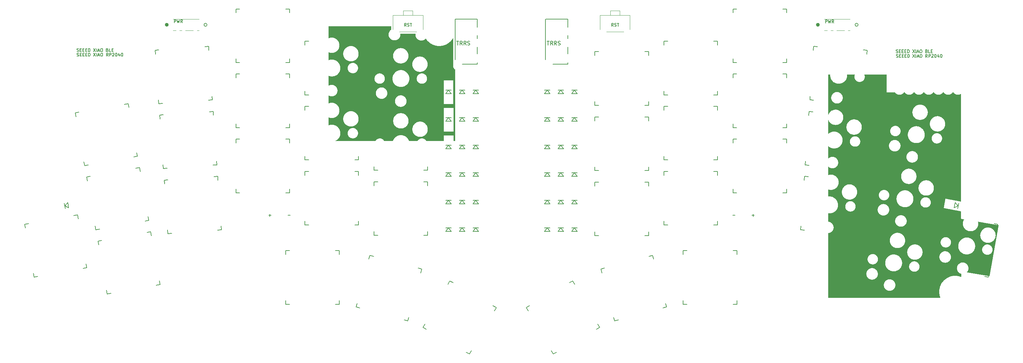
<source format=gto>
G04 #@! TF.GenerationSoftware,KiCad,Pcbnew,(6.0.6)*
G04 #@! TF.CreationDate,2022-11-10T12:46:59+01:00*
G04 #@! TF.ProjectId,totem_0_3,746f7465-6d5f-4305-9f33-2e6b69636164,0.3*
G04 #@! TF.SameCoordinates,Original*
G04 #@! TF.FileFunction,Legend,Top*
G04 #@! TF.FilePolarity,Positive*
%FSLAX46Y46*%
G04 Gerber Fmt 4.6, Leading zero omitted, Abs format (unit mm)*
G04 Created by KiCad (PCBNEW (6.0.6)) date 2022-11-10 12:46:59*
%MOMM*%
%LPD*%
G01*
G04 APERTURE LIST*
G04 Aperture macros list*
%AMRotRect*
0 Rectangle, with rotation*
0 The origin of the aperture is its center*
0 $1 length*
0 $2 width*
0 $3 Rotation angle, in degrees counterclockwise*
0 Add horizontal line*
21,1,$1,$2,0,0,$3*%
G04 Aperture macros list end*
%ADD10C,0.150000*%
%ADD11C,0.000000*%
%ADD12C,0.475000*%
%ADD13C,0.120000*%
%ADD14C,2.500000*%
%ADD15C,0.750000*%
%ADD16C,1.701800*%
%ADD17C,3.000000*%
%ADD18C,3.429000*%
%ADD19C,2.032000*%
%ADD20R,1.500000X1.800000*%
%ADD21C,0.500000*%
%ADD22C,5.600000*%
%ADD23C,1.200000*%
%ADD24O,1.800000X2.750000*%
%ADD25C,1.397000*%
%ADD26C,0.900000*%
%ADD27R,0.700000X1.000000*%
%ADD28R,1.000000X2.800000*%
%ADD29C,2.100000*%
%ADD30RotRect,1.800000X1.500000X170.000000*%
%ADD31RotRect,1.800000X1.500000X10.000000*%
G04 APERTURE END LIST*
D10*
X70600000Y-51300000D02*
G75*
G03*
X70600000Y-51300000I-400000J0D01*
G01*
X213305500Y-101091000D02*
X212688500Y-101091000D01*
X91676000Y-101090000D02*
X92293000Y-101090000D01*
D11*
G36*
X105365591Y-79494617D02*
G01*
X105357072Y-79382693D01*
X105343042Y-79272390D01*
X105323642Y-79163848D01*
X105299010Y-79057205D01*
X105269284Y-78952599D01*
X105234604Y-78850171D01*
X105195108Y-78750058D01*
X105150936Y-78652400D01*
X105102226Y-78557335D01*
X105049117Y-78465003D01*
X104991749Y-78375542D01*
X104930259Y-78289091D01*
X104864787Y-78205790D01*
X104795471Y-78125776D01*
X104722451Y-78049189D01*
X104645866Y-77976167D01*
X104565854Y-77906850D01*
X104482554Y-77841377D01*
X104396105Y-77779886D01*
X104306645Y-77722516D01*
X104214315Y-77669406D01*
X104119252Y-77620695D01*
X104021596Y-77576522D01*
X103921486Y-77537025D01*
X103819059Y-77502345D01*
X103714456Y-77472618D01*
X103607815Y-77447985D01*
X103499274Y-77428585D01*
X103388974Y-77414555D01*
X103277052Y-77406035D01*
X103163648Y-77403165D01*
X103107593Y-77403865D01*
X103051885Y-77405955D01*
X102996538Y-77409420D01*
X102941568Y-77414244D01*
X102886991Y-77420411D01*
X102832823Y-77427907D01*
X102779078Y-77436715D01*
X102725772Y-77446820D01*
X102672921Y-77458207D01*
X102620541Y-77470860D01*
X102568646Y-77484764D01*
X102517252Y-77499903D01*
X102466375Y-77516261D01*
X102416030Y-77533824D01*
X102366233Y-77552575D01*
X102317000Y-77572499D01*
X102317000Y-75868584D01*
X106126917Y-75868584D01*
X106129522Y-75971471D01*
X106137250Y-76073013D01*
X106149977Y-76173083D01*
X106167576Y-76271556D01*
X106189921Y-76368305D01*
X106216887Y-76463205D01*
X106248347Y-76556130D01*
X106284176Y-76646953D01*
X106324247Y-76735550D01*
X106368435Y-76821792D01*
X106416613Y-76905556D01*
X106468657Y-76986715D01*
X106524439Y-77065142D01*
X106583833Y-77140713D01*
X106646715Y-77213300D01*
X106712957Y-77282779D01*
X106782434Y-77349023D01*
X106855020Y-77411905D01*
X106930589Y-77471301D01*
X107009015Y-77527084D01*
X107090172Y-77579128D01*
X107173934Y-77627308D01*
X107260175Y-77671497D01*
X107348770Y-77711569D01*
X107439591Y-77747398D01*
X107532514Y-77778859D01*
X107627412Y-77805826D01*
X107724160Y-77828171D01*
X107822631Y-77845771D01*
X107922699Y-77858498D01*
X108024239Y-77866226D01*
X108127124Y-77868830D01*
X108230009Y-77866226D01*
X108331549Y-77858498D01*
X108431617Y-77845771D01*
X108530088Y-77828171D01*
X108626835Y-77805826D01*
X108721734Y-77778859D01*
X108814656Y-77747398D01*
X108905478Y-77711569D01*
X108994073Y-77671497D01*
X109080314Y-77627308D01*
X109164076Y-77579128D01*
X109245233Y-77527084D01*
X109323659Y-77471301D01*
X109399228Y-77411905D01*
X109471814Y-77349023D01*
X109541291Y-77282779D01*
X109607534Y-77213300D01*
X109670415Y-77140713D01*
X109729810Y-77065142D01*
X109785592Y-76986715D01*
X109837635Y-76905556D01*
X109885813Y-76821792D01*
X109930001Y-76735550D01*
X109970072Y-76646953D01*
X110005901Y-76556130D01*
X110037361Y-76463205D01*
X110058968Y-76387166D01*
X119151192Y-76387166D01*
X119153796Y-76490053D01*
X119161525Y-76591595D01*
X119174252Y-76691665D01*
X119191850Y-76790138D01*
X119214196Y-76886887D01*
X119241161Y-76981787D01*
X119272622Y-77074712D01*
X119308451Y-77165536D01*
X119348522Y-77254132D01*
X119392710Y-77340375D01*
X119440888Y-77424139D01*
X119492931Y-77505298D01*
X119548713Y-77583725D01*
X119608108Y-77659296D01*
X119670989Y-77731884D01*
X119737232Y-77801362D01*
X119806709Y-77867606D01*
X119879295Y-77930488D01*
X119954864Y-77989884D01*
X120033290Y-78045667D01*
X120114447Y-78097712D01*
X120198209Y-78145891D01*
X120284450Y-78190080D01*
X120373044Y-78230152D01*
X120463866Y-78265982D01*
X120556789Y-78297443D01*
X120651687Y-78324409D01*
X120748434Y-78346755D01*
X120846905Y-78364354D01*
X120946973Y-78377081D01*
X121048513Y-78384810D01*
X121151398Y-78387414D01*
X121254283Y-78384810D01*
X121355823Y-78377081D01*
X121455891Y-78364354D01*
X121554362Y-78346755D01*
X121651110Y-78324409D01*
X121746008Y-78297443D01*
X121838931Y-78265982D01*
X121929752Y-78230152D01*
X122018346Y-78190080D01*
X122104588Y-78145891D01*
X122188350Y-78097712D01*
X122269507Y-78045667D01*
X122347933Y-77989884D01*
X122423502Y-77930488D01*
X122496088Y-77867606D01*
X122565565Y-77801362D01*
X122631807Y-77731884D01*
X122694689Y-77659296D01*
X122754083Y-77583725D01*
X122809865Y-77505298D01*
X122861908Y-77424139D01*
X122910087Y-77340375D01*
X122954275Y-77254132D01*
X122994346Y-77165536D01*
X123030175Y-77074712D01*
X123061635Y-76981787D01*
X123088601Y-76886887D01*
X123110946Y-76790138D01*
X123128545Y-76691665D01*
X123141272Y-76591595D01*
X123149000Y-76490053D01*
X123151604Y-76387166D01*
X123151606Y-76387166D01*
X123149002Y-76284279D01*
X123141274Y-76182737D01*
X123128547Y-76082667D01*
X123110948Y-75984194D01*
X123088603Y-75887445D01*
X123061637Y-75792545D01*
X123030176Y-75699620D01*
X122994348Y-75608797D01*
X122954276Y-75520201D01*
X122910088Y-75433958D01*
X122861910Y-75350194D01*
X122809866Y-75269035D01*
X122754084Y-75190608D01*
X122694690Y-75115037D01*
X122631808Y-75042450D01*
X122565566Y-74972971D01*
X122496089Y-74906728D01*
X122423503Y-74843845D01*
X122347934Y-74784449D01*
X122269508Y-74728666D01*
X122188350Y-74676622D01*
X122104588Y-74628442D01*
X122018347Y-74584253D01*
X121929752Y-74544181D01*
X121838931Y-74508352D01*
X121746008Y-74476891D01*
X121651110Y-74449925D01*
X121554362Y-74427579D01*
X121455891Y-74409979D01*
X121355823Y-74397252D01*
X121254283Y-74389524D01*
X121151398Y-74386920D01*
X121048513Y-74389524D01*
X120946973Y-74397252D01*
X120846905Y-74409979D01*
X120748434Y-74427579D01*
X120651686Y-74449925D01*
X120556788Y-74476891D01*
X120463865Y-74508352D01*
X120373044Y-74544181D01*
X120284449Y-74584253D01*
X120198208Y-74628442D01*
X120114446Y-74676622D01*
X120033289Y-74728666D01*
X119954863Y-74784449D01*
X119879294Y-74843845D01*
X119806708Y-74906728D01*
X119737231Y-74972971D01*
X119670989Y-75042450D01*
X119608107Y-75115037D01*
X119548713Y-75190608D01*
X119492931Y-75269035D01*
X119440888Y-75350194D01*
X119392709Y-75433958D01*
X119348521Y-75520201D01*
X119308450Y-75608797D01*
X119272622Y-75699620D01*
X119241161Y-75792545D01*
X119214196Y-75887445D01*
X119191850Y-75984194D01*
X119174251Y-76082667D01*
X119161525Y-76182737D01*
X119153796Y-76284279D01*
X119151192Y-76387166D01*
X110058968Y-76387166D01*
X110064327Y-76368305D01*
X110086673Y-76271556D01*
X110104272Y-76173083D01*
X110116998Y-76073013D01*
X110124727Y-75971471D01*
X110127331Y-75868584D01*
X110124727Y-75765697D01*
X110116998Y-75664155D01*
X110104272Y-75564085D01*
X110086673Y-75465612D01*
X110064327Y-75368863D01*
X110037361Y-75273963D01*
X110005901Y-75181038D01*
X109970072Y-75090214D01*
X109930001Y-75001618D01*
X109885813Y-74915375D01*
X109837635Y-74831611D01*
X109785592Y-74750452D01*
X109729810Y-74672025D01*
X109670415Y-74596454D01*
X109607534Y-74523867D01*
X109541291Y-74454388D01*
X109471814Y-74388144D01*
X109399228Y-74325262D01*
X109323659Y-74265866D01*
X109245233Y-74210083D01*
X109164076Y-74158039D01*
X109080314Y-74109859D01*
X108994073Y-74065670D01*
X108905478Y-74025598D01*
X108814656Y-73989769D01*
X108721734Y-73958308D01*
X108626835Y-73931341D01*
X108530088Y-73908995D01*
X108431617Y-73891396D01*
X108331549Y-73878669D01*
X108230009Y-73870941D01*
X108127124Y-73868336D01*
X108024239Y-73870941D01*
X107922699Y-73878669D01*
X107822631Y-73891396D01*
X107724160Y-73908995D01*
X107627413Y-73931341D01*
X107532514Y-73958308D01*
X107439592Y-73989769D01*
X107348770Y-74025598D01*
X107260176Y-74065670D01*
X107173934Y-74109859D01*
X107090172Y-74158039D01*
X107009015Y-74210083D01*
X106930589Y-74265866D01*
X106855020Y-74325262D01*
X106782434Y-74388144D01*
X106712957Y-74454388D01*
X106646715Y-74523867D01*
X106583833Y-74596454D01*
X106524439Y-74672025D01*
X106468657Y-74750452D01*
X106416614Y-74831611D01*
X106368435Y-74915375D01*
X106324247Y-75001618D01*
X106284176Y-75090214D01*
X106248347Y-75181038D01*
X106216887Y-75273963D01*
X106189921Y-75368863D01*
X106167576Y-75465612D01*
X106149977Y-75564085D01*
X106137250Y-75664155D01*
X106129522Y-75765697D01*
X106126917Y-75868584D01*
X102317000Y-75868584D01*
X102317000Y-75494641D01*
X102363628Y-75515186D01*
X102410897Y-75534480D01*
X102458787Y-75552513D01*
X102507275Y-75569275D01*
X102556343Y-75584755D01*
X102605968Y-75598944D01*
X102656131Y-75611830D01*
X102706811Y-75623404D01*
X102757987Y-75633654D01*
X102809638Y-75642572D01*
X102861744Y-75650146D01*
X102914284Y-75656366D01*
X102967237Y-75661222D01*
X103020583Y-75664703D01*
X103074302Y-75666799D01*
X103128371Y-75667500D01*
X103231256Y-75664896D01*
X103332796Y-75657168D01*
X103432864Y-75644441D01*
X103531335Y-75626841D01*
X103628083Y-75604495D01*
X103722981Y-75577529D01*
X103815904Y-75546068D01*
X103906725Y-75510239D01*
X103995320Y-75470167D01*
X104081561Y-75425978D01*
X104165323Y-75377798D01*
X104246480Y-75325754D01*
X104324906Y-75269971D01*
X104400475Y-75210575D01*
X104473061Y-75147692D01*
X104542538Y-75081449D01*
X104608781Y-75011970D01*
X104671662Y-74939383D01*
X104731057Y-74863812D01*
X104786839Y-74785385D01*
X104838882Y-74704226D01*
X104887060Y-74620462D01*
X104931248Y-74534219D01*
X104971320Y-74445623D01*
X105007148Y-74354800D01*
X105038609Y-74261875D01*
X105065574Y-74166975D01*
X105087920Y-74070226D01*
X105105519Y-73971753D01*
X105118245Y-73871683D01*
X105125974Y-73770141D01*
X105128578Y-73667254D01*
X105125974Y-73564367D01*
X105118245Y-73462825D01*
X105105519Y-73362755D01*
X105087920Y-73264282D01*
X105065574Y-73167533D01*
X105038609Y-73072632D01*
X105007148Y-72979708D01*
X104971320Y-72888884D01*
X104931248Y-72800288D01*
X104887060Y-72714045D01*
X104838882Y-72630281D01*
X104786839Y-72549122D01*
X104731057Y-72470695D01*
X104671662Y-72395124D01*
X104608781Y-72322536D01*
X104542538Y-72253058D01*
X104473061Y-72186814D01*
X104400475Y-72123932D01*
X104324906Y-72064536D01*
X104246480Y-72008753D01*
X104165323Y-71956708D01*
X104081561Y-71908529D01*
X103995320Y-71864340D01*
X103906725Y-71824268D01*
X103815904Y-71788438D01*
X103722981Y-71756977D01*
X103628083Y-71730011D01*
X103531335Y-71707665D01*
X103432864Y-71690066D01*
X103332796Y-71677339D01*
X103231256Y-71669610D01*
X103128371Y-71667006D01*
X103074302Y-71667746D01*
X103020583Y-71669948D01*
X102967237Y-71673587D01*
X102914284Y-71678637D01*
X102861744Y-71685071D01*
X102809638Y-71692865D01*
X102757987Y-71701992D01*
X102706811Y-71712426D01*
X102656131Y-71724142D01*
X102605968Y-71737114D01*
X102556343Y-71751315D01*
X102507275Y-71766721D01*
X102458786Y-71783305D01*
X102410897Y-71801041D01*
X102363628Y-71819904D01*
X102317000Y-71839867D01*
X102317000Y-71236617D01*
X119623902Y-71236617D01*
X119625860Y-71313868D01*
X119631671Y-71390114D01*
X119641241Y-71465261D01*
X119654473Y-71539214D01*
X119671274Y-71611877D01*
X119691548Y-71683156D01*
X119715200Y-71752956D01*
X119742135Y-71821181D01*
X119772259Y-71887737D01*
X119805476Y-71952529D01*
X119841692Y-72015463D01*
X119880811Y-72076442D01*
X119922739Y-72135372D01*
X119967380Y-72192158D01*
X120014640Y-72246705D01*
X120064424Y-72298919D01*
X120116637Y-72348704D01*
X120171183Y-72395965D01*
X120227968Y-72440607D01*
X120286897Y-72482535D01*
X120347875Y-72521655D01*
X120410807Y-72557872D01*
X120475597Y-72591090D01*
X120542152Y-72621214D01*
X120610377Y-72648150D01*
X120680175Y-72671802D01*
X120751452Y-72692077D01*
X120824114Y-72708878D01*
X120898065Y-72722110D01*
X120973210Y-72731680D01*
X121049455Y-72737491D01*
X121126704Y-72739449D01*
X121203953Y-72737491D01*
X121280198Y-72731680D01*
X121355343Y-72722110D01*
X121429294Y-72708877D01*
X121501956Y-72692077D01*
X121573233Y-72671802D01*
X121643031Y-72648150D01*
X121711255Y-72621214D01*
X121777810Y-72591089D01*
X121842601Y-72557871D01*
X121905533Y-72521655D01*
X121966511Y-72482535D01*
X122025440Y-72440606D01*
X122082225Y-72395964D01*
X122136771Y-72348703D01*
X122188983Y-72298918D01*
X122238767Y-72246705D01*
X122286027Y-72192157D01*
X122330669Y-72135371D01*
X122372596Y-72076441D01*
X122411716Y-72015462D01*
X122425470Y-71991561D01*
X132327155Y-71991561D01*
X134828295Y-71991561D01*
X134828295Y-65789735D01*
X132327155Y-65789735D01*
X132327155Y-71991561D01*
X122425470Y-71991561D01*
X122447931Y-71952529D01*
X122481149Y-71887736D01*
X122511272Y-71821180D01*
X122538208Y-71752955D01*
X122561860Y-71683155D01*
X122582134Y-71611876D01*
X122598935Y-71539213D01*
X122612167Y-71465261D01*
X122621736Y-71390114D01*
X122627548Y-71313868D01*
X122629506Y-71236617D01*
X122627548Y-71159366D01*
X122621736Y-71083120D01*
X122612167Y-71007973D01*
X122598935Y-70934021D01*
X122582134Y-70861358D01*
X122561860Y-70790079D01*
X122538208Y-70720280D01*
X122511273Y-70652055D01*
X122481149Y-70585498D01*
X122447932Y-70520706D01*
X122411716Y-70457773D01*
X122372597Y-70396794D01*
X122330669Y-70337864D01*
X122286028Y-70281078D01*
X122238768Y-70226531D01*
X122188984Y-70174317D01*
X122136772Y-70124532D01*
X122082226Y-70077271D01*
X122025441Y-70032629D01*
X121966512Y-69990701D01*
X121905534Y-69951581D01*
X121842602Y-69915364D01*
X121777811Y-69882146D01*
X121711256Y-69852022D01*
X121643032Y-69825086D01*
X121573234Y-69801433D01*
X121501956Y-69781159D01*
X121429294Y-69764358D01*
X121355343Y-69751125D01*
X121280198Y-69741556D01*
X121203953Y-69735744D01*
X121126704Y-69733786D01*
X121049455Y-69735744D01*
X120973210Y-69741556D01*
X120898065Y-69751125D01*
X120824114Y-69764358D01*
X120751452Y-69781159D01*
X120680175Y-69801433D01*
X120610377Y-69825086D01*
X120542152Y-69852022D01*
X120475597Y-69882146D01*
X120410807Y-69915364D01*
X120347875Y-69951580D01*
X120286897Y-69990700D01*
X120227968Y-70032629D01*
X120171183Y-70077271D01*
X120116637Y-70124532D01*
X120064424Y-70174316D01*
X120014640Y-70226530D01*
X119967380Y-70281077D01*
X119922739Y-70337863D01*
X119880811Y-70396793D01*
X119841692Y-70457772D01*
X119805476Y-70520705D01*
X119772259Y-70585497D01*
X119742135Y-70652054D01*
X119715200Y-70720279D01*
X119691548Y-70790079D01*
X119671274Y-70861357D01*
X119654473Y-70934021D01*
X119641241Y-71007973D01*
X119631671Y-71083120D01*
X119625860Y-71159366D01*
X119623902Y-71236617D01*
X102317000Y-71236617D01*
X102317000Y-69744370D01*
X102361768Y-69772103D01*
X102407425Y-69798383D01*
X102453950Y-69823164D01*
X102501322Y-69846400D01*
X102549521Y-69868045D01*
X102598527Y-69888051D01*
X102648318Y-69906373D01*
X102698873Y-69922964D01*
X102750173Y-69937777D01*
X102802197Y-69950766D01*
X102854923Y-69961884D01*
X102908331Y-69971085D01*
X102962400Y-69978322D01*
X103017111Y-69983549D01*
X103072441Y-69986719D01*
X103128371Y-69987786D01*
X103205620Y-69985828D01*
X103281865Y-69980017D01*
X103357010Y-69970447D01*
X103430961Y-69957214D01*
X103503623Y-69940413D01*
X103574900Y-69920139D01*
X103644698Y-69896487D01*
X103712922Y-69869551D01*
X103779477Y-69839426D01*
X103844268Y-69806209D01*
X103907200Y-69769992D01*
X103968178Y-69730872D01*
X104027107Y-69688944D01*
X104083892Y-69644302D01*
X104138438Y-69597041D01*
X104190650Y-69547256D01*
X104240434Y-69495043D01*
X104287694Y-69440495D01*
X104332335Y-69383709D01*
X104374263Y-69324779D01*
X104413382Y-69263800D01*
X104449598Y-69200867D01*
X104474804Y-69151702D01*
X114621622Y-69151702D01*
X114623580Y-69228642D01*
X114629391Y-69304617D01*
X114638960Y-69379531D01*
X114652193Y-69453285D01*
X114668993Y-69525784D01*
X114689267Y-69596930D01*
X114712919Y-69666627D01*
X114739855Y-69734777D01*
X114769979Y-69801284D01*
X114803196Y-69866051D01*
X114839412Y-69928980D01*
X114878531Y-69989976D01*
X114920458Y-70048941D01*
X114965100Y-70105778D01*
X115012360Y-70160390D01*
X115062143Y-70212681D01*
X115114356Y-70262553D01*
X115168902Y-70309910D01*
X115225687Y-70354654D01*
X115284616Y-70396690D01*
X115345594Y-70435919D01*
X115408526Y-70472246D01*
X115473317Y-70505573D01*
X115539872Y-70535802D01*
X115608096Y-70562839D01*
X115677894Y-70586585D01*
X115749172Y-70606943D01*
X115821833Y-70623818D01*
X115895784Y-70637111D01*
X115970930Y-70646726D01*
X116047174Y-70652566D01*
X116124424Y-70654534D01*
X116201673Y-70652576D01*
X116277918Y-70646764D01*
X116353063Y-70637195D01*
X116427014Y-70623962D01*
X116499676Y-70607162D01*
X116570953Y-70586887D01*
X116640751Y-70563235D01*
X116708975Y-70536299D01*
X116775530Y-70506174D01*
X116840321Y-70472956D01*
X116903253Y-70436740D01*
X116964231Y-70397620D01*
X117023160Y-70355692D01*
X117079945Y-70311049D01*
X117134491Y-70263788D01*
X117186704Y-70214004D01*
X117236487Y-70161790D01*
X117283747Y-70107243D01*
X117328389Y-70050457D01*
X117370317Y-69991527D01*
X117409436Y-69930548D01*
X117445651Y-69867614D01*
X117478869Y-69802822D01*
X117508992Y-69736266D01*
X117535928Y-69668040D01*
X117559580Y-69598241D01*
X117579854Y-69526962D01*
X117596654Y-69454298D01*
X117609887Y-69380346D01*
X117619456Y-69305199D01*
X117625267Y-69228953D01*
X117627225Y-69151702D01*
X117625267Y-69074461D01*
X117619456Y-68998245D01*
X117609887Y-68923146D01*
X117596654Y-68849258D01*
X117579854Y-68776675D01*
X117559580Y-68705490D01*
X117535928Y-68635797D01*
X117508992Y-68567691D01*
X117478869Y-68501263D01*
X117445651Y-68436609D01*
X117409436Y-68373822D01*
X117370317Y-68312995D01*
X117328389Y-68254222D01*
X117283747Y-68197598D01*
X117236487Y-68143214D01*
X117186704Y-68091166D01*
X117134491Y-68041546D01*
X117079945Y-67994449D01*
X117023160Y-67949968D01*
X116964231Y-67908197D01*
X116903253Y-67869229D01*
X116840321Y-67833159D01*
X116775530Y-67800079D01*
X116708975Y-67770083D01*
X116640751Y-67743266D01*
X116570953Y-67719720D01*
X116499676Y-67699540D01*
X116427014Y-67682819D01*
X116353063Y-67669651D01*
X116277918Y-67660129D01*
X116201673Y-67654347D01*
X116124424Y-67652399D01*
X116047174Y-67654357D01*
X115970930Y-67660167D01*
X115895784Y-67669735D01*
X115821833Y-67682964D01*
X115749172Y-67699758D01*
X115677894Y-67720022D01*
X115608096Y-67743661D01*
X115539872Y-67770579D01*
X115473317Y-67800680D01*
X115408526Y-67833869D01*
X115345594Y-67870050D01*
X115284616Y-67909127D01*
X115225687Y-67951005D01*
X115168902Y-67995588D01*
X115114356Y-68042781D01*
X115062143Y-68092488D01*
X115012360Y-68144614D01*
X114965100Y-68199062D01*
X114920458Y-68255738D01*
X114878531Y-68314545D01*
X114839412Y-68375388D01*
X114803196Y-68438172D01*
X114769979Y-68502801D01*
X114739855Y-68569178D01*
X114712919Y-68637210D01*
X114689267Y-68706799D01*
X114668993Y-68777851D01*
X114652193Y-68850270D01*
X114638960Y-68923960D01*
X114629391Y-68998826D01*
X114623580Y-69074771D01*
X114621622Y-69151702D01*
X104474804Y-69151702D01*
X104482815Y-69136075D01*
X104512939Y-69069519D01*
X104539874Y-69001293D01*
X104563526Y-68931494D01*
X104583800Y-68860215D01*
X104600601Y-68787552D01*
X104613833Y-68713599D01*
X104623403Y-68638452D01*
X104629214Y-68562206D01*
X104631172Y-68484956D01*
X104629214Y-68407705D01*
X104623403Y-68331459D01*
X104613833Y-68256312D01*
X104600601Y-68182360D01*
X104583800Y-68109697D01*
X104563526Y-68038418D01*
X104539874Y-67968618D01*
X104512939Y-67900393D01*
X104482815Y-67833837D01*
X104449598Y-67769044D01*
X104413382Y-67706111D01*
X104374263Y-67645132D01*
X104332335Y-67586202D01*
X104287694Y-67529416D01*
X104240434Y-67474868D01*
X104190650Y-67422655D01*
X104138438Y-67372870D01*
X104083892Y-67325609D01*
X104027107Y-67280967D01*
X103968178Y-67239038D01*
X103907200Y-67199918D01*
X103844268Y-67163702D01*
X103779477Y-67130484D01*
X103712922Y-67100360D01*
X103644698Y-67073424D01*
X103574900Y-67049771D01*
X103503623Y-67029497D01*
X103430961Y-67012696D01*
X103357010Y-66999463D01*
X103281865Y-66989894D01*
X103205620Y-66984082D01*
X103128371Y-66982124D01*
X103072402Y-66983191D01*
X103016966Y-66986362D01*
X102962098Y-66991589D01*
X102907835Y-66998826D01*
X102854212Y-67008027D01*
X102801266Y-67019145D01*
X102749034Y-67032134D01*
X102697551Y-67046947D01*
X102646853Y-67063537D01*
X102596977Y-67081859D01*
X102547958Y-67101866D01*
X102499834Y-67123510D01*
X102452640Y-67146746D01*
X102406412Y-67171528D01*
X102361186Y-67197808D01*
X102317000Y-67225540D01*
X102317000Y-65352291D01*
X114275906Y-65352291D01*
X114277670Y-65421657D01*
X114282902Y-65490132D01*
X114291518Y-65557628D01*
X114303432Y-65624060D01*
X114318557Y-65689343D01*
X114336808Y-65753390D01*
X114358099Y-65816116D01*
X114382344Y-65877433D01*
X114409456Y-65937258D01*
X114439351Y-65995503D01*
X114471942Y-66052083D01*
X114507143Y-66106911D01*
X114544868Y-66159903D01*
X114585032Y-66210971D01*
X114627549Y-66260031D01*
X114672332Y-66306995D01*
X114719296Y-66351779D01*
X114768354Y-66394296D01*
X114819422Y-66434461D01*
X114872412Y-66472187D01*
X114927239Y-66507389D01*
X114983818Y-66539981D01*
X115042062Y-66569876D01*
X115101885Y-66596989D01*
X115163201Y-66621235D01*
X115225925Y-66642526D01*
X115289971Y-66660777D01*
X115355253Y-66675903D01*
X115421684Y-66687817D01*
X115489179Y-66696433D01*
X115557652Y-66701666D01*
X115627017Y-66703429D01*
X115627018Y-66703428D01*
X115696383Y-66701665D01*
X115764856Y-66696432D01*
X115832351Y-66687816D01*
X115898782Y-66675902D01*
X115964063Y-66660776D01*
X116028109Y-66642525D01*
X116090833Y-66621234D01*
X116152149Y-66596988D01*
X116211972Y-66569875D01*
X116270216Y-66539980D01*
X116326794Y-66507388D01*
X116381622Y-66472186D01*
X116434612Y-66434460D01*
X116485679Y-66394295D01*
X116534738Y-66351778D01*
X116581702Y-66306994D01*
X116626484Y-66260029D01*
X116669001Y-66210970D01*
X116709165Y-66159901D01*
X116746890Y-66106910D01*
X116782091Y-66052081D01*
X116814682Y-65995502D01*
X116844577Y-65937257D01*
X116871689Y-65877432D01*
X116895934Y-65816115D01*
X116917224Y-65753389D01*
X116935475Y-65689343D01*
X116950601Y-65624060D01*
X116962514Y-65557628D01*
X116971130Y-65490131D01*
X116976363Y-65421657D01*
X116978126Y-65352291D01*
X116977857Y-65341708D01*
X118957167Y-65341708D01*
X118960038Y-65455114D01*
X118968557Y-65567039D01*
X118982587Y-65677341D01*
X119001987Y-65785884D01*
X119026619Y-65892527D01*
X119056345Y-65997133D01*
X119091025Y-66099561D01*
X119130521Y-66199674D01*
X119174693Y-66297332D01*
X119223403Y-66392397D01*
X119276512Y-66484729D01*
X119333880Y-66574190D01*
X119395370Y-66660641D01*
X119460842Y-66743942D01*
X119530158Y-66823956D01*
X119603178Y-66900544D01*
X119679763Y-66973565D01*
X119759775Y-67042882D01*
X119843075Y-67108355D01*
X119929525Y-67169846D01*
X120018984Y-67227216D01*
X120111314Y-67280326D01*
X120206376Y-67329037D01*
X120304033Y-67373210D01*
X120404143Y-67412706D01*
X120506570Y-67447387D01*
X120611173Y-67477113D01*
X120717814Y-67501746D01*
X120826354Y-67521147D01*
X120936654Y-67535176D01*
X121048576Y-67543696D01*
X121161980Y-67546567D01*
X121275384Y-67543696D01*
X121387306Y-67535176D01*
X121497607Y-67521147D01*
X121606147Y-67501746D01*
X121712788Y-67477113D01*
X121817392Y-67447387D01*
X121919818Y-67412706D01*
X122019929Y-67373210D01*
X122117585Y-67329037D01*
X122212647Y-67280326D01*
X122304978Y-67227216D01*
X122394437Y-67169846D01*
X122480886Y-67108355D01*
X122564186Y-67042882D01*
X122644198Y-66973565D01*
X122720784Y-66900544D01*
X122793803Y-66823956D01*
X122863119Y-66743942D01*
X122928591Y-66660641D01*
X122990081Y-66574190D01*
X123047449Y-66484729D01*
X123100558Y-66392397D01*
X123149268Y-66297332D01*
X123193440Y-66199674D01*
X123232936Y-66099561D01*
X123267616Y-65997133D01*
X123297341Y-65892527D01*
X123321974Y-65785884D01*
X123341374Y-65677341D01*
X123355403Y-65567039D01*
X123363923Y-65455114D01*
X123366525Y-65352291D01*
X125278807Y-65352291D01*
X125280571Y-65421657D01*
X125285803Y-65490131D01*
X125294419Y-65557628D01*
X125306333Y-65624060D01*
X125321458Y-65689343D01*
X125339709Y-65753390D01*
X125361000Y-65816115D01*
X125385245Y-65877433D01*
X125412357Y-65937257D01*
X125442252Y-65995502D01*
X125474843Y-66052082D01*
X125510044Y-66106910D01*
X125547770Y-66159902D01*
X125587934Y-66210970D01*
X125630450Y-66260030D01*
X125675233Y-66306995D01*
X125722197Y-66351779D01*
X125771256Y-66394296D01*
X125822323Y-66434461D01*
X125875313Y-66472187D01*
X125930141Y-66507389D01*
X125986719Y-66539981D01*
X126044963Y-66569876D01*
X126104786Y-66596989D01*
X126166103Y-66621234D01*
X126228827Y-66642526D01*
X126292873Y-66660777D01*
X126358154Y-66675903D01*
X126424585Y-66687816D01*
X126492080Y-66696433D01*
X126560553Y-66701666D01*
X126629918Y-66703429D01*
X126699283Y-66701666D01*
X126767756Y-66696433D01*
X126835251Y-66687817D01*
X126901682Y-66675903D01*
X126966963Y-66660777D01*
X127031008Y-66642526D01*
X127093733Y-66621235D01*
X127155049Y-66596989D01*
X127214872Y-66569876D01*
X127273116Y-66539981D01*
X127329695Y-66507389D01*
X127384522Y-66472187D01*
X127437512Y-66434461D01*
X127488580Y-66394296D01*
X127537638Y-66351779D01*
X127584602Y-66306995D01*
X127629385Y-66260031D01*
X127671902Y-66210971D01*
X127712066Y-66159903D01*
X127749791Y-66106911D01*
X127784992Y-66052083D01*
X127817583Y-65995503D01*
X127847478Y-65937258D01*
X127874591Y-65877433D01*
X127898835Y-65816116D01*
X127920126Y-65753390D01*
X127938377Y-65689343D01*
X127953502Y-65624060D01*
X127965416Y-65557628D01*
X127974032Y-65490132D01*
X127979265Y-65421657D01*
X127981028Y-65352291D01*
X127979265Y-65282925D01*
X127974032Y-65214450D01*
X127965416Y-65146954D01*
X127953502Y-65080521D01*
X127938377Y-65015239D01*
X127920126Y-64951192D01*
X127898835Y-64888467D01*
X127874591Y-64827149D01*
X127847478Y-64767325D01*
X127817583Y-64709080D01*
X127784992Y-64652500D01*
X127749791Y-64597671D01*
X127712066Y-64544680D01*
X127671902Y-64493611D01*
X127629385Y-64444552D01*
X127584602Y-64397587D01*
X127537638Y-64352803D01*
X127488580Y-64310286D01*
X127437512Y-64270121D01*
X127384522Y-64232395D01*
X127329695Y-64197193D01*
X127273116Y-64164602D01*
X127214872Y-64134706D01*
X127155049Y-64107593D01*
X127093733Y-64083348D01*
X127031008Y-64062057D01*
X126966963Y-64043806D01*
X126901682Y-64028680D01*
X126835251Y-64016766D01*
X126767756Y-64008150D01*
X126699283Y-64002917D01*
X126629918Y-64001154D01*
X126629918Y-64001155D01*
X126560553Y-64002918D01*
X126492080Y-64008151D01*
X126424585Y-64016767D01*
X126358154Y-64028681D01*
X126292873Y-64043807D01*
X126228827Y-64062058D01*
X126166103Y-64083349D01*
X126104786Y-64107594D01*
X126044963Y-64134707D01*
X125986719Y-64164603D01*
X125930141Y-64197194D01*
X125875313Y-64232396D01*
X125822323Y-64270122D01*
X125771256Y-64310287D01*
X125722197Y-64352804D01*
X125675233Y-64397588D01*
X125630450Y-64444553D01*
X125587934Y-64493612D01*
X125547770Y-64544681D01*
X125510044Y-64597672D01*
X125474843Y-64652501D01*
X125442252Y-64709080D01*
X125412357Y-64767325D01*
X125385245Y-64827149D01*
X125361000Y-64888467D01*
X125339709Y-64951192D01*
X125321458Y-65015239D01*
X125306333Y-65080522D01*
X125294419Y-65146954D01*
X125285803Y-65214450D01*
X125280571Y-65282925D01*
X125278807Y-65352291D01*
X123366525Y-65352291D01*
X123366793Y-65341708D01*
X123363923Y-65228301D01*
X123355403Y-65116377D01*
X123341374Y-65006075D01*
X123321974Y-64897532D01*
X123297341Y-64790889D01*
X123267616Y-64686284D01*
X123232936Y-64583855D01*
X123193440Y-64483742D01*
X123149268Y-64386084D01*
X123100558Y-64291020D01*
X123047449Y-64198688D01*
X122990081Y-64109227D01*
X122928591Y-64022776D01*
X122863119Y-63939474D01*
X122793803Y-63859460D01*
X122720784Y-63782873D01*
X122644198Y-63709852D01*
X122564186Y-63640535D01*
X122480886Y-63575062D01*
X122394437Y-63513571D01*
X122304978Y-63456201D01*
X122212647Y-63403091D01*
X122117585Y-63354380D01*
X122019929Y-63310207D01*
X121919818Y-63270711D01*
X121817392Y-63236030D01*
X121712788Y-63206304D01*
X121606147Y-63181671D01*
X121497607Y-63162270D01*
X121387306Y-63148240D01*
X121275384Y-63139721D01*
X121161980Y-63136850D01*
X121048576Y-63139721D01*
X120936654Y-63148240D01*
X120826354Y-63162270D01*
X120717814Y-63181671D01*
X120611173Y-63206304D01*
X120506570Y-63236030D01*
X120404143Y-63270711D01*
X120304033Y-63310207D01*
X120206376Y-63354380D01*
X120111314Y-63403091D01*
X120018984Y-63456201D01*
X119929525Y-63513571D01*
X119843075Y-63575062D01*
X119759775Y-63640535D01*
X119679763Y-63709852D01*
X119603178Y-63782873D01*
X119530158Y-63859460D01*
X119460842Y-63939474D01*
X119395370Y-64022776D01*
X119333880Y-64109227D01*
X119276512Y-64198688D01*
X119223403Y-64291020D01*
X119174693Y-64386084D01*
X119130521Y-64483742D01*
X119091025Y-64583855D01*
X119056345Y-64686284D01*
X119026619Y-64790889D01*
X119001987Y-64897532D01*
X118982587Y-65006075D01*
X118968557Y-65116377D01*
X118960038Y-65228301D01*
X118957167Y-65341708D01*
X116977857Y-65341708D01*
X116976363Y-65282925D01*
X116971130Y-65214450D01*
X116962514Y-65146954D01*
X116950600Y-65080522D01*
X116935475Y-65015239D01*
X116917224Y-64951192D01*
X116895933Y-64888467D01*
X116871689Y-64827149D01*
X116844576Y-64767325D01*
X116814681Y-64709080D01*
X116782090Y-64652500D01*
X116746889Y-64597672D01*
X116709164Y-64544680D01*
X116669000Y-64493612D01*
X116626484Y-64444552D01*
X116581701Y-64397588D01*
X116534737Y-64352804D01*
X116485678Y-64310286D01*
X116434611Y-64270122D01*
X116381621Y-64232395D01*
X116326793Y-64197194D01*
X116270215Y-64164602D01*
X116211971Y-64134707D01*
X116152148Y-64107593D01*
X116090831Y-64083348D01*
X116028107Y-64062057D01*
X115964062Y-64043806D01*
X115898780Y-64028680D01*
X115832349Y-64016766D01*
X115764854Y-64008150D01*
X115696382Y-64002917D01*
X115627017Y-64001154D01*
X115557652Y-64002917D01*
X115489179Y-64008150D01*
X115421684Y-64016766D01*
X115355253Y-64028680D01*
X115289971Y-64043806D01*
X115225925Y-64062057D01*
X115163201Y-64083348D01*
X115101885Y-64107593D01*
X115042062Y-64134706D01*
X114983818Y-64164602D01*
X114927239Y-64197193D01*
X114872412Y-64232395D01*
X114819422Y-64270121D01*
X114768354Y-64310286D01*
X114719296Y-64352803D01*
X114672332Y-64397587D01*
X114627549Y-64444552D01*
X114585032Y-64493611D01*
X114544868Y-64544680D01*
X114507143Y-64597671D01*
X114471942Y-64652500D01*
X114439351Y-64709080D01*
X114409456Y-64767325D01*
X114382344Y-64827149D01*
X114358099Y-64888467D01*
X114336808Y-64951192D01*
X114318557Y-65015239D01*
X114303432Y-65080521D01*
X114291518Y-65146954D01*
X114282902Y-65214450D01*
X114277670Y-65282925D01*
X114275906Y-65352291D01*
X102317000Y-65352291D01*
X102317000Y-64625571D01*
X102366233Y-64645495D01*
X102416030Y-64664246D01*
X102466375Y-64681808D01*
X102517252Y-64698166D01*
X102568646Y-64713305D01*
X102620541Y-64727208D01*
X102672921Y-64739861D01*
X102725772Y-64751248D01*
X102779078Y-64761353D01*
X102832823Y-64770161D01*
X102886991Y-64777657D01*
X102941568Y-64783824D01*
X102996538Y-64788648D01*
X103051885Y-64792113D01*
X103107593Y-64794203D01*
X103163648Y-64794903D01*
X103277052Y-64792033D01*
X103388974Y-64783513D01*
X103499274Y-64769484D01*
X103607815Y-64750083D01*
X103714456Y-64725450D01*
X103819059Y-64695724D01*
X103921486Y-64661043D01*
X104021596Y-64621547D01*
X104119252Y-64577374D01*
X104214315Y-64528663D01*
X104306645Y-64475553D01*
X104396105Y-64418183D01*
X104482554Y-64356692D01*
X104565854Y-64291219D01*
X104645866Y-64221902D01*
X104722451Y-64148880D01*
X104795471Y-64072293D01*
X104864787Y-63992280D01*
X104930259Y-63908978D01*
X104991749Y-63822527D01*
X105049117Y-63733066D01*
X105102226Y-63640734D01*
X105150936Y-63545669D01*
X105195108Y-63448011D01*
X105234604Y-63347898D01*
X105269284Y-63245470D01*
X105299010Y-63140865D01*
X105323642Y-63034221D01*
X105343042Y-62925679D01*
X105357072Y-62815376D01*
X105365591Y-62703452D01*
X105368104Y-62604154D01*
X107276948Y-62604154D01*
X107278711Y-62673521D01*
X107283944Y-62741995D01*
X107292560Y-62809491D01*
X107304474Y-62875924D01*
X107319599Y-62941207D01*
X107337850Y-63005254D01*
X107359141Y-63067979D01*
X107383386Y-63129297D01*
X107410498Y-63189121D01*
X107440393Y-63247366D01*
X107472984Y-63303946D01*
X107508185Y-63358774D01*
X107545910Y-63411766D01*
X107586074Y-63462834D01*
X107628591Y-63511894D01*
X107673374Y-63558858D01*
X107720337Y-63603642D01*
X107769396Y-63646159D01*
X107820463Y-63686324D01*
X107873453Y-63724050D01*
X107928281Y-63759252D01*
X107984859Y-63791844D01*
X108043103Y-63821739D01*
X108102926Y-63848852D01*
X108164243Y-63873097D01*
X108226967Y-63894388D01*
X108291012Y-63912640D01*
X108356294Y-63927765D01*
X108422725Y-63939679D01*
X108490220Y-63948295D01*
X108558693Y-63953528D01*
X108628058Y-63955291D01*
X108697423Y-63953528D01*
X108765896Y-63948295D01*
X108833391Y-63939679D01*
X108899822Y-63927765D01*
X108965103Y-63912640D01*
X109029148Y-63894388D01*
X109091873Y-63873097D01*
X109153189Y-63848852D01*
X109213012Y-63821739D01*
X109271256Y-63791843D01*
X109327835Y-63759252D01*
X109382662Y-63724050D01*
X109435652Y-63686324D01*
X109486720Y-63646159D01*
X109535778Y-63603642D01*
X109582742Y-63558858D01*
X109627525Y-63511893D01*
X109670041Y-63462834D01*
X109710205Y-63411765D01*
X109747931Y-63358774D01*
X109783132Y-63303945D01*
X109815723Y-63247366D01*
X109845618Y-63189121D01*
X109872730Y-63129296D01*
X109896975Y-63067979D01*
X109918266Y-63005253D01*
X109936516Y-62941206D01*
X109951642Y-62875924D01*
X109963556Y-62809491D01*
X109972172Y-62741995D01*
X109977404Y-62673521D01*
X109979168Y-62604154D01*
X109977404Y-62534788D01*
X109972172Y-62466314D01*
X109963556Y-62398817D01*
X109951642Y-62332385D01*
X109936516Y-62267102D01*
X109918266Y-62203055D01*
X109896975Y-62140330D01*
X109872730Y-62079012D01*
X109845618Y-62019188D01*
X109815723Y-61960943D01*
X109783132Y-61904363D01*
X109747931Y-61849535D01*
X109710205Y-61796543D01*
X109670041Y-61745475D01*
X109627525Y-61696416D01*
X109582742Y-61649451D01*
X109535778Y-61604667D01*
X109533011Y-61602268D01*
X124128777Y-61602268D01*
X124131381Y-61705155D01*
X124139110Y-61806697D01*
X124151836Y-61906767D01*
X124169435Y-62005240D01*
X124191781Y-62101990D01*
X124218746Y-62196890D01*
X124250207Y-62289815D01*
X124286035Y-62380638D01*
X124326107Y-62469234D01*
X124370295Y-62555477D01*
X124418473Y-62639241D01*
X124470516Y-62720400D01*
X124526298Y-62798828D01*
X124585693Y-62874398D01*
X124648574Y-62946986D01*
X124714817Y-63016464D01*
X124784294Y-63082708D01*
X124856880Y-63145591D01*
X124932449Y-63204986D01*
X125010875Y-63260770D01*
X125092032Y-63312814D01*
X125175794Y-63360993D01*
X125262036Y-63405182D01*
X125350630Y-63445254D01*
X125441452Y-63481084D01*
X125534375Y-63512545D01*
X125629273Y-63539511D01*
X125726020Y-63561857D01*
X125824491Y-63579456D01*
X125924560Y-63592183D01*
X126026100Y-63599912D01*
X126128985Y-63602516D01*
X126231870Y-63599912D01*
X126333410Y-63592183D01*
X126433479Y-63579456D01*
X126531949Y-63561857D01*
X126628697Y-63539511D01*
X126723595Y-63512545D01*
X126816518Y-63481084D01*
X126907340Y-63445254D01*
X126995934Y-63405182D01*
X127082175Y-63360993D01*
X127165937Y-63312814D01*
X127247094Y-63260770D01*
X127325520Y-63204986D01*
X127401089Y-63145591D01*
X127473675Y-63082708D01*
X127543152Y-63016464D01*
X127609395Y-62946986D01*
X127672276Y-62874398D01*
X127731671Y-62798828D01*
X127787452Y-62720400D01*
X127839496Y-62639241D01*
X127887674Y-62555477D01*
X127931862Y-62469234D01*
X127971933Y-62380638D01*
X128007762Y-62289815D01*
X128039222Y-62196890D01*
X128066188Y-62101990D01*
X128088533Y-62005240D01*
X128106132Y-61906767D01*
X128118859Y-61806697D01*
X128126587Y-61705155D01*
X128129191Y-61602268D01*
X128126587Y-61499381D01*
X128118859Y-61397839D01*
X128106132Y-61297769D01*
X128088533Y-61199296D01*
X128066187Y-61102546D01*
X128039222Y-61007646D01*
X128007762Y-60914721D01*
X127971933Y-60823898D01*
X127931861Y-60735302D01*
X127887674Y-60649059D01*
X127839495Y-60565295D01*
X127787452Y-60484136D01*
X127731670Y-60405709D01*
X127672275Y-60330138D01*
X127609394Y-60257551D01*
X127543152Y-60188072D01*
X127473675Y-60121828D01*
X127401088Y-60058946D01*
X127325520Y-59999550D01*
X127247094Y-59943767D01*
X127165937Y-59891723D01*
X127082175Y-59843543D01*
X126995933Y-59799354D01*
X126907339Y-59759282D01*
X126816517Y-59723453D01*
X126723594Y-59691992D01*
X126628696Y-59665025D01*
X126531949Y-59642680D01*
X126433478Y-59625080D01*
X126333410Y-59612353D01*
X126231870Y-59604625D01*
X126128985Y-59602021D01*
X126026100Y-59604625D01*
X125924560Y-59612353D01*
X125824492Y-59625080D01*
X125726021Y-59642680D01*
X125629274Y-59665025D01*
X125534376Y-59691992D01*
X125441453Y-59723453D01*
X125350631Y-59759282D01*
X125262037Y-59799354D01*
X125175796Y-59843543D01*
X125092033Y-59891723D01*
X125010877Y-59943767D01*
X124932450Y-59999550D01*
X124856882Y-60058946D01*
X124784296Y-60121828D01*
X124714818Y-60188072D01*
X124648576Y-60257551D01*
X124585695Y-60330138D01*
X124526300Y-60405709D01*
X124470518Y-60484136D01*
X124418475Y-60565295D01*
X124370296Y-60649059D01*
X124326109Y-60735302D01*
X124286037Y-60823898D01*
X124250209Y-60914721D01*
X124218748Y-61007646D01*
X124191783Y-61102546D01*
X124169437Y-61199296D01*
X124151838Y-61297769D01*
X124139112Y-61397839D01*
X124131383Y-61499381D01*
X124128779Y-61602268D01*
X124128777Y-61602268D01*
X109533011Y-61602268D01*
X109486720Y-61562150D01*
X109435652Y-61521985D01*
X109382662Y-61484259D01*
X109327835Y-61449057D01*
X109271256Y-61416465D01*
X109213012Y-61386570D01*
X109153189Y-61359457D01*
X109091873Y-61335212D01*
X109029148Y-61313920D01*
X108965103Y-61295669D01*
X108899822Y-61280543D01*
X108833391Y-61268630D01*
X108765896Y-61260013D01*
X108697423Y-61254781D01*
X108628058Y-61253017D01*
X108558693Y-61254781D01*
X108490220Y-61260013D01*
X108422725Y-61268630D01*
X108356294Y-61280543D01*
X108291012Y-61295669D01*
X108226967Y-61313920D01*
X108164243Y-61335212D01*
X108102926Y-61359457D01*
X108043103Y-61386570D01*
X107984859Y-61416465D01*
X107928281Y-61449057D01*
X107873453Y-61484259D01*
X107820463Y-61521985D01*
X107769396Y-61562150D01*
X107720337Y-61604667D01*
X107673373Y-61649451D01*
X107628590Y-61696416D01*
X107586074Y-61745475D01*
X107545910Y-61796543D01*
X107508185Y-61849535D01*
X107472984Y-61904363D01*
X107440393Y-61960943D01*
X107410498Y-62019188D01*
X107383385Y-62079012D01*
X107359141Y-62140330D01*
X107337850Y-62203055D01*
X107319599Y-62267102D01*
X107304474Y-62332385D01*
X107292560Y-62398817D01*
X107283944Y-62466314D01*
X107278711Y-62534788D01*
X107276948Y-62604154D01*
X105368104Y-62604154D01*
X105368462Y-62590046D01*
X105365591Y-62476639D01*
X105357072Y-62364715D01*
X105343042Y-62254412D01*
X105323642Y-62145870D01*
X105299010Y-62039226D01*
X105269284Y-61934621D01*
X105234604Y-61832192D01*
X105195108Y-61732080D01*
X105150936Y-61634421D01*
X105102226Y-61539357D01*
X105049117Y-61447025D01*
X104991749Y-61357564D01*
X104930259Y-61271113D01*
X104864787Y-61187811D01*
X104795471Y-61107797D01*
X104722451Y-61031210D01*
X104645866Y-60958189D01*
X104565854Y-60888872D01*
X104482554Y-60823398D01*
X104396105Y-60761907D01*
X104306645Y-60704538D01*
X104214315Y-60651428D01*
X104119252Y-60602717D01*
X104021596Y-60558544D01*
X103921486Y-60519047D01*
X103819059Y-60484367D01*
X103714456Y-60454640D01*
X103607815Y-60430007D01*
X103499274Y-60410607D01*
X103388974Y-60396577D01*
X103277052Y-60388058D01*
X103163648Y-60385187D01*
X103107593Y-60385887D01*
X103051885Y-60387977D01*
X102996538Y-60391442D01*
X102941568Y-60396266D01*
X102886991Y-60402434D01*
X102832823Y-60409929D01*
X102779078Y-60418738D01*
X102725772Y-60428843D01*
X102672921Y-60440230D01*
X102620541Y-60452883D01*
X102568646Y-60466786D01*
X102517252Y-60481925D01*
X102466375Y-60498283D01*
X102416030Y-60515845D01*
X102366233Y-60534596D01*
X102317000Y-60554519D01*
X102317000Y-58854131D01*
X106126917Y-58854131D01*
X106129522Y-58957019D01*
X106137250Y-59058561D01*
X106149977Y-59158631D01*
X106167576Y-59257104D01*
X106189921Y-59353854D01*
X106216887Y-59448754D01*
X106248347Y-59541678D01*
X106284176Y-59632502D01*
X106324247Y-59721098D01*
X106368435Y-59807341D01*
X106416613Y-59891105D01*
X106468657Y-59972264D01*
X106524439Y-60050691D01*
X106583833Y-60126262D01*
X106646715Y-60198849D01*
X106712957Y-60268328D01*
X106782434Y-60334572D01*
X106855020Y-60397454D01*
X106930589Y-60456850D01*
X107009015Y-60512633D01*
X107090172Y-60564677D01*
X107173934Y-60612857D01*
X107260175Y-60657046D01*
X107348770Y-60697118D01*
X107439591Y-60732947D01*
X107532514Y-60764408D01*
X107627412Y-60791375D01*
X107724160Y-60813721D01*
X107822631Y-60831320D01*
X107922699Y-60844047D01*
X108024239Y-60851775D01*
X108127124Y-60854379D01*
X108230009Y-60851775D01*
X108331549Y-60844047D01*
X108431617Y-60831320D01*
X108530088Y-60813721D01*
X108626835Y-60791375D01*
X108721734Y-60764408D01*
X108814656Y-60732947D01*
X108905478Y-60697118D01*
X108994073Y-60657046D01*
X109080314Y-60612857D01*
X109164076Y-60564677D01*
X109245233Y-60512633D01*
X109323659Y-60456850D01*
X109399228Y-60397454D01*
X109471814Y-60334572D01*
X109541291Y-60268328D01*
X109607534Y-60198849D01*
X109670415Y-60126262D01*
X109729810Y-60050691D01*
X109785592Y-59972264D01*
X109837635Y-59891105D01*
X109885813Y-59807341D01*
X109930001Y-59721098D01*
X109970072Y-59632502D01*
X110005901Y-59541678D01*
X110037361Y-59448754D01*
X110050949Y-59400936D01*
X119126498Y-59400936D01*
X119129102Y-59503824D01*
X119136830Y-59605365D01*
X119149557Y-59705436D01*
X119167156Y-59803909D01*
X119189501Y-59900658D01*
X119216467Y-59995558D01*
X119247927Y-60088483D01*
X119283756Y-60179307D01*
X119323827Y-60267903D01*
X119368015Y-60354146D01*
X119416194Y-60437910D01*
X119468237Y-60519068D01*
X119524019Y-60597496D01*
X119583413Y-60673066D01*
X119646295Y-60745654D01*
X119712537Y-60815132D01*
X119782014Y-60881376D01*
X119854600Y-60944259D01*
X119930169Y-61003655D01*
X120008595Y-61059438D01*
X120089752Y-61111482D01*
X120173514Y-61159661D01*
X120259756Y-61203850D01*
X120348350Y-61243922D01*
X120439172Y-61279752D01*
X120532094Y-61311213D01*
X120626993Y-61338179D01*
X120723740Y-61360525D01*
X120822211Y-61378124D01*
X120922279Y-61390851D01*
X121023819Y-61398580D01*
X121126704Y-61401184D01*
X121229589Y-61398580D01*
X121331129Y-61390851D01*
X121431197Y-61378124D01*
X121529668Y-61360525D01*
X121626415Y-61338179D01*
X121721313Y-61311213D01*
X121814236Y-61279752D01*
X121905058Y-61243922D01*
X121993652Y-61203850D01*
X122079893Y-61159661D01*
X122163655Y-61111482D01*
X122244812Y-61059438D01*
X122323238Y-61003655D01*
X122398807Y-60944259D01*
X122471393Y-60881376D01*
X122540871Y-60815132D01*
X122607113Y-60745654D01*
X122669994Y-60673066D01*
X122729389Y-60597496D01*
X122785171Y-60519068D01*
X122837214Y-60437910D01*
X122885392Y-60354146D01*
X122929580Y-60267903D01*
X122969652Y-60179307D01*
X123005480Y-60088483D01*
X123036940Y-59995558D01*
X123063906Y-59900658D01*
X123086252Y-59803909D01*
X123103851Y-59705436D01*
X123116577Y-59605365D01*
X123124306Y-59503824D01*
X123126910Y-59400936D01*
X123124306Y-59298049D01*
X123116577Y-59196507D01*
X123103851Y-59096437D01*
X123086252Y-58997964D01*
X123063906Y-58901214D01*
X123036940Y-58806314D01*
X123005480Y-58713389D01*
X122969652Y-58622566D01*
X122929580Y-58533970D01*
X122885392Y-58447727D01*
X122837214Y-58363963D01*
X122785171Y-58282804D01*
X122729389Y-58204376D01*
X122669994Y-58128806D01*
X122607113Y-58056218D01*
X122540871Y-57986740D01*
X122471393Y-57920496D01*
X122398807Y-57857613D01*
X122323238Y-57798218D01*
X122244812Y-57742435D01*
X122163655Y-57690390D01*
X122079893Y-57642211D01*
X121993652Y-57598022D01*
X121905058Y-57557950D01*
X121814236Y-57522120D01*
X121721313Y-57490660D01*
X121626415Y-57463693D01*
X121529668Y-57441347D01*
X121431197Y-57423748D01*
X121331129Y-57411021D01*
X121229589Y-57403292D01*
X121126704Y-57400688D01*
X121023819Y-57403292D01*
X120922279Y-57411021D01*
X120822211Y-57423748D01*
X120723740Y-57441347D01*
X120626993Y-57463693D01*
X120532094Y-57490660D01*
X120439172Y-57522120D01*
X120348350Y-57557950D01*
X120259756Y-57598022D01*
X120173514Y-57642211D01*
X120089752Y-57690390D01*
X120008595Y-57742435D01*
X119930169Y-57798218D01*
X119854600Y-57857613D01*
X119782014Y-57920496D01*
X119712537Y-57986740D01*
X119646295Y-58056218D01*
X119583413Y-58128806D01*
X119524019Y-58204376D01*
X119468237Y-58282804D01*
X119416194Y-58363963D01*
X119368015Y-58447727D01*
X119323827Y-58533970D01*
X119283756Y-58622566D01*
X119247927Y-58713389D01*
X119216467Y-58806314D01*
X119189501Y-58901214D01*
X119167156Y-58997964D01*
X119149557Y-59096437D01*
X119136830Y-59196507D01*
X119129102Y-59298049D01*
X119126498Y-59400936D01*
X110050949Y-59400936D01*
X110064327Y-59353854D01*
X110086673Y-59257104D01*
X110104272Y-59158631D01*
X110116998Y-59058561D01*
X110124727Y-58957019D01*
X110127331Y-58854131D01*
X110124727Y-58751244D01*
X110116998Y-58649702D01*
X110104272Y-58549632D01*
X110086673Y-58451159D01*
X110064327Y-58354410D01*
X110037361Y-58259510D01*
X110005901Y-58166585D01*
X109970072Y-58075761D01*
X109930001Y-57987165D01*
X109885813Y-57900922D01*
X109837635Y-57817158D01*
X109785592Y-57735999D01*
X109729810Y-57657572D01*
X109670415Y-57582001D01*
X109607534Y-57509414D01*
X109541291Y-57439935D01*
X109471814Y-57373692D01*
X109399228Y-57310809D01*
X109323659Y-57251413D01*
X109245233Y-57195630D01*
X109164076Y-57143586D01*
X109080314Y-57095406D01*
X108994073Y-57051218D01*
X108905478Y-57011146D01*
X108814656Y-56975316D01*
X108721734Y-56943855D01*
X108626835Y-56916889D01*
X108530088Y-56894543D01*
X108431617Y-56876944D01*
X108331549Y-56864217D01*
X108230009Y-56856488D01*
X108127124Y-56853884D01*
X108024239Y-56856488D01*
X107922699Y-56864217D01*
X107822631Y-56876944D01*
X107724160Y-56894543D01*
X107627413Y-56916889D01*
X107532514Y-56943855D01*
X107439592Y-56975316D01*
X107348770Y-57011146D01*
X107260176Y-57051218D01*
X107173934Y-57095406D01*
X107090172Y-57143586D01*
X107009015Y-57195630D01*
X106930589Y-57251413D01*
X106855020Y-57310809D01*
X106782434Y-57373692D01*
X106712957Y-57439935D01*
X106646715Y-57509414D01*
X106583833Y-57582001D01*
X106524439Y-57657572D01*
X106468657Y-57735999D01*
X106416614Y-57817158D01*
X106368435Y-57900922D01*
X106324247Y-57987165D01*
X106284176Y-58075761D01*
X106248347Y-58166585D01*
X106216887Y-58259510D01*
X106189921Y-58354410D01*
X106167576Y-58451159D01*
X106149977Y-58549632D01*
X106137250Y-58649702D01*
X106129522Y-58751244D01*
X106126917Y-58854131D01*
X102317000Y-58854131D01*
X102317000Y-58476661D01*
X102363628Y-58497206D01*
X102410897Y-58516500D01*
X102458787Y-58534534D01*
X102507275Y-58551296D01*
X102556343Y-58566776D01*
X102605968Y-58580965D01*
X102656131Y-58593851D01*
X102706811Y-58605425D01*
X102757987Y-58615676D01*
X102809638Y-58624593D01*
X102861744Y-58632167D01*
X102914284Y-58638388D01*
X102967237Y-58643243D01*
X103020583Y-58646725D01*
X103074302Y-58648821D01*
X103128371Y-58649522D01*
X103231256Y-58646918D01*
X103332796Y-58639189D01*
X103432864Y-58626462D01*
X103531335Y-58608863D01*
X103628083Y-58586517D01*
X103722981Y-58559551D01*
X103815904Y-58528090D01*
X103906725Y-58492261D01*
X103995320Y-58452188D01*
X104081561Y-58408000D01*
X104165323Y-58359820D01*
X104246480Y-58307776D01*
X104324906Y-58251993D01*
X104400475Y-58192597D01*
X104473061Y-58129714D01*
X104542538Y-58063471D01*
X104608781Y-57993992D01*
X104671662Y-57921405D01*
X104731057Y-57845834D01*
X104786839Y-57767407D01*
X104838882Y-57686248D01*
X104887060Y-57602484D01*
X104931248Y-57516241D01*
X104971320Y-57427645D01*
X105007148Y-57336821D01*
X105038609Y-57243896D01*
X105065574Y-57148996D01*
X105087920Y-57052247D01*
X105105519Y-56953774D01*
X105118245Y-56853704D01*
X105125974Y-56752162D01*
X105128578Y-56649275D01*
X105125974Y-56546387D01*
X105118245Y-56444845D01*
X105105519Y-56344775D01*
X105087920Y-56246302D01*
X105065574Y-56149553D01*
X105038609Y-56054652D01*
X105007148Y-55961728D01*
X104971320Y-55870904D01*
X104931248Y-55782308D01*
X104887060Y-55696065D01*
X104838882Y-55612301D01*
X104786839Y-55531142D01*
X104731057Y-55452715D01*
X104671662Y-55377144D01*
X104608781Y-55304557D01*
X104542538Y-55235078D01*
X104473061Y-55168834D01*
X104400475Y-55105952D01*
X104324906Y-55046556D01*
X104246480Y-54990773D01*
X104165323Y-54938729D01*
X104081561Y-54890549D01*
X103995320Y-54846360D01*
X103906725Y-54806288D01*
X103815904Y-54770459D01*
X103722981Y-54738998D01*
X103628083Y-54712031D01*
X103531335Y-54689686D01*
X103432864Y-54672086D01*
X103332796Y-54659359D01*
X103231256Y-54651631D01*
X103128371Y-54649027D01*
X103074302Y-54649766D01*
X103020583Y-54651969D01*
X102967237Y-54655608D01*
X102914284Y-54660657D01*
X102861744Y-54667092D01*
X102809638Y-54674886D01*
X102757987Y-54684012D01*
X102706811Y-54694447D01*
X102656131Y-54706163D01*
X102605968Y-54719134D01*
X102556343Y-54733336D01*
X102507275Y-54748741D01*
X102458786Y-54765325D01*
X102410897Y-54783061D01*
X102363628Y-54801924D01*
X102317000Y-54821888D01*
X102317000Y-51661000D01*
X118600871Y-51661000D01*
X118600871Y-52560582D01*
X118529051Y-52615498D01*
X118460555Y-52674305D01*
X118395562Y-52736843D01*
X118334253Y-52802951D01*
X118276810Y-52872471D01*
X118223413Y-52945241D01*
X118174243Y-53021101D01*
X118129481Y-53099891D01*
X118089308Y-53181451D01*
X118053904Y-53265620D01*
X118023451Y-53352239D01*
X117998129Y-53441148D01*
X117978120Y-53532185D01*
X117963603Y-53625191D01*
X117958462Y-53672383D01*
X117954761Y-53720006D01*
X117952524Y-53768042D01*
X117951773Y-53816470D01*
X117953793Y-53896025D01*
X117959786Y-53974551D01*
X117969656Y-54051951D01*
X117983302Y-54128126D01*
X118000628Y-54202979D01*
X118021535Y-54276410D01*
X118045925Y-54348322D01*
X118073699Y-54418617D01*
X118104761Y-54487195D01*
X118139010Y-54553960D01*
X118176350Y-54618813D01*
X118216682Y-54681656D01*
X118259907Y-54742391D01*
X118305928Y-54800918D01*
X118354647Y-54857141D01*
X118405965Y-54910961D01*
X118459784Y-54962280D01*
X118516006Y-55011000D01*
X118574532Y-55057022D01*
X118635265Y-55100249D01*
X118698107Y-55140581D01*
X118762959Y-55177922D01*
X118829722Y-55212172D01*
X118898300Y-55243234D01*
X118968593Y-55271009D01*
X119040503Y-55295399D01*
X119113933Y-55316307D01*
X119188784Y-55333633D01*
X119264957Y-55347280D01*
X119342356Y-55357149D01*
X119420880Y-55363143D01*
X119500434Y-55365162D01*
X119579987Y-55363143D01*
X119658512Y-55357149D01*
X119735910Y-55347280D01*
X119812083Y-55333633D01*
X119886934Y-55316307D01*
X119960364Y-55295399D01*
X120032275Y-55271009D01*
X120102567Y-55243234D01*
X120171145Y-55212172D01*
X120237909Y-55177922D01*
X120302760Y-55140581D01*
X120365602Y-55100249D01*
X120426335Y-55057022D01*
X120484861Y-55011000D01*
X120541083Y-54962280D01*
X120594902Y-54910961D01*
X120646220Y-54857141D01*
X120694939Y-54800918D01*
X120740960Y-54742391D01*
X120784185Y-54681656D01*
X120824517Y-54618813D01*
X120861857Y-54553960D01*
X120896106Y-54487195D01*
X120927168Y-54418617D01*
X120954942Y-54348322D01*
X120979332Y-54276410D01*
X121000239Y-54202979D01*
X121017565Y-54128126D01*
X121031212Y-54051951D01*
X121041081Y-53974551D01*
X121047074Y-53896025D01*
X121049094Y-53816470D01*
X121048618Y-53791334D01*
X121047275Y-53766199D01*
X121045188Y-53741064D01*
X121042480Y-53715928D01*
X121039276Y-53690793D01*
X121035700Y-53665657D01*
X121027928Y-53615387D01*
X124971900Y-53615387D01*
X124966787Y-53645820D01*
X124962088Y-53676296D01*
X124957885Y-53706854D01*
X124954261Y-53737536D01*
X124951298Y-53768383D01*
X124949079Y-53799437D01*
X124947688Y-53830739D01*
X124947205Y-53862331D01*
X124949225Y-53941886D01*
X124955218Y-54020412D01*
X124965087Y-54097812D01*
X124978734Y-54173987D01*
X124996060Y-54248840D01*
X125016967Y-54322271D01*
X125041357Y-54394183D01*
X125069131Y-54464478D01*
X125100193Y-54533056D01*
X125134442Y-54599821D01*
X125171782Y-54664674D01*
X125212114Y-54727517D01*
X125255339Y-54788252D01*
X125301360Y-54846779D01*
X125350079Y-54903002D01*
X125401397Y-54956822D01*
X125455216Y-55008141D01*
X125511438Y-55056861D01*
X125569964Y-55102883D01*
X125630697Y-55146109D01*
X125693539Y-55186442D01*
X125758390Y-55223783D01*
X125825154Y-55258033D01*
X125893732Y-55289094D01*
X125964024Y-55316870D01*
X126035935Y-55341260D01*
X126109365Y-55362167D01*
X126184215Y-55379494D01*
X126260389Y-55393141D01*
X126337787Y-55403010D01*
X126416312Y-55409003D01*
X126495865Y-55411023D01*
X126583198Y-55408526D01*
X126669171Y-55401136D01*
X126753667Y-55389001D01*
X126836565Y-55372273D01*
X126917748Y-55351100D01*
X126997097Y-55325633D01*
X127074492Y-55296022D01*
X127149815Y-55262416D01*
X127222946Y-55224965D01*
X127293768Y-55183819D01*
X127362161Y-55139129D01*
X127428006Y-55091043D01*
X127491185Y-55039712D01*
X127551579Y-54985285D01*
X127609068Y-54927913D01*
X127663535Y-54867746D01*
X127807137Y-55085348D01*
X127963720Y-55293256D01*
X128132705Y-55490870D01*
X128313514Y-55677591D01*
X128505567Y-55852818D01*
X128708285Y-56015954D01*
X128921091Y-56166397D01*
X129031096Y-56236672D01*
X129143405Y-56303550D01*
X129257947Y-56366955D01*
X129374649Y-56426812D01*
X129493438Y-56483047D01*
X129614243Y-56535584D01*
X129736991Y-56584349D01*
X129861609Y-56629266D01*
X129988026Y-56670261D01*
X130116169Y-56707259D01*
X130245965Y-56740186D01*
X130377343Y-56768965D01*
X130510229Y-56793522D01*
X130644553Y-56813782D01*
X130780240Y-56829670D01*
X130917219Y-56841112D01*
X131055418Y-56848032D01*
X131194764Y-56850355D01*
X131473256Y-56840542D01*
X131748586Y-56811536D01*
X132019906Y-56763988D01*
X132286368Y-56698550D01*
X132547125Y-56615873D01*
X132801330Y-56516608D01*
X133048135Y-56401406D01*
X133286692Y-56270918D01*
X133516155Y-56125795D01*
X133735675Y-55966689D01*
X133944405Y-55794250D01*
X134141498Y-55609130D01*
X134326107Y-55411979D01*
X134497383Y-55203449D01*
X134654480Y-54984192D01*
X134796549Y-54754857D01*
X134796549Y-61944460D01*
X134796431Y-61950414D01*
X134796095Y-61956373D01*
X134795572Y-61962343D01*
X134794895Y-61968328D01*
X134793200Y-61980365D01*
X134791257Y-61992526D01*
X134789313Y-62004852D01*
X134787618Y-62017386D01*
X134786941Y-62023743D01*
X134786419Y-62030167D01*
X134786083Y-62036663D01*
X134785964Y-62043237D01*
X134788256Y-62113458D01*
X134795045Y-62182495D01*
X134806194Y-62250240D01*
X134821572Y-62316585D01*
X134841041Y-62381421D01*
X134864469Y-62444639D01*
X134891721Y-62506131D01*
X134922662Y-62565789D01*
X134957159Y-62623504D01*
X134995077Y-62679167D01*
X135036281Y-62732670D01*
X135080638Y-62783905D01*
X135128012Y-62832762D01*
X135178270Y-62879134D01*
X135231276Y-62922912D01*
X135286898Y-62963987D01*
X135290427Y-62960458D01*
X135290427Y-81668242D01*
X134852992Y-81668242D01*
X134852992Y-80193633D01*
X132351851Y-80193633D01*
X132351851Y-81668242D01*
X127818755Y-81668242D01*
X127796342Y-81630595D01*
X127772776Y-81593739D01*
X127748083Y-81557701D01*
X127722287Y-81522508D01*
X127695413Y-81488185D01*
X127667488Y-81454759D01*
X127638535Y-81422257D01*
X127608580Y-81390705D01*
X127577649Y-81360130D01*
X127545766Y-81330558D01*
X127512957Y-81302016D01*
X127479247Y-81274530D01*
X127444661Y-81248126D01*
X127409224Y-81222832D01*
X127372962Y-81198673D01*
X127335899Y-81175676D01*
X127298062Y-81153868D01*
X127259474Y-81133275D01*
X127220162Y-81113923D01*
X127180150Y-81095840D01*
X127139464Y-81079051D01*
X127098128Y-81063583D01*
X127056169Y-81049462D01*
X127013611Y-81036715D01*
X126970479Y-81025369D01*
X126926799Y-81015450D01*
X126882596Y-81006984D01*
X126837894Y-80999998D01*
X126792720Y-80994518D01*
X126747098Y-80990571D01*
X126701054Y-80988183D01*
X126654612Y-80987382D01*
X126562126Y-80990571D01*
X126471330Y-80999998D01*
X126382425Y-81015450D01*
X126295613Y-81036715D01*
X126211095Y-81063583D01*
X126129073Y-81095840D01*
X126049749Y-81133275D01*
X125973324Y-81175676D01*
X125900000Y-81222832D01*
X125829977Y-81274530D01*
X125763458Y-81330558D01*
X125700644Y-81390705D01*
X125641737Y-81454759D01*
X125586938Y-81522508D01*
X125536448Y-81593739D01*
X125490470Y-81668242D01*
X123292712Y-81668242D01*
X123264644Y-81585293D01*
X123233405Y-81503845D01*
X123199069Y-81423972D01*
X123161711Y-81345747D01*
X123121405Y-81269246D01*
X123078225Y-81194543D01*
X123032246Y-81121712D01*
X122983541Y-81050826D01*
X122932186Y-80981962D01*
X122878254Y-80915192D01*
X122821819Y-80850592D01*
X122762957Y-80788234D01*
X122701740Y-80728195D01*
X122638244Y-80670547D01*
X122572543Y-80615366D01*
X122504711Y-80562725D01*
X122434822Y-80512699D01*
X122362951Y-80465362D01*
X122289171Y-80420789D01*
X122213558Y-80379053D01*
X122136186Y-80340229D01*
X122057128Y-80304392D01*
X121976459Y-80271615D01*
X121894253Y-80241972D01*
X121810585Y-80215539D01*
X121725529Y-80192390D01*
X121639159Y-80172598D01*
X121551549Y-80156238D01*
X121462775Y-80143384D01*
X121372909Y-80134111D01*
X121282026Y-80128492D01*
X121190201Y-80126603D01*
X121098376Y-80128492D01*
X121007494Y-80134111D01*
X120917628Y-80143384D01*
X120828853Y-80156237D01*
X120654874Y-80192389D01*
X120486150Y-80241972D01*
X120323275Y-80304391D01*
X120166845Y-80379052D01*
X120017452Y-80465361D01*
X119875692Y-80562724D01*
X119742159Y-80670546D01*
X119617447Y-80788233D01*
X119502150Y-80915190D01*
X119396862Y-81050825D01*
X119302178Y-81194541D01*
X119218693Y-81345746D01*
X119146999Y-81503844D01*
X119087693Y-81668242D01*
X116822907Y-81668242D01*
X116800494Y-81630595D01*
X116776929Y-81593739D01*
X116752236Y-81557701D01*
X116726440Y-81522508D01*
X116699566Y-81488185D01*
X116671641Y-81454759D01*
X116642688Y-81422257D01*
X116612733Y-81390705D01*
X116581802Y-81360130D01*
X116549919Y-81330558D01*
X116517110Y-81302016D01*
X116483400Y-81274530D01*
X116448814Y-81248126D01*
X116413378Y-81222832D01*
X116377115Y-81198673D01*
X116340053Y-81175676D01*
X116302215Y-81153868D01*
X116263628Y-81133275D01*
X116224315Y-81113923D01*
X116184304Y-81095840D01*
X116143617Y-81079051D01*
X116102282Y-81063583D01*
X116060322Y-81049462D01*
X116017764Y-81036715D01*
X115974632Y-81025369D01*
X115930952Y-81015450D01*
X115886749Y-81006984D01*
X115842047Y-80999998D01*
X115796873Y-80994518D01*
X115751251Y-80990571D01*
X115705207Y-80988183D01*
X115658765Y-80987382D01*
X115566279Y-80990571D01*
X115475483Y-80999998D01*
X115386579Y-81015450D01*
X115299767Y-81036715D01*
X115215249Y-81063583D01*
X115133228Y-81095840D01*
X115053904Y-81133275D01*
X114977478Y-81175676D01*
X114904154Y-81222832D01*
X114834131Y-81274530D01*
X114767612Y-81330558D01*
X114704798Y-81390705D01*
X114645891Y-81454759D01*
X114591092Y-81522508D01*
X114540603Y-81593739D01*
X114494625Y-81668242D01*
X103946798Y-81668242D01*
X104023814Y-81637071D01*
X104099381Y-81603131D01*
X104173431Y-81566484D01*
X104245902Y-81527193D01*
X104316726Y-81485321D01*
X104385839Y-81440930D01*
X104453176Y-81394084D01*
X104518672Y-81344844D01*
X104582260Y-81293273D01*
X104643876Y-81239435D01*
X104703456Y-81183392D01*
X104760932Y-81125205D01*
X104816241Y-81064939D01*
X104869317Y-81002656D01*
X104920094Y-80938418D01*
X104968509Y-80872287D01*
X105014494Y-80804328D01*
X105057985Y-80734602D01*
X105098917Y-80663172D01*
X105137225Y-80590100D01*
X105172843Y-80515450D01*
X105205706Y-80439284D01*
X105235749Y-80361664D01*
X105262906Y-80282654D01*
X105287113Y-80202315D01*
X105308304Y-80120711D01*
X105326414Y-80037905D01*
X105341377Y-79953958D01*
X105353129Y-79868934D01*
X105361604Y-79782895D01*
X105366736Y-79695904D01*
X105368254Y-79618605D01*
X107276948Y-79618605D01*
X107278711Y-79687972D01*
X107283944Y-79756446D01*
X107292560Y-79823943D01*
X107304474Y-79890375D01*
X107319599Y-79955658D01*
X107337850Y-80019705D01*
X107359141Y-80082431D01*
X107383386Y-80143749D01*
X107410498Y-80203573D01*
X107440393Y-80261818D01*
X107472984Y-80318398D01*
X107508185Y-80373226D01*
X107545910Y-80426218D01*
X107586074Y-80477286D01*
X107628591Y-80526346D01*
X107673374Y-80573311D01*
X107720337Y-80618095D01*
X107769396Y-80660612D01*
X107820463Y-80700777D01*
X107873453Y-80738503D01*
X107928281Y-80773705D01*
X107984859Y-80806296D01*
X108043103Y-80836192D01*
X108102926Y-80863305D01*
X108164243Y-80887550D01*
X108226967Y-80908841D01*
X108291012Y-80927092D01*
X108356294Y-80942218D01*
X108422725Y-80954132D01*
X108490220Y-80962748D01*
X108558693Y-80967981D01*
X108628058Y-80969744D01*
X108697423Y-80967981D01*
X108765896Y-80962748D01*
X108833391Y-80954132D01*
X108899822Y-80942218D01*
X108965103Y-80927092D01*
X109029148Y-80908841D01*
X109091873Y-80887550D01*
X109153189Y-80863305D01*
X109213012Y-80836192D01*
X109271256Y-80806296D01*
X109327835Y-80773705D01*
X109382662Y-80738503D01*
X109435652Y-80700777D01*
X109486720Y-80660612D01*
X109535778Y-80618095D01*
X109582742Y-80573311D01*
X109627525Y-80526346D01*
X109670041Y-80477286D01*
X109710205Y-80426218D01*
X109747931Y-80373226D01*
X109783132Y-80318398D01*
X109815723Y-80261818D01*
X109845618Y-80203573D01*
X109872730Y-80143749D01*
X109896975Y-80082431D01*
X109918266Y-80019705D01*
X109936516Y-79955658D01*
X109951642Y-79890375D01*
X109963556Y-79823943D01*
X109972172Y-79756446D01*
X109977404Y-79687972D01*
X109979168Y-79618605D01*
X109977404Y-79549239D01*
X109972172Y-79480765D01*
X109963556Y-79413268D01*
X109951642Y-79346836D01*
X109936516Y-79281553D01*
X109918266Y-79217506D01*
X109896975Y-79154781D01*
X109872730Y-79093463D01*
X109845618Y-79033639D01*
X109815723Y-78975394D01*
X109783132Y-78918814D01*
X109747931Y-78863986D01*
X109710205Y-78810994D01*
X109670041Y-78759926D01*
X109627525Y-78710866D01*
X109582742Y-78663902D01*
X109535778Y-78619118D01*
X109500445Y-78588496D01*
X124153473Y-78588496D01*
X124156078Y-78691383D01*
X124163806Y-78792925D01*
X124176533Y-78892995D01*
X124194132Y-78991468D01*
X124216477Y-79088218D01*
X124243443Y-79183118D01*
X124274903Y-79276042D01*
X124310732Y-79366866D01*
X124350803Y-79455462D01*
X124394991Y-79541705D01*
X124443169Y-79625469D01*
X124495213Y-79706628D01*
X124550994Y-79785055D01*
X124610389Y-79860626D01*
X124673271Y-79933214D01*
X124739513Y-80002692D01*
X124808990Y-80068936D01*
X124881576Y-80131819D01*
X124957145Y-80191215D01*
X125035571Y-80246998D01*
X125116728Y-80299042D01*
X125200490Y-80347221D01*
X125286731Y-80391410D01*
X125375326Y-80431482D01*
X125466147Y-80467312D01*
X125559070Y-80498773D01*
X125653968Y-80525739D01*
X125750716Y-80548085D01*
X125849186Y-80565684D01*
X125949255Y-80578411D01*
X126050794Y-80586140D01*
X126153680Y-80588744D01*
X126256565Y-80586140D01*
X126358104Y-80578411D01*
X126458173Y-80565684D01*
X126556643Y-80548085D01*
X126653391Y-80525739D01*
X126748289Y-80498773D01*
X126841212Y-80467312D01*
X126932033Y-80431482D01*
X127020628Y-80391410D01*
X127106869Y-80347221D01*
X127190631Y-80299042D01*
X127271788Y-80246998D01*
X127350214Y-80191215D01*
X127425783Y-80131819D01*
X127498369Y-80068936D01*
X127567846Y-80002692D01*
X127634088Y-79933214D01*
X127696970Y-79860626D01*
X127756364Y-79785055D01*
X127812146Y-79706628D01*
X127864190Y-79625469D01*
X127912368Y-79541705D01*
X127956556Y-79455462D01*
X127996627Y-79366866D01*
X128032456Y-79276042D01*
X128060995Y-79191746D01*
X132351851Y-79191746D01*
X134852988Y-79191746D01*
X134852988Y-72989918D01*
X132351851Y-72989918D01*
X132351851Y-79191746D01*
X128060995Y-79191746D01*
X128063916Y-79183118D01*
X128090882Y-79088218D01*
X128113227Y-78991468D01*
X128130826Y-78892995D01*
X128143553Y-78792925D01*
X128151281Y-78691383D01*
X128153885Y-78588496D01*
X128151281Y-78485609D01*
X128143553Y-78384067D01*
X128130826Y-78283997D01*
X128113227Y-78185524D01*
X128090882Y-78088775D01*
X128063916Y-77993875D01*
X128032456Y-77900950D01*
X127996627Y-77810127D01*
X127956556Y-77721531D01*
X127912368Y-77635288D01*
X127864190Y-77551524D01*
X127812146Y-77470365D01*
X127756364Y-77391938D01*
X127696970Y-77316367D01*
X127634088Y-77243780D01*
X127567846Y-77174301D01*
X127498369Y-77108058D01*
X127425783Y-77045175D01*
X127350214Y-76985779D01*
X127271788Y-76929996D01*
X127190631Y-76877952D01*
X127106869Y-76829772D01*
X127020628Y-76785584D01*
X126932033Y-76745512D01*
X126841212Y-76709682D01*
X126748289Y-76678221D01*
X126653391Y-76651255D01*
X126556643Y-76628909D01*
X126458173Y-76611309D01*
X126358104Y-76598583D01*
X126256565Y-76590854D01*
X126153680Y-76588250D01*
X126050794Y-76590854D01*
X125949255Y-76598583D01*
X125849186Y-76611309D01*
X125750716Y-76628909D01*
X125653968Y-76651255D01*
X125559070Y-76678221D01*
X125466147Y-76709682D01*
X125375326Y-76745512D01*
X125286731Y-76785584D01*
X125200490Y-76829772D01*
X125116728Y-76877952D01*
X125035571Y-76929996D01*
X124957145Y-76985779D01*
X124881576Y-77045175D01*
X124808990Y-77108058D01*
X124739513Y-77174301D01*
X124673271Y-77243780D01*
X124610389Y-77316367D01*
X124550994Y-77391938D01*
X124495213Y-77470365D01*
X124443169Y-77551524D01*
X124394991Y-77635288D01*
X124350803Y-77721531D01*
X124310732Y-77810127D01*
X124274903Y-77900950D01*
X124243443Y-77993875D01*
X124216477Y-78088775D01*
X124194132Y-78185524D01*
X124176533Y-78283997D01*
X124163806Y-78384067D01*
X124156078Y-78485609D01*
X124153473Y-78588496D01*
X109500445Y-78588496D01*
X109486720Y-78576601D01*
X109435652Y-78536436D01*
X109382662Y-78498710D01*
X109327835Y-78463508D01*
X109271256Y-78430916D01*
X109213012Y-78401021D01*
X109153189Y-78373908D01*
X109091873Y-78349663D01*
X109029148Y-78328371D01*
X108965103Y-78310120D01*
X108899822Y-78294994D01*
X108833391Y-78283081D01*
X108765896Y-78274464D01*
X108697423Y-78269231D01*
X108628058Y-78267468D01*
X108558693Y-78269231D01*
X108490220Y-78274464D01*
X108422725Y-78283081D01*
X108356294Y-78294994D01*
X108291012Y-78310120D01*
X108226967Y-78328371D01*
X108164243Y-78349663D01*
X108102926Y-78373908D01*
X108043103Y-78401021D01*
X107984859Y-78430916D01*
X107928281Y-78463508D01*
X107873453Y-78498710D01*
X107820463Y-78536436D01*
X107769396Y-78576601D01*
X107720337Y-78619118D01*
X107673373Y-78663902D01*
X107628590Y-78710866D01*
X107586074Y-78759926D01*
X107545910Y-78810994D01*
X107508185Y-78863986D01*
X107472984Y-78918814D01*
X107440393Y-78975394D01*
X107410498Y-79033639D01*
X107383385Y-79093463D01*
X107359141Y-79154781D01*
X107337850Y-79217506D01*
X107319599Y-79281553D01*
X107304474Y-79346836D01*
X107292560Y-79413268D01*
X107283944Y-79480765D01*
X107278711Y-79549239D01*
X107276948Y-79618605D01*
X105368254Y-79618605D01*
X105368462Y-79608023D01*
X105365591Y-79494617D01*
G37*
G36*
X102320970Y-81645453D02*
G01*
X102324944Y-81647213D01*
X102328929Y-81648849D01*
X102332930Y-81650382D01*
X102340998Y-81653221D01*
X102349190Y-81655894D01*
X102357548Y-81658568D01*
X102366112Y-81661407D01*
X102374925Y-81664576D01*
X102379437Y-81666337D01*
X102384026Y-81668242D01*
X102317000Y-81668242D01*
X102317000Y-81643548D01*
X102320970Y-81645453D01*
G37*
G36*
X232694493Y-105713470D02*
G01*
X232761358Y-105703364D01*
X232827288Y-105690347D01*
X232892210Y-105674484D01*
X232956050Y-105655838D01*
X233018732Y-105634473D01*
X233080184Y-105610454D01*
X233140329Y-105583844D01*
X233199096Y-105554706D01*
X233256408Y-105523106D01*
X233312191Y-105489106D01*
X233366372Y-105452771D01*
X233418876Y-105414166D01*
X233469629Y-105373353D01*
X233518557Y-105330397D01*
X233565585Y-105285361D01*
X233610638Y-105238310D01*
X233653644Y-105189308D01*
X233694527Y-105138418D01*
X233733213Y-105085705D01*
X233769628Y-105031232D01*
X233803697Y-104975063D01*
X233835347Y-104917263D01*
X233864503Y-104857895D01*
X233891091Y-104797023D01*
X233915036Y-104734712D01*
X233936264Y-104671025D01*
X233954701Y-104606025D01*
X233970273Y-104539778D01*
X233982905Y-104472346D01*
X233992523Y-104403795D01*
X233999053Y-104334187D01*
X234002395Y-104257784D01*
X234001896Y-104182101D01*
X233997641Y-104107235D01*
X233989717Y-104033285D01*
X233978208Y-103960351D01*
X233963203Y-103888532D01*
X233944785Y-103817925D01*
X233923042Y-103748631D01*
X233898058Y-103680747D01*
X233869920Y-103614373D01*
X233838714Y-103549607D01*
X233804526Y-103486549D01*
X233767442Y-103425297D01*
X233727546Y-103365950D01*
X233684927Y-103308606D01*
X233639668Y-103253365D01*
X233591857Y-103200326D01*
X233541579Y-103149587D01*
X233488920Y-103101246D01*
X233433965Y-103055404D01*
X233376802Y-103012159D01*
X233317515Y-102971609D01*
X233256191Y-102933853D01*
X233192916Y-102898991D01*
X233127775Y-102867121D01*
X233060854Y-102838341D01*
X232992240Y-102812752D01*
X232922018Y-102790450D01*
X232850274Y-102771537D01*
X232777093Y-102756109D01*
X232702563Y-102744266D01*
X232626769Y-102736108D01*
X232626769Y-102508773D01*
X250059034Y-102508773D01*
X250059176Y-102583771D01*
X250063060Y-102658123D01*
X250070607Y-102731719D01*
X250081741Y-102804449D01*
X250096383Y-102876204D01*
X250114456Y-102946874D01*
X250135883Y-103016349D01*
X250160587Y-103084519D01*
X250188489Y-103151274D01*
X250219512Y-103216505D01*
X250253579Y-103280102D01*
X250290613Y-103341954D01*
X250330535Y-103401953D01*
X250373267Y-103459988D01*
X250418734Y-103515949D01*
X250466857Y-103569728D01*
X250517558Y-103621213D01*
X250570761Y-103670295D01*
X250626387Y-103716864D01*
X250684359Y-103760811D01*
X250744599Y-103802025D01*
X250807030Y-103840397D01*
X250871575Y-103875817D01*
X250938156Y-103908176D01*
X251006696Y-103937362D01*
X251077116Y-103963267D01*
X251149340Y-103985781D01*
X251223290Y-104004794D01*
X251298888Y-104020196D01*
X251331954Y-104025307D01*
X251364979Y-104030006D01*
X251397921Y-104034209D01*
X251430739Y-104037834D01*
X251463391Y-104040798D01*
X251495835Y-104043017D01*
X251528030Y-104044410D01*
X251559935Y-104044892D01*
X251626821Y-104043392D01*
X251693154Y-104038930D01*
X251758854Y-104031561D01*
X251823845Y-104021341D01*
X251888047Y-104008326D01*
X251951384Y-103992570D01*
X252013776Y-103974129D01*
X252075145Y-103953059D01*
X252135414Y-103929416D01*
X252194504Y-103903255D01*
X252252337Y-103874632D01*
X252308835Y-103843602D01*
X252363919Y-103810220D01*
X252417512Y-103774543D01*
X252469536Y-103736625D01*
X252519911Y-103696523D01*
X252568561Y-103654292D01*
X252615407Y-103609988D01*
X252660370Y-103563665D01*
X252703373Y-103515380D01*
X252744338Y-103465188D01*
X252783186Y-103413145D01*
X252819839Y-103359306D01*
X252854219Y-103303727D01*
X252886248Y-103246463D01*
X252915848Y-103187570D01*
X252942940Y-103127104D01*
X252967447Y-103065119D01*
X252989289Y-103001673D01*
X253008390Y-102936819D01*
X253024671Y-102870614D01*
X253038054Y-102803113D01*
X253049600Y-102726836D01*
X253057172Y-102650876D01*
X253060847Y-102575342D01*
X253060704Y-102500345D01*
X253056820Y-102425993D01*
X253049272Y-102352397D01*
X253038137Y-102279667D01*
X253023494Y-102207912D01*
X253005420Y-102137242D01*
X252983992Y-102067767D01*
X252959288Y-101999597D01*
X252931385Y-101932842D01*
X252900361Y-101867611D01*
X252866294Y-101804014D01*
X252829260Y-101742162D01*
X252789338Y-101682163D01*
X252746604Y-101624128D01*
X252701137Y-101568167D01*
X252653015Y-101514389D01*
X252602313Y-101462904D01*
X252549110Y-101413822D01*
X252493484Y-101367253D01*
X252435512Y-101323306D01*
X252375272Y-101282092D01*
X252312840Y-101243720D01*
X252248295Y-101208300D01*
X252181714Y-101175942D01*
X252113175Y-101146756D01*
X252042754Y-101120851D01*
X251970530Y-101098338D01*
X251896581Y-101079325D01*
X251820982Y-101063924D01*
X251744708Y-101052376D01*
X251668749Y-101044803D01*
X251593218Y-101041126D01*
X251518222Y-101041268D01*
X251443872Y-101045151D01*
X251370278Y-101052698D01*
X251297549Y-101063832D01*
X251225796Y-101078474D01*
X251155128Y-101096548D01*
X251085655Y-101117975D01*
X251017487Y-101142679D01*
X250950733Y-101170582D01*
X250885504Y-101201605D01*
X250821909Y-101235673D01*
X250760058Y-101272707D01*
X250700060Y-101312630D01*
X250642027Y-101355363D01*
X250586067Y-101400831D01*
X250532290Y-101448954D01*
X250480806Y-101499657D01*
X250431726Y-101552860D01*
X250385157Y-101608487D01*
X250341212Y-101666460D01*
X250299998Y-101726702D01*
X250261627Y-101789135D01*
X250226208Y-101853681D01*
X250193850Y-101920263D01*
X250164664Y-101988804D01*
X250138759Y-102059226D01*
X250116246Y-102131451D01*
X250097233Y-102205403D01*
X250081832Y-102281003D01*
X250070285Y-102357279D01*
X250062711Y-102433239D01*
X250059034Y-102508773D01*
X232626769Y-102508773D01*
X232626769Y-100531247D01*
X232669101Y-100537035D01*
X232711434Y-100543154D01*
X232732602Y-100546027D01*
X232753770Y-100548611D01*
X232774940Y-100550782D01*
X232796111Y-100552415D01*
X232835239Y-100555004D01*
X232873711Y-100557265D01*
X232892907Y-100558168D01*
X232912186Y-100558865D01*
X232931630Y-100559313D01*
X232951323Y-100559472D01*
X233058269Y-100556886D01*
X233164051Y-100549205D01*
X233268538Y-100536540D01*
X233371601Y-100519006D01*
X233473108Y-100496714D01*
X233572930Y-100469779D01*
X233670935Y-100438314D01*
X233766993Y-100402430D01*
X233860974Y-100362242D01*
X233952747Y-100317862D01*
X234042182Y-100269404D01*
X234129148Y-100216980D01*
X234213515Y-100160704D01*
X234295152Y-100100688D01*
X234373929Y-100037046D01*
X234449715Y-99969891D01*
X234522380Y-99899335D01*
X234591794Y-99825492D01*
X234657825Y-99748475D01*
X234720344Y-99668397D01*
X234779220Y-99585370D01*
X234834322Y-99499509D01*
X234885520Y-99410925D01*
X234932684Y-99319733D01*
X234975682Y-99226044D01*
X235014386Y-99129973D01*
X235048663Y-99031632D01*
X235078384Y-98931134D01*
X235103417Y-98828592D01*
X235123634Y-98724120D01*
X235124981Y-98714736D01*
X237047522Y-98714736D01*
X237047815Y-98781718D01*
X237051354Y-98848256D01*
X237058107Y-98914251D01*
X237068044Y-98979605D01*
X237081133Y-99044220D01*
X237097344Y-99107998D01*
X237116644Y-99170841D01*
X237139004Y-99232650D01*
X237164392Y-99293327D01*
X237192777Y-99352775D01*
X237224128Y-99410894D01*
X237258414Y-99467588D01*
X237295603Y-99522757D01*
X237335665Y-99576303D01*
X237378569Y-99628129D01*
X237423947Y-99677813D01*
X237471386Y-99724964D01*
X237520799Y-99769531D01*
X237572099Y-99811464D01*
X237625196Y-99850708D01*
X237680004Y-99887214D01*
X237736435Y-99920929D01*
X237794400Y-99951802D01*
X237853812Y-99979781D01*
X237914583Y-100004814D01*
X237976625Y-100026850D01*
X238039850Y-100045838D01*
X238104170Y-100061724D01*
X238169498Y-100074459D01*
X238235745Y-100083989D01*
X238302825Y-100090264D01*
X238398070Y-100090264D01*
X238458747Y-100088904D01*
X238519026Y-100084842D01*
X238578840Y-100078102D01*
X238638121Y-100068711D01*
X238696802Y-100056696D01*
X238754817Y-100042081D01*
X238812098Y-100024892D01*
X238868579Y-100005156D01*
X238924191Y-99982898D01*
X238978868Y-99958144D01*
X239032543Y-99930920D01*
X239085149Y-99901252D01*
X239136618Y-99869165D01*
X239186884Y-99834686D01*
X239235880Y-99797840D01*
X239283538Y-99758652D01*
X239333218Y-99713275D01*
X239380366Y-99665835D01*
X239424931Y-99616422D01*
X239448339Y-99587783D01*
X245497694Y-99587783D01*
X245497836Y-99662781D01*
X245501720Y-99737133D01*
X245509267Y-99810729D01*
X245520400Y-99883459D01*
X245535043Y-99955214D01*
X245553116Y-100025884D01*
X245574543Y-100095359D01*
X245599247Y-100163529D01*
X245627149Y-100230284D01*
X245658173Y-100295515D01*
X245692240Y-100359111D01*
X245729274Y-100420964D01*
X245769196Y-100480963D01*
X245811929Y-100538997D01*
X245857397Y-100594959D01*
X245905520Y-100648737D01*
X245956222Y-100700222D01*
X246009425Y-100749304D01*
X246065051Y-100795873D01*
X246123024Y-100839819D01*
X246183265Y-100881033D01*
X246245697Y-100919405D01*
X246310243Y-100954825D01*
X246376825Y-100987183D01*
X246445366Y-101016369D01*
X246515787Y-101042274D01*
X246588012Y-101064788D01*
X246661963Y-101083800D01*
X246737563Y-101099202D01*
X246770631Y-101104314D01*
X246803701Y-101109014D01*
X246836771Y-101113217D01*
X246869843Y-101116842D01*
X246902915Y-101119805D01*
X246935988Y-101122024D01*
X246969061Y-101123416D01*
X247002135Y-101123898D01*
X247058966Y-101122824D01*
X247115653Y-101119606D01*
X247172133Y-101114248D01*
X247228344Y-101106756D01*
X247284225Y-101097135D01*
X247339713Y-101085390D01*
X247394746Y-101071527D01*
X247449263Y-101055550D01*
X247503201Y-101037464D01*
X247556499Y-101017275D01*
X247609094Y-100994988D01*
X247660924Y-100970608D01*
X247711928Y-100944141D01*
X247762043Y-100915590D01*
X247811207Y-100884962D01*
X247859358Y-100852261D01*
X247919582Y-100807919D01*
X247977186Y-100760946D01*
X248032113Y-100711440D01*
X248084307Y-100659501D01*
X248133710Y-100605226D01*
X248180265Y-100548713D01*
X248223917Y-100490061D01*
X248264607Y-100429368D01*
X248302280Y-100366732D01*
X248336878Y-100302250D01*
X248368344Y-100236023D01*
X248396622Y-100168147D01*
X248421655Y-100098720D01*
X248443386Y-100027842D01*
X248461758Y-99955610D01*
X248476714Y-99882123D01*
X248488087Y-99808016D01*
X248495765Y-99733935D01*
X248499775Y-99659989D01*
X248500141Y-99586285D01*
X248496889Y-99512933D01*
X248490046Y-99440041D01*
X248479638Y-99367718D01*
X248465689Y-99296071D01*
X248448227Y-99225210D01*
X248427276Y-99155243D01*
X248402863Y-99086278D01*
X248375013Y-99018425D01*
X248343752Y-98951791D01*
X248309107Y-98886485D01*
X248271103Y-98822616D01*
X248229765Y-98760293D01*
X248185425Y-98700069D01*
X248138454Y-98642465D01*
X248088950Y-98587537D01*
X248037013Y-98535343D01*
X247982739Y-98485940D01*
X247926228Y-98439384D01*
X247867577Y-98395732D01*
X247806885Y-98355041D01*
X247744250Y-98317368D01*
X247679770Y-98282769D01*
X247613543Y-98251303D01*
X247545667Y-98223024D01*
X247476241Y-98197991D01*
X247405363Y-98176261D01*
X247333130Y-98157889D01*
X247259642Y-98142934D01*
X247183367Y-98131697D01*
X247107409Y-98124395D01*
X247031877Y-98120952D01*
X246956881Y-98121292D01*
X246882531Y-98125340D01*
X246808937Y-98133020D01*
X246736209Y-98144257D01*
X246664456Y-98158974D01*
X246593788Y-98177098D01*
X246524314Y-98198551D01*
X246456146Y-98223258D01*
X246389393Y-98251144D01*
X246324163Y-98282133D01*
X246260568Y-98316150D01*
X246198717Y-98353119D01*
X246138720Y-98392964D01*
X246080687Y-98435610D01*
X246024727Y-98480982D01*
X245970950Y-98529003D01*
X245919466Y-98579598D01*
X245870385Y-98632692D01*
X245823817Y-98688208D01*
X245779871Y-98746073D01*
X245738658Y-98806209D01*
X245700287Y-98868541D01*
X245664867Y-98932994D01*
X245632510Y-98999492D01*
X245603324Y-99067959D01*
X245577419Y-99138320D01*
X245554906Y-99210500D01*
X245535893Y-99284423D01*
X245520491Y-99360013D01*
X245508944Y-99436289D01*
X245501371Y-99512250D01*
X245497694Y-99587783D01*
X239448339Y-99587783D01*
X239466861Y-99565122D01*
X239506104Y-99512023D01*
X239542609Y-99457215D01*
X239576323Y-99400783D01*
X239607196Y-99342817D01*
X239635174Y-99283403D01*
X239660208Y-99222631D01*
X239682244Y-99160588D01*
X239701233Y-99097361D01*
X239717120Y-99033038D01*
X239729856Y-98967709D01*
X239739388Y-98901459D01*
X239745665Y-98834378D01*
X239745665Y-98837910D01*
X239748646Y-98770581D01*
X239748350Y-98703599D01*
X239744809Y-98637061D01*
X239738054Y-98571066D01*
X239728116Y-98505712D01*
X239715026Y-98441097D01*
X239698814Y-98377319D01*
X239679513Y-98314477D01*
X239657152Y-98252668D01*
X239631764Y-98191991D01*
X239603379Y-98132543D01*
X239572028Y-98074424D01*
X239537742Y-98017731D01*
X239500552Y-97962562D01*
X239460490Y-97909016D01*
X239417586Y-97857190D01*
X239372211Y-97807506D01*
X239324773Y-97760355D01*
X239275362Y-97715787D01*
X239224063Y-97673855D01*
X239170966Y-97634610D01*
X239116158Y-97598104D01*
X239059727Y-97564388D01*
X239001761Y-97533515D01*
X238942348Y-97505535D01*
X238881577Y-97480502D01*
X238819534Y-97458465D01*
X238756308Y-97439478D01*
X238691986Y-97423591D01*
X238626658Y-97410856D01*
X238560410Y-97401326D01*
X238493330Y-97395051D01*
X238426005Y-97392069D01*
X238359025Y-97392363D01*
X238292489Y-97395903D01*
X238226495Y-97402656D01*
X238161142Y-97412594D01*
X238096528Y-97425683D01*
X238032750Y-97441894D01*
X237969908Y-97461195D01*
X237908100Y-97483556D01*
X237847423Y-97508944D01*
X237787976Y-97537330D01*
X237729858Y-97568682D01*
X237673166Y-97602970D01*
X237617999Y-97640162D01*
X237564455Y-97680227D01*
X237512633Y-97723134D01*
X237462950Y-97768511D01*
X237415799Y-97815951D01*
X237371232Y-97865364D01*
X237329300Y-97916665D01*
X237290056Y-97969763D01*
X237253551Y-98024572D01*
X237219836Y-98081003D01*
X237188963Y-98138970D01*
X237160985Y-98198383D01*
X237135952Y-98259155D01*
X237113916Y-98321199D01*
X237094929Y-98384425D01*
X237079043Y-98448748D01*
X237066309Y-98514077D01*
X237056779Y-98580327D01*
X237050505Y-98647408D01*
X237047522Y-98714736D01*
X235124981Y-98714736D01*
X235138902Y-98617830D01*
X235149092Y-98509835D01*
X235154115Y-98396554D01*
X235153397Y-98284352D01*
X235147067Y-98173377D01*
X235135255Y-98063778D01*
X235118088Y-97955704D01*
X235095698Y-97849302D01*
X235068213Y-97744722D01*
X235035761Y-97642113D01*
X234998473Y-97541622D01*
X234956478Y-97443398D01*
X234909904Y-97347590D01*
X234858881Y-97254347D01*
X234803537Y-97163816D01*
X234744003Y-97076148D01*
X234680407Y-96991489D01*
X234612879Y-96909989D01*
X234541548Y-96831796D01*
X234466542Y-96757060D01*
X234387992Y-96685928D01*
X234306026Y-96618548D01*
X234220773Y-96555071D01*
X234132363Y-96495643D01*
X234040925Y-96440414D01*
X233946587Y-96389533D01*
X233849480Y-96343147D01*
X233749732Y-96301406D01*
X233647473Y-96264457D01*
X233542831Y-96232451D01*
X233435937Y-96205534D01*
X233326918Y-96183857D01*
X233215905Y-96167566D01*
X233103026Y-96156811D01*
X233043494Y-96153813D01*
X232983964Y-96152676D01*
X232924434Y-96153276D01*
X232864905Y-96155487D01*
X232805376Y-96159187D01*
X232745846Y-96164251D01*
X232686315Y-96170555D01*
X232626784Y-96177975D01*
X232626784Y-94926480D01*
X236160237Y-94926480D01*
X236160351Y-95025584D01*
X236165332Y-95124005D01*
X236175134Y-95221610D01*
X236189710Y-95318264D01*
X236209014Y-95413833D01*
X236232999Y-95508182D01*
X236261620Y-95601177D01*
X236294829Y-95692684D01*
X236332581Y-95782569D01*
X236374827Y-95870696D01*
X236421523Y-95956932D01*
X236472622Y-96041142D01*
X236528077Y-96123192D01*
X236587842Y-96202947D01*
X236651869Y-96280274D01*
X236719523Y-96354390D01*
X236790117Y-96424568D01*
X236863533Y-96490757D01*
X236939651Y-96552905D01*
X237018353Y-96610960D01*
X237099520Y-96664870D01*
X237183033Y-96714585D01*
X237268773Y-96760051D01*
X237356621Y-96801219D01*
X237446459Y-96838035D01*
X237538168Y-96870448D01*
X237631629Y-96898406D01*
X237726723Y-96921859D01*
X237823330Y-96940753D01*
X237921334Y-96955038D01*
X238020613Y-96964661D01*
X238161727Y-96968190D01*
X238258795Y-96965840D01*
X238354796Y-96958861D01*
X238449610Y-96947354D01*
X238543120Y-96931424D01*
X238635210Y-96911174D01*
X238725760Y-96886707D01*
X238814655Y-96858126D01*
X238901775Y-96825535D01*
X238987004Y-96789038D01*
X239070225Y-96748737D01*
X239151318Y-96704737D01*
X239230168Y-96657139D01*
X239306656Y-96606048D01*
X239380665Y-96551568D01*
X239452077Y-96493800D01*
X239520775Y-96432850D01*
X239586642Y-96368819D01*
X239649558Y-96301812D01*
X239709408Y-96231932D01*
X239766073Y-96159282D01*
X239819437Y-96083965D01*
X239869380Y-96006085D01*
X239915787Y-95925745D01*
X239958538Y-95843049D01*
X239994032Y-95765697D01*
X245810399Y-95765697D01*
X245810533Y-95833229D01*
X245814044Y-95900178D01*
X245820861Y-95966448D01*
X245830915Y-96031938D01*
X245844134Y-96096551D01*
X245860449Y-96160187D01*
X245879789Y-96222747D01*
X245902083Y-96284133D01*
X245927261Y-96344246D01*
X245955253Y-96402987D01*
X245985988Y-96460258D01*
X246019397Y-96515958D01*
X246055407Y-96569990D01*
X246093950Y-96622255D01*
X246134954Y-96672653D01*
X246178350Y-96721086D01*
X246224067Y-96767456D01*
X246272034Y-96811663D01*
X246322181Y-96853609D01*
X246374438Y-96893194D01*
X246428734Y-96930320D01*
X246484999Y-96964888D01*
X246543162Y-96996799D01*
X246603154Y-97025955D01*
X246664903Y-97052256D01*
X246728340Y-97075604D01*
X246793393Y-97095899D01*
X246859993Y-97113044D01*
X246928069Y-97126938D01*
X246929829Y-97125174D01*
X246931578Y-97123410D01*
X246960837Y-97128371D01*
X246990343Y-97132670D01*
X247020013Y-97136309D01*
X247049765Y-97139285D01*
X247079518Y-97141601D01*
X247109188Y-97143255D01*
X247138693Y-97144247D01*
X247167952Y-97144578D01*
X247219454Y-97143588D01*
X247270745Y-97140630D01*
X247321776Y-97135718D01*
X247372503Y-97128868D01*
X247422878Y-97120096D01*
X247472856Y-97109417D01*
X247522389Y-97096847D01*
X247571431Y-97082401D01*
X247619936Y-97066094D01*
X247667856Y-97047943D01*
X247715147Y-97027962D01*
X247761761Y-97006168D01*
X247807652Y-96982575D01*
X247852773Y-96957199D01*
X247897078Y-96930057D01*
X247940520Y-96901162D01*
X247994914Y-96860991D01*
X248046936Y-96818576D01*
X248096529Y-96773992D01*
X248143636Y-96727309D01*
X248172526Y-96695733D01*
X250411931Y-96695733D01*
X250412218Y-96805838D01*
X250418000Y-96915004D01*
X250429164Y-97023071D01*
X250445595Y-97129875D01*
X250467178Y-97235255D01*
X250493800Y-97339049D01*
X250525346Y-97441094D01*
X250561702Y-97541228D01*
X250602753Y-97639289D01*
X250648386Y-97735116D01*
X250698484Y-97828545D01*
X250752936Y-97919415D01*
X250811625Y-98007563D01*
X250874438Y-98092828D01*
X250941261Y-98175047D01*
X251011978Y-98254058D01*
X251086476Y-98329699D01*
X251164641Y-98401809D01*
X251246358Y-98470224D01*
X251331512Y-98534782D01*
X251419990Y-98595322D01*
X251511676Y-98651682D01*
X251606458Y-98703698D01*
X251704220Y-98751210D01*
X251804848Y-98794055D01*
X251908227Y-98832070D01*
X252014244Y-98865094D01*
X252122784Y-98892965D01*
X252233733Y-98915520D01*
X252282528Y-98923114D01*
X252331075Y-98929963D01*
X252379457Y-98935986D01*
X252427756Y-98941099D01*
X252476055Y-98945220D01*
X252524437Y-98948267D01*
X252572984Y-98950155D01*
X252621779Y-98950803D01*
X252705645Y-98949194D01*
X252789185Y-98944381D01*
X252872323Y-98936385D01*
X252954979Y-98925226D01*
X253037079Y-98910925D01*
X253118542Y-98893503D01*
X253199293Y-98872980D01*
X253279253Y-98849378D01*
X253358346Y-98822716D01*
X253436493Y-98793015D01*
X253513617Y-98760297D01*
X253589640Y-98724581D01*
X253664486Y-98685889D01*
X253738075Y-98644241D01*
X253810332Y-98599657D01*
X253881179Y-98552159D01*
X253969880Y-98486739D01*
X254054696Y-98417567D01*
X254135543Y-98344777D01*
X254212339Y-98268505D01*
X254285000Y-98188884D01*
X254353445Y-98106048D01*
X254417591Y-98020133D01*
X254477355Y-97931272D01*
X254532654Y-97839600D01*
X254583406Y-97745251D01*
X254589771Y-97731880D01*
X256650736Y-97731880D01*
X256653770Y-97797794D01*
X256660039Y-97863269D01*
X256669511Y-97928217D01*
X256682156Y-97992550D01*
X256697943Y-98056180D01*
X256716842Y-98119020D01*
X256738820Y-98180981D01*
X256763847Y-98241976D01*
X256791893Y-98301916D01*
X256822925Y-98360715D01*
X256856914Y-98418283D01*
X256893828Y-98474534D01*
X256933998Y-98528929D01*
X256976410Y-98580952D01*
X257020993Y-98630546D01*
X257067673Y-98677654D01*
X257116380Y-98722221D01*
X257167040Y-98764188D01*
X257219581Y-98803499D01*
X257273930Y-98840097D01*
X257330016Y-98873926D01*
X257387767Y-98904927D01*
X257447109Y-98933046D01*
X257507970Y-98958224D01*
X257570279Y-98980405D01*
X257633963Y-98999532D01*
X257698949Y-99015549D01*
X257765166Y-99028397D01*
X257794420Y-99033357D01*
X257823924Y-99037655D01*
X257853593Y-99041293D01*
X257883345Y-99044269D01*
X257913097Y-99046584D01*
X257942767Y-99048238D01*
X257972270Y-99049230D01*
X258001525Y-99049561D01*
X258061498Y-99048215D01*
X258120987Y-99044211D01*
X258179922Y-99037597D01*
X258238233Y-99028422D01*
X258295848Y-99016736D01*
X258352698Y-99002588D01*
X258408712Y-98986026D01*
X258463820Y-98967100D01*
X258517951Y-98945859D01*
X258571035Y-98922352D01*
X258623002Y-98896628D01*
X258673781Y-98868736D01*
X258723301Y-98838726D01*
X258771492Y-98806646D01*
X258818285Y-98772545D01*
X258863608Y-98736473D01*
X258907391Y-98698478D01*
X258949564Y-98658611D01*
X258990056Y-98616919D01*
X259028796Y-98573452D01*
X259065715Y-98528259D01*
X259100743Y-98481389D01*
X259133807Y-98432891D01*
X259164839Y-98382815D01*
X259193768Y-98331208D01*
X259220523Y-98278122D01*
X259245034Y-98223604D01*
X259267231Y-98167703D01*
X259287043Y-98110470D01*
X259304400Y-98051952D01*
X259319230Y-97992199D01*
X259331465Y-97931260D01*
X259341884Y-97862577D01*
X259348715Y-97794180D01*
X259352028Y-97726166D01*
X259351894Y-97658635D01*
X259348382Y-97591685D01*
X259341565Y-97525415D01*
X259331510Y-97459925D01*
X259318291Y-97395312D01*
X259301975Y-97331676D01*
X259282635Y-97269116D01*
X259260341Y-97207730D01*
X259235162Y-97147617D01*
X259207170Y-97088876D01*
X259176434Y-97031606D01*
X259143025Y-96975905D01*
X259107014Y-96921873D01*
X259068471Y-96869609D01*
X259027466Y-96819210D01*
X258984071Y-96770777D01*
X258938354Y-96724407D01*
X258890387Y-96680201D01*
X258840239Y-96638255D01*
X258787983Y-96598670D01*
X258733687Y-96561544D01*
X258677422Y-96526976D01*
X258619259Y-96495065D01*
X258559268Y-96465910D01*
X258497520Y-96439609D01*
X258434084Y-96416261D01*
X258369032Y-96395965D01*
X258302433Y-96378821D01*
X258234358Y-96364926D01*
X258234343Y-96371983D01*
X258167550Y-96361767D01*
X258100846Y-96354910D01*
X258034318Y-96351380D01*
X257968054Y-96351148D01*
X257902142Y-96354181D01*
X257836669Y-96360449D01*
X257771724Y-96369922D01*
X257707394Y-96382567D01*
X257643767Y-96398354D01*
X257580931Y-96417252D01*
X257518973Y-96439229D01*
X257457981Y-96464256D01*
X257398043Y-96492301D01*
X257339247Y-96523332D01*
X257281681Y-96557319D01*
X257225432Y-96594231D01*
X257171038Y-96634403D01*
X257119015Y-96676817D01*
X257069422Y-96721401D01*
X257022313Y-96768084D01*
X256977747Y-96816793D01*
X256935781Y-96867454D01*
X256896470Y-96919997D01*
X256859871Y-96974349D01*
X256826043Y-97030437D01*
X256795041Y-97088188D01*
X256766922Y-97147531D01*
X256741744Y-97208394D01*
X256719562Y-97270703D01*
X256700435Y-97334387D01*
X256684418Y-97399373D01*
X256671568Y-97465588D01*
X256661353Y-97532381D01*
X256654497Y-97599085D01*
X256650968Y-97665614D01*
X256650736Y-97731880D01*
X254589771Y-97731880D01*
X254629527Y-97648360D01*
X254670937Y-97549060D01*
X254707551Y-97447487D01*
X254739287Y-97343774D01*
X254766062Y-97238056D01*
X254787795Y-97130467D01*
X254804256Y-97021933D01*
X254815302Y-96913393D01*
X254820973Y-96805008D01*
X254821312Y-96696938D01*
X254816358Y-96589343D01*
X254806155Y-96482385D01*
X254790742Y-96376221D01*
X254770161Y-96271014D01*
X254744454Y-96166924D01*
X254713662Y-96064109D01*
X254677826Y-95962731D01*
X254636988Y-95862950D01*
X254591189Y-95764926D01*
X254540469Y-95668820D01*
X254484872Y-95574790D01*
X254424437Y-95482999D01*
X254422673Y-95481234D01*
X254420897Y-95479470D01*
X254355479Y-95390765D01*
X254286309Y-95305947D01*
X254213521Y-95225097D01*
X254137250Y-95148299D01*
X254057630Y-95075635D01*
X253974796Y-95007188D01*
X253888882Y-94943041D01*
X253800023Y-94883275D01*
X253708352Y-94827975D01*
X253614005Y-94777222D01*
X253517115Y-94731099D01*
X253417817Y-94689689D01*
X253316246Y-94653074D01*
X253212536Y-94621338D01*
X253106821Y-94594563D01*
X252999236Y-94572831D01*
X252886982Y-94555945D01*
X252775220Y-94544898D01*
X252664109Y-94539575D01*
X252553809Y-94539863D01*
X252444480Y-94545646D01*
X252336284Y-94556810D01*
X252229379Y-94573242D01*
X252123926Y-94594826D01*
X252020085Y-94621449D01*
X251918017Y-94652996D01*
X251817882Y-94689352D01*
X251719839Y-94730405D01*
X251624050Y-94776038D01*
X251530673Y-94826138D01*
X251439871Y-94880590D01*
X251351801Y-94939280D01*
X251266626Y-95002095D01*
X251184505Y-95068918D01*
X251105598Y-95139637D01*
X251030065Y-95214136D01*
X250958067Y-95292302D01*
X250889764Y-95374020D01*
X250825316Y-95459176D01*
X250764883Y-95547655D01*
X250708625Y-95639343D01*
X250656703Y-95734127D01*
X250609277Y-95831890D01*
X250566507Y-95932520D01*
X250528552Y-96035901D01*
X250495575Y-96141920D01*
X250467733Y-96250462D01*
X250445189Y-96361413D01*
X250428302Y-96473358D01*
X250417255Y-96584853D01*
X250411931Y-96695733D01*
X248172526Y-96695733D01*
X248188201Y-96678601D01*
X248230167Y-96627939D01*
X248269476Y-96575396D01*
X248306073Y-96521044D01*
X248339900Y-96464956D01*
X248370901Y-96407204D01*
X248399018Y-96347860D01*
X248424195Y-96286998D01*
X248446376Y-96224688D01*
X248465502Y-96161004D01*
X248481519Y-96096017D01*
X248494368Y-96029801D01*
X248504787Y-95961119D01*
X248511618Y-95892721D01*
X248514931Y-95824708D01*
X248514797Y-95757176D01*
X248511285Y-95690226D01*
X248504467Y-95623957D01*
X248494413Y-95558466D01*
X248481193Y-95493854D01*
X248464878Y-95430217D01*
X248445538Y-95367657D01*
X248423244Y-95306271D01*
X248398065Y-95246158D01*
X248370072Y-95187417D01*
X248339337Y-95130147D01*
X248305928Y-95074447D01*
X248269917Y-95020415D01*
X248231374Y-94968150D01*
X248190369Y-94917752D01*
X248146973Y-94869318D01*
X248101257Y-94822949D01*
X248053289Y-94778742D01*
X248003142Y-94736796D01*
X247950885Y-94697211D01*
X247896590Y-94660085D01*
X247840325Y-94625518D01*
X247782162Y-94593606D01*
X247722171Y-94564451D01*
X247660422Y-94538150D01*
X247596987Y-94514802D01*
X247531934Y-94494507D01*
X247465336Y-94477362D01*
X247397261Y-94463467D01*
X247328580Y-94453359D01*
X247260184Y-94446798D01*
X247192172Y-94443719D01*
X247124642Y-94444051D01*
X247057694Y-94447727D01*
X246991425Y-94454678D01*
X246925936Y-94464835D01*
X246861325Y-94478130D01*
X246797690Y-94494495D01*
X246735131Y-94513861D01*
X246673746Y-94536160D01*
X246613635Y-94561322D01*
X246554895Y-94589281D01*
X246497626Y-94619966D01*
X246441927Y-94653311D01*
X246387896Y-94689245D01*
X246335633Y-94727702D01*
X246285235Y-94768612D01*
X246236803Y-94811906D01*
X246190435Y-94857517D01*
X246146229Y-94905376D01*
X246104284Y-94955415D01*
X246064700Y-95007564D01*
X246027575Y-95061756D01*
X245993008Y-95117922D01*
X245961098Y-95175993D01*
X245931943Y-95235902D01*
X245905642Y-95297579D01*
X245882295Y-95360957D01*
X245862000Y-95425966D01*
X245844856Y-95492538D01*
X245830962Y-95560605D01*
X245820543Y-95629287D01*
X245813712Y-95697684D01*
X245810399Y-95765697D01*
X239994032Y-95765697D01*
X239997518Y-95758100D01*
X240032607Y-95671001D01*
X240063690Y-95581856D01*
X240090647Y-95490768D01*
X240113362Y-95397840D01*
X240131716Y-95303176D01*
X240145593Y-95206878D01*
X240154875Y-95109051D01*
X240159678Y-95009401D01*
X240159567Y-94910298D01*
X240154588Y-94811877D01*
X240144788Y-94714272D01*
X240130213Y-94617619D01*
X240110910Y-94522050D01*
X240086925Y-94427701D01*
X240058304Y-94334706D01*
X240025095Y-94243199D01*
X239987343Y-94153315D01*
X239945096Y-94065188D01*
X239898398Y-93978952D01*
X239847298Y-93894742D01*
X239836048Y-93878097D01*
X256158422Y-93878097D01*
X256158743Y-93978052D01*
X256164029Y-94077137D01*
X256174180Y-94175206D01*
X256189092Y-94272113D01*
X256208665Y-94367713D01*
X256232795Y-94461861D01*
X256261381Y-94554412D01*
X256294321Y-94645220D01*
X256331512Y-94734140D01*
X256372853Y-94821026D01*
X256418241Y-94905733D01*
X256467575Y-94988117D01*
X256520753Y-95068031D01*
X256577671Y-95145330D01*
X256638229Y-95219868D01*
X256702325Y-95291502D01*
X256769855Y-95360084D01*
X256840719Y-95425471D01*
X256914813Y-95487515D01*
X256992037Y-95546073D01*
X257072288Y-95600999D01*
X257155464Y-95652147D01*
X257241462Y-95699372D01*
X257330182Y-95742530D01*
X257421520Y-95781473D01*
X257515374Y-95816058D01*
X257611644Y-95846138D01*
X257710226Y-95871569D01*
X257811019Y-95892205D01*
X257854673Y-95899647D01*
X257898328Y-95906096D01*
X257941984Y-95911553D01*
X257985640Y-95916018D01*
X258029296Y-95919490D01*
X258072952Y-95921971D01*
X258116608Y-95923459D01*
X258160262Y-95923955D01*
X258249228Y-95921962D01*
X258337470Y-95916032D01*
X258424883Y-95906238D01*
X258511361Y-95892652D01*
X258596801Y-95875349D01*
X258681098Y-95854401D01*
X258764146Y-95829880D01*
X258845843Y-95801860D01*
X258926081Y-95770414D01*
X259004759Y-95735615D01*
X259081769Y-95697536D01*
X259157009Y-95656250D01*
X259230372Y-95611829D01*
X259301756Y-95564347D01*
X259371054Y-95513877D01*
X259438162Y-95460492D01*
X259502977Y-95404265D01*
X259565392Y-95345269D01*
X259625303Y-95283576D01*
X259682606Y-95219260D01*
X259737197Y-95152394D01*
X259788969Y-95083050D01*
X259837820Y-95011303D01*
X259883643Y-94937224D01*
X259926335Y-94860887D01*
X259965791Y-94782365D01*
X260001906Y-94701730D01*
X260034576Y-94619057D01*
X260063695Y-94534417D01*
X260089160Y-94447883D01*
X260110865Y-94359530D01*
X260128707Y-94269429D01*
X260143896Y-94167733D01*
X260153814Y-94066472D01*
X260158561Y-93965792D01*
X260158240Y-93865836D01*
X260152953Y-93766752D01*
X260142802Y-93668683D01*
X260127889Y-93571776D01*
X260108316Y-93476176D01*
X260084186Y-93382027D01*
X260055599Y-93289477D01*
X260022659Y-93198669D01*
X259985467Y-93109749D01*
X259944126Y-93022862D01*
X259898737Y-92938155D01*
X259849403Y-92855772D01*
X259796225Y-92775858D01*
X259739306Y-92698559D01*
X259678748Y-92624020D01*
X259614652Y-92552386D01*
X259547122Y-92483804D01*
X259476258Y-92418417D01*
X259402163Y-92356372D01*
X259324940Y-92297814D01*
X259244689Y-92242888D01*
X259161514Y-92191740D01*
X259075516Y-92144514D01*
X258986797Y-92101357D01*
X258895459Y-92062413D01*
X258801605Y-92027828D01*
X258705337Y-91997747D01*
X258606756Y-91972316D01*
X258505965Y-91951680D01*
X258505980Y-91951684D01*
X258404287Y-91936494D01*
X258303028Y-91926577D01*
X258202349Y-91921830D01*
X258102396Y-91922152D01*
X258003313Y-91927439D01*
X257905247Y-91937591D01*
X257808342Y-91952504D01*
X257712744Y-91972078D01*
X257618597Y-91996209D01*
X257526049Y-92024796D01*
X257435243Y-92057737D01*
X257346325Y-92094929D01*
X257259440Y-92136271D01*
X257174734Y-92181661D01*
X257092353Y-92230996D01*
X257012440Y-92284175D01*
X256935143Y-92341095D01*
X256860605Y-92401655D01*
X256788973Y-92465751D01*
X256720392Y-92533283D01*
X256655007Y-92604148D01*
X256592963Y-92678244D01*
X256534406Y-92755469D01*
X256479481Y-92835721D01*
X256428333Y-92918898D01*
X256381109Y-93004898D01*
X256337952Y-93093618D01*
X256299009Y-93184957D01*
X256264424Y-93278813D01*
X256234344Y-93375083D01*
X256208913Y-93473666D01*
X256188277Y-93574460D01*
X256173087Y-93676155D01*
X256163169Y-93777416D01*
X256158422Y-93878097D01*
X239836048Y-93878097D01*
X239791841Y-93812692D01*
X239732074Y-93732937D01*
X239668044Y-93655610D01*
X239600973Y-93582075D01*
X239530812Y-93512328D01*
X239457695Y-93446436D01*
X239381756Y-93384466D01*
X239303129Y-93326486D01*
X239221949Y-93272562D01*
X239138351Y-93222763D01*
X239052468Y-93177154D01*
X238964435Y-93135803D01*
X238874387Y-93098778D01*
X238782458Y-93066145D01*
X238688782Y-93037972D01*
X238593494Y-93014325D01*
X238496728Y-92995273D01*
X238398618Y-92980882D01*
X238299300Y-92971219D01*
X238196872Y-92966590D01*
X238095386Y-92967176D01*
X237994979Y-92972860D01*
X237895787Y-92983525D01*
X237797947Y-92999052D01*
X237701593Y-93019325D01*
X237606864Y-93044225D01*
X237513895Y-93073635D01*
X237422822Y-93107438D01*
X237333782Y-93145515D01*
X237246911Y-93187750D01*
X237162346Y-93234025D01*
X237080221Y-93284222D01*
X237000675Y-93338223D01*
X236923843Y-93395912D01*
X236849862Y-93457170D01*
X236778867Y-93521880D01*
X236710995Y-93589925D01*
X236646383Y-93661187D01*
X236585166Y-93735547D01*
X236527482Y-93812890D01*
X236473465Y-93893097D01*
X236423253Y-93976050D01*
X236376982Y-94061632D01*
X236334788Y-94149726D01*
X236296808Y-94240214D01*
X236263177Y-94332978D01*
X236234032Y-94427901D01*
X236209509Y-94524865D01*
X236189745Y-94623753D01*
X236174876Y-94724446D01*
X236165038Y-94826829D01*
X236160237Y-94926480D01*
X232626784Y-94926480D01*
X232626784Y-94301202D01*
X232693422Y-94325173D01*
X232761054Y-94346787D01*
X232829679Y-94366004D01*
X232899296Y-94382781D01*
X232969906Y-94397078D01*
X233041507Y-94408853D01*
X233114099Y-94418064D01*
X233187682Y-94424672D01*
X233328795Y-94428200D01*
X233425862Y-94425851D01*
X233521861Y-94418871D01*
X233616675Y-94407365D01*
X233710184Y-94391434D01*
X233802273Y-94371184D01*
X233892823Y-94346717D01*
X233981717Y-94318137D01*
X234068837Y-94285546D01*
X234154066Y-94249049D01*
X234237286Y-94208748D01*
X234318380Y-94164747D01*
X234397230Y-94117150D01*
X234473718Y-94066059D01*
X234547727Y-94011578D01*
X234619140Y-93953811D01*
X234687838Y-93892861D01*
X234753705Y-93828830D01*
X234816622Y-93761823D01*
X234876472Y-93691943D01*
X234933138Y-93619293D01*
X234986502Y-93543976D01*
X235036446Y-93466097D01*
X235082853Y-93385757D01*
X235125605Y-93303061D01*
X235164585Y-93218113D01*
X235199675Y-93131014D01*
X235230757Y-93041869D01*
X235257715Y-92950781D01*
X235280430Y-92857853D01*
X235298785Y-92763189D01*
X235312662Y-92666892D01*
X235321944Y-92569066D01*
X235326572Y-92466324D01*
X235325986Y-92364565D01*
X235320301Y-92263922D01*
X235309637Y-92164529D01*
X235294109Y-92066521D01*
X235273837Y-91970033D01*
X235248937Y-91875198D01*
X235219527Y-91782151D01*
X235185724Y-91691027D01*
X235147647Y-91601959D01*
X235105412Y-91515082D01*
X235059138Y-91430531D01*
X235008942Y-91348440D01*
X234954941Y-91268942D01*
X234897253Y-91192174D01*
X234835995Y-91118268D01*
X234771286Y-91047359D01*
X234703242Y-90979582D01*
X234631982Y-90915071D01*
X234557623Y-90853960D01*
X234544542Y-90844223D01*
X251611200Y-90844223D01*
X251611522Y-90944178D01*
X251616809Y-91043263D01*
X251626961Y-91141331D01*
X251641874Y-91238238D01*
X251661448Y-91333839D01*
X251685579Y-91427987D01*
X251714165Y-91520537D01*
X251747106Y-91611345D01*
X251784297Y-91700265D01*
X251825639Y-91787151D01*
X251871028Y-91871859D01*
X251920362Y-91954242D01*
X251973540Y-92034156D01*
X252030459Y-92111455D01*
X252091017Y-92185994D01*
X252155113Y-92257627D01*
X252222644Y-92326210D01*
X252293507Y-92391596D01*
X252367602Y-92453641D01*
X252444826Y-92512199D01*
X252525077Y-92567124D01*
X252608253Y-92618273D01*
X252694251Y-92665498D01*
X252782971Y-92708655D01*
X252874309Y-92747599D01*
X252968164Y-92782183D01*
X253064433Y-92812264D01*
X253163015Y-92837695D01*
X253263808Y-92858331D01*
X253263808Y-92858334D01*
X253307462Y-92865776D01*
X253351117Y-92872225D01*
X253394773Y-92877682D01*
X253438430Y-92882147D01*
X253482086Y-92885620D01*
X253525742Y-92888100D01*
X253569397Y-92889588D01*
X253613051Y-92890084D01*
X253702019Y-92888091D01*
X253790262Y-92882161D01*
X253877676Y-92872367D01*
X253964155Y-92858782D01*
X254049596Y-92841478D01*
X254133894Y-92820530D01*
X254216944Y-92796009D01*
X254298641Y-92767989D01*
X254378880Y-92736544D01*
X254457558Y-92701745D01*
X254534569Y-92663665D01*
X254609809Y-92622379D01*
X254683174Y-92577958D01*
X254754558Y-92530477D01*
X254823856Y-92480007D01*
X254890965Y-92426622D01*
X254955780Y-92370394D01*
X255018195Y-92311398D01*
X255078107Y-92249705D01*
X255135410Y-92185389D01*
X255190001Y-92118523D01*
X255241773Y-92049180D01*
X255290624Y-91977432D01*
X255336448Y-91903354D01*
X255379140Y-91827017D01*
X255418596Y-91748494D01*
X255454711Y-91667860D01*
X255487380Y-91585186D01*
X255516500Y-91500546D01*
X255541964Y-91414013D01*
X255563670Y-91325659D01*
X255581511Y-91235558D01*
X255596699Y-91133853D01*
X255606616Y-91032563D01*
X255611362Y-90931836D01*
X255611040Y-90831821D01*
X255605753Y-90732663D01*
X255595601Y-90634510D01*
X255580688Y-90537509D01*
X255561114Y-90441808D01*
X255536983Y-90347554D01*
X255508397Y-90254895D01*
X255475456Y-90163976D01*
X255438264Y-90074947D01*
X255396923Y-89987953D01*
X255351534Y-89903143D01*
X255302200Y-89820664D01*
X255249022Y-89740662D01*
X255192103Y-89663286D01*
X255131545Y-89588682D01*
X255067449Y-89516998D01*
X254999918Y-89448380D01*
X254929055Y-89382977D01*
X254854960Y-89320936D01*
X254777736Y-89262404D01*
X254697485Y-89207527D01*
X254614309Y-89156454D01*
X254528311Y-89109332D01*
X254439591Y-89066307D01*
X254348253Y-89027528D01*
X254254398Y-88993141D01*
X254158129Y-88963295D01*
X254059547Y-88938135D01*
X253958754Y-88917809D01*
X253857062Y-88902620D01*
X253755804Y-88892703D01*
X253655127Y-88887957D01*
X253555174Y-88888278D01*
X253456093Y-88893566D01*
X253358027Y-88903717D01*
X253261122Y-88918631D01*
X253165524Y-88938205D01*
X253071378Y-88962336D01*
X252978829Y-88990923D01*
X252888023Y-89023864D01*
X252799105Y-89061056D01*
X252712221Y-89102399D01*
X252627515Y-89147788D01*
X252545133Y-89197123D01*
X252465220Y-89250302D01*
X252387922Y-89307222D01*
X252313384Y-89367781D01*
X252241752Y-89431878D01*
X252173170Y-89499409D01*
X252107784Y-89570274D01*
X252045740Y-89644370D01*
X251987183Y-89721595D01*
X251932257Y-89801847D01*
X251881109Y-89885024D01*
X251833884Y-89971024D01*
X251790727Y-90059744D01*
X251751784Y-90151083D01*
X251717199Y-90244939D01*
X251687118Y-90341209D01*
X251661687Y-90439792D01*
X251641051Y-90540585D01*
X251625862Y-90642281D01*
X251615946Y-90743542D01*
X251611200Y-90844223D01*
X234544542Y-90844223D01*
X234480282Y-90796384D01*
X234400076Y-90742477D01*
X234317125Y-90692373D01*
X234231544Y-90646207D01*
X234143453Y-90604113D01*
X234052967Y-90566226D01*
X233960205Y-90532680D01*
X233865285Y-90503608D01*
X233768323Y-90479146D01*
X233669438Y-90459428D01*
X233568747Y-90444589D01*
X233466368Y-90434762D01*
X233410936Y-90431614D01*
X233355776Y-90430090D01*
X233300917Y-90430157D01*
X233246383Y-90431785D01*
X233192200Y-90434942D01*
X233138394Y-90439598D01*
X233084991Y-90445721D01*
X233032017Y-90453282D01*
X232979498Y-90462247D01*
X232927460Y-90472588D01*
X232875928Y-90484272D01*
X232824928Y-90497268D01*
X232774486Y-90511547D01*
X232724628Y-90527075D01*
X232675381Y-90543824D01*
X232626769Y-90561761D01*
X232626769Y-88318097D01*
X232674755Y-88366036D01*
X232724747Y-88411893D01*
X232776681Y-88455569D01*
X232830496Y-88496966D01*
X232886130Y-88535986D01*
X232943521Y-88572530D01*
X233002606Y-88606501D01*
X233063325Y-88637801D01*
X233125614Y-88666331D01*
X233189412Y-88691992D01*
X233254657Y-88714688D01*
X233321287Y-88734319D01*
X233389240Y-88750787D01*
X233458454Y-88763995D01*
X233528867Y-88773844D01*
X233600417Y-88780236D01*
X233706252Y-88783765D01*
X233778975Y-88782000D01*
X233850906Y-88776757D01*
X233921958Y-88768114D01*
X233992042Y-88756149D01*
X234061068Y-88740938D01*
X234128950Y-88722559D01*
X234195598Y-88701090D01*
X234260923Y-88676608D01*
X234324838Y-88649191D01*
X234387254Y-88618916D01*
X234448081Y-88585861D01*
X234507233Y-88550104D01*
X234564620Y-88511721D01*
X234620154Y-88470790D01*
X234673746Y-88427390D01*
X234725308Y-88381597D01*
X234774751Y-88333489D01*
X234821988Y-88283143D01*
X234866928Y-88230637D01*
X234909485Y-88176049D01*
X234949569Y-88119455D01*
X234987092Y-88060934D01*
X235021965Y-88000563D01*
X235054100Y-87938420D01*
X235083409Y-87874581D01*
X235109803Y-87809126D01*
X235133193Y-87742130D01*
X235153491Y-87673672D01*
X235170609Y-87603829D01*
X235184458Y-87532678D01*
X235194949Y-87460298D01*
X235201995Y-87386765D01*
X235205306Y-87309702D01*
X235204716Y-87233361D01*
X235200312Y-87157844D01*
X235192183Y-87083253D01*
X235180415Y-87009691D01*
X235165098Y-86937259D01*
X235146318Y-86866060D01*
X235124164Y-86796195D01*
X235098723Y-86727766D01*
X235070083Y-86660877D01*
X235038333Y-86595628D01*
X235003560Y-86532121D01*
X234965851Y-86470460D01*
X234925296Y-86410746D01*
X234881980Y-86353080D01*
X234835993Y-86297566D01*
X234787423Y-86244304D01*
X234736356Y-86193398D01*
X234682881Y-86144949D01*
X234627087Y-86099059D01*
X234569059Y-86055831D01*
X234508887Y-86015366D01*
X234446659Y-85977766D01*
X234382462Y-85943134D01*
X234316383Y-85911572D01*
X234248512Y-85883181D01*
X234178935Y-85858064D01*
X234123380Y-85841099D01*
X253007560Y-85841099D01*
X253010810Y-85914451D01*
X253017652Y-85987343D01*
X253028059Y-86059666D01*
X253042006Y-86131313D01*
X253059467Y-86202174D01*
X253080417Y-86272141D01*
X253104829Y-86341105D01*
X253132677Y-86408959D01*
X253163937Y-86475593D01*
X253198581Y-86540898D01*
X253236585Y-86604768D01*
X253277922Y-86667092D01*
X253277922Y-86663563D01*
X253322266Y-86723788D01*
X253369239Y-86781393D01*
X253418744Y-86836320D01*
X253470683Y-86888514D01*
X253524958Y-86937918D01*
X253581470Y-86984474D01*
X253640122Y-87028126D01*
X253700814Y-87068817D01*
X253763449Y-87106490D01*
X253827929Y-87141089D01*
X253894155Y-87172556D01*
X253962029Y-87200834D01*
X254031454Y-87225867D01*
X254102330Y-87247598D01*
X254174560Y-87265970D01*
X254248045Y-87280926D01*
X254281119Y-87286039D01*
X254314192Y-87290738D01*
X254347265Y-87294940D01*
X254380337Y-87298564D01*
X254413409Y-87301527D01*
X254446480Y-87303745D01*
X254479549Y-87305137D01*
X254512618Y-87305619D01*
X254570033Y-87304545D01*
X254627153Y-87301327D01*
X254683932Y-87295969D01*
X254740323Y-87288476D01*
X254796280Y-87278855D01*
X254851756Y-87267110D01*
X254906705Y-87253247D01*
X254961081Y-87237269D01*
X255014837Y-87219183D01*
X255067926Y-87198994D01*
X255120301Y-87176708D01*
X255171918Y-87152327D01*
X255222728Y-87125860D01*
X255272685Y-87097310D01*
X255321744Y-87066682D01*
X255369856Y-87033982D01*
X255430078Y-86989639D01*
X255487679Y-86942666D01*
X255542604Y-86893161D01*
X255594796Y-86841222D01*
X255644197Y-86786947D01*
X255690752Y-86730435D01*
X255734402Y-86671783D01*
X255775092Y-86611090D01*
X255812764Y-86548454D01*
X255847361Y-86483973D01*
X255878827Y-86417745D01*
X255907105Y-86349869D01*
X255932138Y-86280443D01*
X255953869Y-86209564D01*
X255972240Y-86137332D01*
X255987197Y-86063843D01*
X255998570Y-85989737D01*
X256006249Y-85915656D01*
X256010259Y-85841710D01*
X256010626Y-85768007D01*
X256007376Y-85694655D01*
X256000534Y-85621763D01*
X255990127Y-85549439D01*
X255976180Y-85477793D01*
X255958718Y-85406932D01*
X255937769Y-85336965D01*
X255913357Y-85268000D01*
X255885509Y-85200147D01*
X255854249Y-85133513D01*
X255819605Y-85068207D01*
X255781601Y-85004338D01*
X255740263Y-84942013D01*
X255695920Y-84881789D01*
X255648947Y-84824184D01*
X255599441Y-84769257D01*
X255547502Y-84717062D01*
X255493228Y-84667659D01*
X255436716Y-84621103D01*
X255378064Y-84577451D01*
X255317372Y-84536760D01*
X255254737Y-84499086D01*
X255190257Y-84464488D01*
X255124031Y-84433021D01*
X255056156Y-84404743D01*
X254986732Y-84379710D01*
X254915856Y-84357979D01*
X254843626Y-84339607D01*
X254770140Y-84324650D01*
X254696036Y-84313279D01*
X254621958Y-84305607D01*
X254548014Y-84301614D01*
X254474312Y-84301281D01*
X254400962Y-84304585D01*
X254328071Y-84311506D01*
X254255749Y-84322024D01*
X254184104Y-84336118D01*
X254113243Y-84353768D01*
X254043277Y-84374952D01*
X253974313Y-84399649D01*
X253906460Y-84427840D01*
X253839827Y-84459504D01*
X253774522Y-84494620D01*
X253710653Y-84533166D01*
X253648329Y-84575123D01*
X253588108Y-84619466D01*
X253530507Y-84666439D01*
X253475582Y-84715944D01*
X253423390Y-84767883D01*
X253373989Y-84822158D01*
X253327434Y-84878671D01*
X253283784Y-84937323D01*
X253243094Y-84998016D01*
X253205422Y-85060652D01*
X253170825Y-85125133D01*
X253139359Y-85191360D01*
X253111081Y-85259236D01*
X253086048Y-85328663D01*
X253064317Y-85399541D01*
X253045945Y-85471774D01*
X253030989Y-85545262D01*
X253019616Y-85619369D01*
X253011937Y-85693449D01*
X253007927Y-85767396D01*
X253007560Y-85841099D01*
X234123380Y-85841099D01*
X234107741Y-85836323D01*
X234035017Y-85818059D01*
X233960852Y-85803376D01*
X233885332Y-85792374D01*
X233808547Y-85785157D01*
X233733364Y-85781718D01*
X233658687Y-85781959D01*
X233584610Y-85785838D01*
X233511226Y-85793313D01*
X233438627Y-85804344D01*
X233366906Y-85818889D01*
X233296158Y-85836907D01*
X233226473Y-85858356D01*
X233157947Y-85883195D01*
X233090671Y-85911382D01*
X233024739Y-85942877D01*
X232960243Y-85977638D01*
X232897278Y-86015624D01*
X232835935Y-86056793D01*
X232776308Y-86101103D01*
X232718489Y-86148514D01*
X232711955Y-86154507D01*
X232705570Y-86160572D01*
X232693187Y-86172878D01*
X232681218Y-86185349D01*
X232669539Y-86197903D01*
X232646555Y-86222929D01*
X232635002Y-86235234D01*
X232623244Y-86247292D01*
X232623244Y-82991156D01*
X232693960Y-83056301D01*
X232767142Y-83118081D01*
X232842690Y-83176440D01*
X232920507Y-83231321D01*
X233000494Y-83282668D01*
X233082554Y-83330423D01*
X233166588Y-83374529D01*
X233252497Y-83414931D01*
X233340185Y-83451571D01*
X233429552Y-83484391D01*
X233520500Y-83513336D01*
X233612932Y-83538348D01*
X233706749Y-83559371D01*
X233801852Y-83576347D01*
X233898145Y-83589220D01*
X233995528Y-83597933D01*
X234034656Y-83600524D01*
X234073128Y-83602784D01*
X234092324Y-83603687D01*
X234111603Y-83604383D01*
X234131048Y-83604830D01*
X234150740Y-83604989D01*
X234257686Y-83602403D01*
X234363468Y-83594722D01*
X234467956Y-83582057D01*
X234571018Y-83564523D01*
X234672525Y-83542232D01*
X234772347Y-83515297D01*
X234870352Y-83483831D01*
X234966410Y-83447948D01*
X235060391Y-83407760D01*
X235152164Y-83363380D01*
X235241599Y-83314922D01*
X235328565Y-83262499D01*
X235412932Y-83206223D01*
X235494569Y-83146207D01*
X235573346Y-83082565D01*
X235649132Y-83015410D01*
X235721797Y-82944854D01*
X235791211Y-82871011D01*
X235857242Y-82793994D01*
X235919761Y-82713916D01*
X235978637Y-82630890D01*
X236033739Y-82545028D01*
X236084937Y-82456445D01*
X236132101Y-82365252D01*
X236175099Y-82271564D01*
X236213803Y-82175492D01*
X236248080Y-82077151D01*
X236277801Y-81976653D01*
X236302834Y-81874110D01*
X236323051Y-81769638D01*
X236323582Y-81765939D01*
X238250281Y-81765939D01*
X238250652Y-81834749D01*
X238254479Y-81902799D01*
X238261680Y-81970000D01*
X238272176Y-82036260D01*
X238285886Y-82101489D01*
X238302728Y-82165596D01*
X238322623Y-82228492D01*
X238345489Y-82290086D01*
X238371245Y-82350286D01*
X238399811Y-82409004D01*
X238431107Y-82466148D01*
X238465051Y-82521628D01*
X238501562Y-82575354D01*
X238540561Y-82627235D01*
X238581965Y-82677181D01*
X238625695Y-82725101D01*
X238671669Y-82770904D01*
X238719808Y-82814502D01*
X238770029Y-82855802D01*
X238822253Y-82894714D01*
X238876399Y-82931149D01*
X238932385Y-82965016D01*
X238990132Y-82996223D01*
X239049558Y-83024682D01*
X239110583Y-83050301D01*
X239173125Y-83072990D01*
X239237105Y-83092658D01*
X239302442Y-83109215D01*
X239369054Y-83122571D01*
X239436861Y-83132635D01*
X239505782Y-83139317D01*
X239601027Y-83139317D01*
X239666517Y-83137727D01*
X239731306Y-83133003D01*
X239795314Y-83125216D01*
X239858459Y-83114437D01*
X239920661Y-83100735D01*
X239981839Y-83084181D01*
X240041913Y-83064846D01*
X240100802Y-83042799D01*
X240158424Y-83018112D01*
X240214699Y-82990855D01*
X240269547Y-82961098D01*
X240322887Y-82928911D01*
X240341374Y-82916571D01*
X248449762Y-82916571D01*
X248453013Y-82989923D01*
X248459856Y-83062815D01*
X248470265Y-83135139D01*
X248484213Y-83206785D01*
X248501676Y-83277647D01*
X248522627Y-83347614D01*
X248547040Y-83416578D01*
X248574890Y-83484432D01*
X248606150Y-83551066D01*
X248640796Y-83616372D01*
X248678800Y-83680242D01*
X248720137Y-83742566D01*
X248764478Y-83802790D01*
X248811449Y-83860395D01*
X248860952Y-83915323D01*
X248912890Y-83967517D01*
X248967163Y-84016920D01*
X249023674Y-84063476D01*
X249082324Y-84107128D01*
X249143015Y-84147819D01*
X249205650Y-84185492D01*
X249270129Y-84220090D01*
X249336355Y-84251557D01*
X249404229Y-84279835D01*
X249473654Y-84304868D01*
X249544530Y-84326598D01*
X249616760Y-84344969D01*
X249690245Y-84359925D01*
X249723319Y-84365039D01*
X249756392Y-84369738D01*
X249789465Y-84373942D01*
X249822539Y-84377566D01*
X249855612Y-84380529D01*
X249888686Y-84382747D01*
X249921759Y-84384139D01*
X249954833Y-84384621D01*
X250011664Y-84383547D01*
X250068351Y-84380329D01*
X250124830Y-84374971D01*
X250181042Y-84367478D01*
X250236923Y-84357857D01*
X250292411Y-84346112D01*
X250347444Y-84332248D01*
X250401961Y-84316270D01*
X250455899Y-84298184D01*
X250509197Y-84277995D01*
X250561792Y-84255708D01*
X250613622Y-84231328D01*
X250664625Y-84204861D01*
X250714740Y-84176311D01*
X250763905Y-84145684D01*
X250812056Y-84112984D01*
X250872280Y-84068642D01*
X250929883Y-84021669D01*
X250984810Y-83972164D01*
X251037002Y-83920225D01*
X251086404Y-83865950D01*
X251132959Y-83809437D01*
X251176609Y-83750785D01*
X251217299Y-83690092D01*
X251254971Y-83627456D01*
X251289569Y-83562975D01*
X251321035Y-83496748D01*
X251349313Y-83428871D01*
X251374347Y-83359445D01*
X251396079Y-83288567D01*
X251414453Y-83216334D01*
X251429411Y-83142846D01*
X251440785Y-83068739D01*
X251448463Y-82994658D01*
X251452472Y-82920712D01*
X251452838Y-82847009D01*
X251449587Y-82773657D01*
X251442744Y-82700765D01*
X251432336Y-82628441D01*
X251418387Y-82556794D01*
X251400924Y-82485933D01*
X251379974Y-82415966D01*
X251355560Y-82347001D01*
X251327711Y-82279148D01*
X251296450Y-82212514D01*
X251261805Y-82147208D01*
X251223801Y-82083338D01*
X251182463Y-82021014D01*
X251138123Y-81960789D01*
X251091152Y-81903185D01*
X251041648Y-81848257D01*
X250989711Y-81796063D01*
X250935437Y-81746659D01*
X250878926Y-81700103D01*
X250820275Y-81656451D01*
X250759583Y-81615760D01*
X250696948Y-81578087D01*
X250632468Y-81543489D01*
X250566240Y-81512022D01*
X250498365Y-81483744D01*
X250428939Y-81458711D01*
X250358060Y-81436981D01*
X250285828Y-81418609D01*
X250212340Y-81403653D01*
X250136065Y-81392416D01*
X250060107Y-81385114D01*
X249984575Y-81381671D01*
X249909579Y-81382011D01*
X249835229Y-81386059D01*
X249761635Y-81393739D01*
X249688906Y-81404975D01*
X249617153Y-81419693D01*
X249546485Y-81437816D01*
X249477012Y-81459269D01*
X249408844Y-81483977D01*
X249342090Y-81511863D01*
X249276861Y-81542852D01*
X249213266Y-81576869D01*
X249151415Y-81613838D01*
X249091418Y-81653684D01*
X249033384Y-81696330D01*
X248977424Y-81741701D01*
X248923648Y-81789723D01*
X248872164Y-81840318D01*
X248823083Y-81893412D01*
X248776515Y-81948929D01*
X248732569Y-82006793D01*
X248691356Y-82066929D01*
X248652985Y-82129261D01*
X248617565Y-82193714D01*
X248585208Y-82260212D01*
X248556022Y-82328680D01*
X248530117Y-82399042D01*
X248507603Y-82471221D01*
X248488591Y-82545144D01*
X248473189Y-82620734D01*
X248461816Y-82694840D01*
X248454137Y-82768921D01*
X248450128Y-82842868D01*
X248449762Y-82916571D01*
X240341374Y-82916571D01*
X240374638Y-82894366D01*
X240424719Y-82857532D01*
X240473050Y-82818479D01*
X240519549Y-82777279D01*
X240564136Y-82734002D01*
X240606731Y-82688717D01*
X240647252Y-82641496D01*
X240685619Y-82592409D01*
X240721751Y-82541526D01*
X240755568Y-82488917D01*
X240786988Y-82434654D01*
X240815930Y-82378806D01*
X240842315Y-82321444D01*
X240866062Y-82262639D01*
X240887089Y-82202460D01*
X240905316Y-82140978D01*
X240920661Y-82078264D01*
X240933046Y-82014388D01*
X240942388Y-81949420D01*
X240948607Y-81883431D01*
X240948607Y-81886956D01*
X240951773Y-81817477D01*
X240951402Y-81748667D01*
X240947576Y-81680616D01*
X240940374Y-81613416D01*
X240929878Y-81547156D01*
X240916168Y-81481927D01*
X240899326Y-81417819D01*
X240879431Y-81354924D01*
X240856565Y-81293330D01*
X240830809Y-81233129D01*
X240802243Y-81174412D01*
X240770947Y-81117267D01*
X240737003Y-81061787D01*
X240700492Y-81008061D01*
X240661494Y-80956180D01*
X240620089Y-80906235D01*
X240576359Y-80858315D01*
X240530385Y-80812511D01*
X240482246Y-80768914D01*
X240432025Y-80727614D01*
X240379801Y-80688701D01*
X240325655Y-80652266D01*
X240269669Y-80618400D01*
X240211922Y-80587192D01*
X240152496Y-80558734D01*
X240091471Y-80533115D01*
X240028929Y-80510426D01*
X239964949Y-80490758D01*
X239899612Y-80474200D01*
X239833001Y-80460844D01*
X239765194Y-80450780D01*
X239696272Y-80444098D01*
X239628036Y-80441243D01*
X239560310Y-80441885D01*
X239493195Y-80445945D01*
X239426788Y-80453345D01*
X239361187Y-80464005D01*
X239296490Y-80477848D01*
X239232796Y-80494794D01*
X239170203Y-80514764D01*
X239108808Y-80537679D01*
X239048711Y-80563462D01*
X238990009Y-80592032D01*
X238932800Y-80623312D01*
X238877183Y-80657221D01*
X238823256Y-80693683D01*
X238771117Y-80732617D01*
X238720864Y-80773945D01*
X238672595Y-80817588D01*
X238626409Y-80863467D01*
X238582404Y-80911504D01*
X238540677Y-80961620D01*
X238501328Y-81013735D01*
X238464453Y-81067772D01*
X238430152Y-81123651D01*
X238398523Y-81181293D01*
X238369664Y-81240620D01*
X238343672Y-81301553D01*
X238320647Y-81364013D01*
X238300685Y-81427921D01*
X238283887Y-81493198D01*
X238270349Y-81559767D01*
X238260169Y-81627546D01*
X238253447Y-81696460D01*
X238250281Y-81765939D01*
X236323582Y-81765939D01*
X236338319Y-81663347D01*
X236348509Y-81555352D01*
X236353532Y-81442071D01*
X236352814Y-81329869D01*
X236346484Y-81218894D01*
X236334672Y-81109295D01*
X236317506Y-81001221D01*
X236295115Y-80894819D01*
X236267630Y-80790239D01*
X236235178Y-80687630D01*
X236197890Y-80587139D01*
X236155895Y-80488915D01*
X236109321Y-80393107D01*
X236058298Y-80299864D01*
X236002954Y-80209334D01*
X235943420Y-80121665D01*
X235879825Y-80037007D01*
X235812296Y-79955507D01*
X235740965Y-79877314D01*
X235665959Y-79802577D01*
X235587409Y-79731445D01*
X235505443Y-79664066D01*
X235420190Y-79600588D01*
X235331780Y-79541161D01*
X235240342Y-79485932D01*
X235146004Y-79435050D01*
X235048897Y-79388665D01*
X234949149Y-79346923D01*
X234846890Y-79309975D01*
X234742248Y-79277969D01*
X234635354Y-79251052D01*
X234526335Y-79229374D01*
X234415322Y-79213083D01*
X234302443Y-79202328D01*
X234192836Y-79197111D01*
X234083725Y-79197299D01*
X233975275Y-79202840D01*
X233867652Y-79213683D01*
X233761022Y-79229777D01*
X233655549Y-79251069D01*
X233551398Y-79277509D01*
X233448737Y-79309043D01*
X233347729Y-79345622D01*
X233248540Y-79387192D01*
X233151335Y-79433702D01*
X233056280Y-79485101D01*
X232963540Y-79541337D01*
X232873281Y-79602358D01*
X232785668Y-79668113D01*
X232700865Y-79738549D01*
X232690439Y-79747809D01*
X232680302Y-79757070D01*
X232670414Y-79766330D01*
X232660733Y-79775591D01*
X232641824Y-79794111D01*
X232623244Y-79812632D01*
X232623244Y-77975527D01*
X237363192Y-77975527D01*
X237363303Y-78074631D01*
X237368282Y-78173052D01*
X237378082Y-78270657D01*
X237392657Y-78367311D01*
X237411959Y-78462880D01*
X237435944Y-78557229D01*
X237464564Y-78650224D01*
X237497772Y-78741731D01*
X237535523Y-78831615D01*
X237577770Y-78919742D01*
X237624465Y-79005978D01*
X237675564Y-79090188D01*
X237731019Y-79172238D01*
X237790783Y-79251993D01*
X237854811Y-79329320D01*
X237921884Y-79402854D01*
X237992048Y-79472601D01*
X238065167Y-79538493D01*
X238141108Y-79600462D01*
X238219736Y-79658443D01*
X238300917Y-79712366D01*
X238384517Y-79762166D01*
X238470400Y-79807775D01*
X238558434Y-79849125D01*
X238648482Y-79886151D01*
X238740412Y-79918784D01*
X238834088Y-79946957D01*
X238929376Y-79970603D01*
X239026142Y-79989655D01*
X239124252Y-80004046D01*
X239223570Y-80013709D01*
X239364668Y-80017237D01*
X239454980Y-80015219D01*
X239544615Y-80009190D01*
X239633476Y-79999192D01*
X239721463Y-79985267D01*
X239808479Y-79967456D01*
X239894425Y-79945800D01*
X239979204Y-79920341D01*
X240062716Y-79891120D01*
X240144864Y-79858178D01*
X240225550Y-79821557D01*
X240304674Y-79781298D01*
X240382140Y-79737442D01*
X240457848Y-79690030D01*
X240531700Y-79639105D01*
X240603599Y-79584707D01*
X240673445Y-79526877D01*
X240746979Y-79459803D01*
X240816725Y-79389639D01*
X240882615Y-79316518D01*
X240944583Y-79240577D01*
X241002562Y-79161948D01*
X241051937Y-79087612D01*
X248759287Y-79087612D01*
X248762320Y-79153526D01*
X248768589Y-79219001D01*
X248778061Y-79283949D01*
X248790705Y-79348281D01*
X248806492Y-79411911D01*
X248825389Y-79474750D01*
X248847366Y-79536711D01*
X248872392Y-79597706D01*
X248900435Y-79657646D01*
X248931466Y-79716444D01*
X248965452Y-79774013D01*
X249002364Y-79830264D01*
X249009413Y-79826737D01*
X249049583Y-79881134D01*
X249091996Y-79933163D01*
X249136578Y-79982774D01*
X249183259Y-80029915D01*
X249231965Y-80074534D01*
X249282625Y-80116580D01*
X249335166Y-80156001D01*
X249389516Y-80192744D01*
X249445602Y-80226759D01*
X249503352Y-80257995D01*
X249562694Y-80286398D01*
X249623555Y-80311917D01*
X249685864Y-80334502D01*
X249749548Y-80354099D01*
X249814534Y-80370659D01*
X249880751Y-80384127D01*
X249910006Y-80389088D01*
X249939509Y-80393387D01*
X249969178Y-80397025D01*
X249998931Y-80400002D01*
X250028683Y-80402317D01*
X250058352Y-80403970D01*
X250087855Y-80404963D01*
X250117110Y-80405293D01*
X250168612Y-80404304D01*
X250219903Y-80401345D01*
X250270935Y-80396433D01*
X250321663Y-80389583D01*
X250372039Y-80380811D01*
X250422018Y-80370132D01*
X250471551Y-80357562D01*
X250520594Y-80343116D01*
X250569100Y-80326809D01*
X250617021Y-80308658D01*
X250664312Y-80288677D01*
X250710925Y-80266882D01*
X250756815Y-80243289D01*
X250801935Y-80217914D01*
X250846238Y-80190770D01*
X250889678Y-80161875D01*
X250944072Y-80121704D01*
X250996094Y-80079290D01*
X251045688Y-80034706D01*
X251092796Y-79988023D01*
X251121686Y-79956448D01*
X253364617Y-79956448D01*
X253364905Y-80066552D01*
X253370688Y-80175718D01*
X253381852Y-80283785D01*
X253398284Y-80390589D01*
X253419868Y-80495969D01*
X253446490Y-80599762D01*
X253478036Y-80701807D01*
X253514392Y-80801941D01*
X253555443Y-80900002D01*
X253601076Y-80995828D01*
X253651175Y-81089257D01*
X253705626Y-81180127D01*
X253764315Y-81268275D01*
X253827128Y-81353540D01*
X253893951Y-81435759D01*
X253964668Y-81514771D01*
X254039167Y-81590412D01*
X254117331Y-81662521D01*
X254199048Y-81730936D01*
X254284203Y-81795495D01*
X254372681Y-81856035D01*
X254464368Y-81912395D01*
X254559150Y-81964412D01*
X254656912Y-82011924D01*
X254757541Y-82054769D01*
X254860921Y-82092785D01*
X254966939Y-82125809D01*
X255075481Y-82153680D01*
X255186431Y-82176236D01*
X255184655Y-82174472D01*
X255182891Y-82172707D01*
X255231685Y-82180300D01*
X255280233Y-82187149D01*
X255328614Y-82193171D01*
X255376914Y-82198284D01*
X255425213Y-82202404D01*
X255473595Y-82205450D01*
X255522142Y-82207338D01*
X255570937Y-82207986D01*
X255654802Y-82206377D01*
X255738343Y-82201564D01*
X255821480Y-82193568D01*
X255904137Y-82182409D01*
X255986236Y-82168109D01*
X256067699Y-82150687D01*
X256148450Y-82130165D01*
X256228409Y-82106562D01*
X256307501Y-82079901D01*
X256385647Y-82050201D01*
X256462770Y-82017483D01*
X256538792Y-81981768D01*
X256613635Y-81943076D01*
X256687223Y-81901428D01*
X256759477Y-81856845D01*
X256830321Y-81809348D01*
X256919023Y-81743927D01*
X257003839Y-81674755D01*
X257084687Y-81601965D01*
X257161483Y-81525693D01*
X257234146Y-81446071D01*
X257302592Y-81363236D01*
X257366740Y-81277321D01*
X257426505Y-81188460D01*
X257481805Y-81096788D01*
X257532558Y-81002439D01*
X257566376Y-80931398D01*
X259596639Y-80931398D01*
X259596773Y-80998929D01*
X259600284Y-81065879D01*
X259607102Y-81132148D01*
X259617157Y-81197639D01*
X259630376Y-81262251D01*
X259646692Y-81325887D01*
X259666032Y-81388447D01*
X259688327Y-81449833D01*
X259713506Y-81509946D01*
X259741498Y-81568687D01*
X259772234Y-81625957D01*
X259805643Y-81681657D01*
X259841654Y-81735689D01*
X259880198Y-81787954D01*
X259921203Y-81838352D01*
X259964599Y-81886785D01*
X260010317Y-81933155D01*
X260058284Y-81977362D01*
X260108432Y-82019307D01*
X260160690Y-82058892D01*
X260214986Y-82096018D01*
X260271252Y-82130586D01*
X260329416Y-82162498D01*
X260389408Y-82191653D01*
X260451157Y-82217954D01*
X260514594Y-82241302D01*
X260579648Y-82261598D01*
X260646248Y-82278743D01*
X260714324Y-82292638D01*
X260743578Y-82297598D01*
X260773081Y-82301898D01*
X260802751Y-82305536D01*
X260832503Y-82308512D01*
X260862255Y-82310827D01*
X260891924Y-82312481D01*
X260921428Y-82313473D01*
X260950682Y-82313803D01*
X260952443Y-82312040D01*
X260954192Y-82310277D01*
X261005694Y-82309287D01*
X261056985Y-82306329D01*
X261108017Y-82301417D01*
X261158745Y-82294567D01*
X261209121Y-82285795D01*
X261259099Y-82275116D01*
X261308633Y-82262546D01*
X261357676Y-82248100D01*
X261406182Y-82231794D01*
X261454103Y-82213643D01*
X261501393Y-82193662D01*
X261548007Y-82171867D01*
X261593897Y-82148275D01*
X261639017Y-82122899D01*
X261683320Y-82095756D01*
X261726760Y-82066861D01*
X261781154Y-82026690D01*
X261833176Y-81984276D01*
X261882770Y-81939691D01*
X261929878Y-81893008D01*
X261974444Y-81844300D01*
X262016411Y-81793638D01*
X262055722Y-81741095D01*
X262092320Y-81686744D01*
X262126148Y-81630656D01*
X262157150Y-81572904D01*
X262185269Y-81513560D01*
X262210448Y-81452698D01*
X262232629Y-81390388D01*
X262251757Y-81326703D01*
X262267774Y-81261717D01*
X262280623Y-81195500D01*
X262291042Y-81126818D01*
X262297873Y-81058421D01*
X262301186Y-80990407D01*
X262301052Y-80922876D01*
X262297540Y-80855926D01*
X262290722Y-80789657D01*
X262280668Y-80724166D01*
X262267448Y-80659554D01*
X262251133Y-80595918D01*
X262231792Y-80533357D01*
X262209498Y-80471971D01*
X262184319Y-80411858D01*
X262156326Y-80353117D01*
X262125590Y-80295847D01*
X262092181Y-80240147D01*
X262056170Y-80186115D01*
X262017627Y-80133850D01*
X261976621Y-80083452D01*
X261933225Y-80035019D01*
X261887508Y-79988649D01*
X261839540Y-79944442D01*
X261789392Y-79902497D01*
X261737135Y-79862912D01*
X261682838Y-79825786D01*
X261626572Y-79791218D01*
X261568409Y-79759306D01*
X261508417Y-79730151D01*
X261446667Y-79703850D01*
X261383230Y-79680502D01*
X261318177Y-79660206D01*
X261251577Y-79643061D01*
X261183501Y-79629166D01*
X261114821Y-79618747D01*
X261046426Y-79611916D01*
X260978415Y-79608603D01*
X260910886Y-79608737D01*
X260843938Y-79612248D01*
X260777671Y-79619066D01*
X260712182Y-79629120D01*
X260647571Y-79642341D01*
X260583937Y-79658656D01*
X260521377Y-79677997D01*
X260459993Y-79700292D01*
X260399881Y-79725471D01*
X260341141Y-79753464D01*
X260283872Y-79784200D01*
X260228173Y-79817610D01*
X260174142Y-79853622D01*
X260121878Y-79892165D01*
X260071480Y-79933171D01*
X260023047Y-79976568D01*
X259976678Y-80022286D01*
X259932472Y-80070255D01*
X259890527Y-80120404D01*
X259850942Y-80172662D01*
X259813817Y-80226960D01*
X259779249Y-80283226D01*
X259747339Y-80341391D01*
X259718183Y-80401384D01*
X259691883Y-80463135D01*
X259668535Y-80526573D01*
X259648240Y-80591627D01*
X259631096Y-80658229D01*
X259617201Y-80726306D01*
X259606782Y-80794988D01*
X259599952Y-80863385D01*
X259596639Y-80931398D01*
X257566376Y-80931398D01*
X257578682Y-80905547D01*
X257620092Y-80806248D01*
X257656707Y-80704675D01*
X257688444Y-80600962D01*
X257715220Y-80495244D01*
X257736952Y-80387656D01*
X257753411Y-80279121D01*
X257764455Y-80170580D01*
X257770124Y-80062195D01*
X257770461Y-79954125D01*
X257765506Y-79846530D01*
X257755302Y-79739571D01*
X257739888Y-79633408D01*
X257719307Y-79528201D01*
X257693601Y-79424110D01*
X257662809Y-79321296D01*
X257626974Y-79219918D01*
X257586137Y-79120137D01*
X257540339Y-79022113D01*
X257489622Y-78926006D01*
X257434027Y-78831977D01*
X257373595Y-78740185D01*
X257308177Y-78651481D01*
X257239006Y-78566663D01*
X257166219Y-78485814D01*
X257089948Y-78409016D01*
X257010328Y-78336352D01*
X256927494Y-78267905D01*
X256841580Y-78203758D01*
X256752720Y-78143992D01*
X256661050Y-78088692D01*
X256566702Y-78037939D01*
X256469813Y-77991816D01*
X256370515Y-77950406D01*
X256268944Y-77913792D01*
X256165234Y-77882055D01*
X256059519Y-77855280D01*
X255951933Y-77833548D01*
X255839990Y-77816662D01*
X255728498Y-77805615D01*
X255617620Y-77800292D01*
X255507518Y-77800579D01*
X255398353Y-77806362D01*
X255290289Y-77817526D01*
X255183486Y-77833958D01*
X255078108Y-77855542D01*
X254974316Y-77882165D01*
X254872273Y-77913712D01*
X254772141Y-77950068D01*
X254674081Y-77991120D01*
X254578256Y-78036753D01*
X254484829Y-78086853D01*
X254393960Y-78141306D01*
X254305813Y-78199996D01*
X254220550Y-78262810D01*
X254138332Y-78329634D01*
X254059322Y-78400353D01*
X253983682Y-78474852D01*
X253911574Y-78553018D01*
X253843160Y-78634736D01*
X253778602Y-78719892D01*
X253718063Y-78808371D01*
X253661705Y-78900060D01*
X253609689Y-78994842D01*
X253562178Y-79092606D01*
X253519334Y-79193236D01*
X253481319Y-79296617D01*
X253448296Y-79402636D01*
X253420426Y-79511178D01*
X253397872Y-79622128D01*
X253380986Y-79734074D01*
X253369940Y-79845567D01*
X253364617Y-79956448D01*
X251121686Y-79956448D01*
X251137362Y-79939315D01*
X251179328Y-79888653D01*
X251218639Y-79836110D01*
X251255236Y-79781758D01*
X251289064Y-79725670D01*
X251320065Y-79667918D01*
X251348182Y-79608575D01*
X251373359Y-79547712D01*
X251395539Y-79485402D01*
X251414665Y-79421718D01*
X251430679Y-79356731D01*
X251443526Y-79290515D01*
X251453945Y-79221833D01*
X251460776Y-79153435D01*
X251464089Y-79085422D01*
X251463955Y-79017891D01*
X251460444Y-78950941D01*
X251453626Y-78884671D01*
X251443573Y-78819181D01*
X251430353Y-78754568D01*
X251414039Y-78690932D01*
X251394699Y-78628372D01*
X251372405Y-78566986D01*
X251347227Y-78506873D01*
X251319235Y-78448132D01*
X251288499Y-78390862D01*
X251255091Y-78335162D01*
X251219081Y-78281130D01*
X251180538Y-78228865D01*
X251139533Y-78178467D01*
X251096138Y-78130034D01*
X251050421Y-78083664D01*
X251002454Y-78039457D01*
X250952307Y-77997512D01*
X250900050Y-77957927D01*
X250845754Y-77920801D01*
X250789489Y-77886233D01*
X250731325Y-77854322D01*
X250671334Y-77825166D01*
X250609584Y-77798865D01*
X250546148Y-77775518D01*
X250481095Y-77755222D01*
X250414495Y-77738078D01*
X250346419Y-77724183D01*
X250277739Y-77714074D01*
X250209344Y-77707514D01*
X250141333Y-77704434D01*
X250073804Y-77704766D01*
X250006857Y-77708442D01*
X249940589Y-77715392D01*
X249875100Y-77725549D01*
X249810489Y-77738845D01*
X249746855Y-77755209D01*
X249684296Y-77774575D01*
X249622911Y-77796874D01*
X249562799Y-77822036D01*
X249504059Y-77849995D01*
X249446790Y-77880680D01*
X249391091Y-77914025D01*
X249337060Y-77949960D01*
X249284796Y-77988416D01*
X249234398Y-78029326D01*
X249185965Y-78072621D01*
X249139596Y-78118231D01*
X249095390Y-78166091D01*
X249053445Y-78216129D01*
X249013861Y-78268279D01*
X248976735Y-78322470D01*
X248942167Y-78378637D01*
X248910257Y-78436708D01*
X248881102Y-78496617D01*
X248854801Y-78558294D01*
X248831454Y-78621672D01*
X248811158Y-78686681D01*
X248794014Y-78753253D01*
X248780120Y-78821320D01*
X248769904Y-78888113D01*
X248763048Y-78954818D01*
X248759519Y-79021347D01*
X248759287Y-79087612D01*
X241051937Y-79087612D01*
X241056484Y-79080766D01*
X241106283Y-78997165D01*
X241151890Y-78911281D01*
X241193240Y-78823247D01*
X241230264Y-78733198D01*
X241262896Y-78641267D01*
X241291068Y-78547590D01*
X241314713Y-78452301D01*
X241333765Y-78355533D01*
X241348155Y-78257423D01*
X241357817Y-78158103D01*
X241362446Y-78055362D01*
X241361859Y-77953602D01*
X241356175Y-77852959D01*
X241345511Y-77753566D01*
X241329984Y-77655558D01*
X241309711Y-77559070D01*
X241284812Y-77464235D01*
X241255402Y-77371188D01*
X241221600Y-77280064D01*
X241198320Y-77225609D01*
X259107380Y-77225609D01*
X259111872Y-77323386D01*
X259121113Y-77420580D01*
X259135077Y-77517040D01*
X259153739Y-77612617D01*
X259177071Y-77707159D01*
X259205049Y-77800519D01*
X259237647Y-77892545D01*
X259274839Y-77983088D01*
X259316598Y-78071998D01*
X259362899Y-78159125D01*
X259413716Y-78244320D01*
X259469023Y-78327432D01*
X259469039Y-78327433D01*
X259528342Y-78407746D01*
X259591077Y-78484585D01*
X259657119Y-78557869D01*
X259726343Y-78627515D01*
X259798627Y-78693440D01*
X259873846Y-78755562D01*
X259951876Y-78813798D01*
X260032593Y-78868065D01*
X260115873Y-78918281D01*
X260201592Y-78964362D01*
X260289626Y-79006227D01*
X260379850Y-79043792D01*
X260472142Y-79076976D01*
X260566376Y-79105694D01*
X260662429Y-79129865D01*
X260760176Y-79149405D01*
X260803830Y-79156846D01*
X260847486Y-79163295D01*
X260891141Y-79168752D01*
X260934798Y-79173217D01*
X260978454Y-79176690D01*
X261022110Y-79179170D01*
X261065765Y-79180659D01*
X261109419Y-79181155D01*
X261198387Y-79179162D01*
X261286630Y-79173232D01*
X261374044Y-79163438D01*
X261460524Y-79149853D01*
X261545965Y-79132549D01*
X261630262Y-79111601D01*
X261713312Y-79087080D01*
X261795009Y-79059061D01*
X261875248Y-79027615D01*
X261953926Y-78992816D01*
X262030937Y-78954737D01*
X262106177Y-78913450D01*
X262179541Y-78869030D01*
X262250925Y-78821548D01*
X262320223Y-78771078D01*
X262387332Y-78717693D01*
X262452146Y-78661466D01*
X262514561Y-78602469D01*
X262574472Y-78540777D01*
X262631775Y-78476461D01*
X262686365Y-78409594D01*
X262738137Y-78340251D01*
X262786987Y-78268503D01*
X262832809Y-78194424D01*
X262875501Y-78118087D01*
X262914956Y-78039565D01*
X262951070Y-77958930D01*
X262983739Y-77876256D01*
X263012857Y-77791616D01*
X263038320Y-77705082D01*
X263060024Y-77616728D01*
X263077864Y-77526627D01*
X263093054Y-77424922D01*
X263102972Y-77323632D01*
X263107719Y-77222906D01*
X263107399Y-77122890D01*
X263102112Y-77023732D01*
X263091961Y-76925580D01*
X263077049Y-76828579D01*
X263057476Y-76732879D01*
X263033346Y-76638625D01*
X263004760Y-76545965D01*
X262971821Y-76455047D01*
X262934629Y-76366018D01*
X262893288Y-76279025D01*
X262847900Y-76194215D01*
X262798566Y-76111735D01*
X262745389Y-76031734D01*
X262688470Y-75954357D01*
X262627912Y-75879754D01*
X262563817Y-75808069D01*
X262496286Y-75739452D01*
X262425422Y-75674049D01*
X262351328Y-75612008D01*
X262274104Y-75553475D01*
X262193853Y-75498599D01*
X262110678Y-75447526D01*
X262024679Y-75400403D01*
X261935960Y-75357379D01*
X261844622Y-75318600D01*
X261750767Y-75284213D01*
X261654497Y-75254366D01*
X261555915Y-75229206D01*
X261455123Y-75208880D01*
X261353430Y-75193691D01*
X261252173Y-75183774D01*
X261151495Y-75179027D01*
X261051543Y-75179349D01*
X260952461Y-75184636D01*
X260854395Y-75194788D01*
X260757490Y-75209701D01*
X260661893Y-75229275D01*
X260567746Y-75253406D01*
X260475198Y-75281993D01*
X260384392Y-75314934D01*
X260295474Y-75352127D01*
X260208589Y-75393469D01*
X260123883Y-75438858D01*
X260041501Y-75488194D01*
X259961589Y-75541372D01*
X259884290Y-75598292D01*
X259809753Y-75658852D01*
X259738120Y-75722948D01*
X259669538Y-75790480D01*
X259604153Y-75861345D01*
X259542109Y-75935441D01*
X259483551Y-76012666D01*
X259428626Y-76092918D01*
X259377478Y-76176095D01*
X259330253Y-76262094D01*
X259287096Y-76350815D01*
X259248152Y-76442154D01*
X259213567Y-76536010D01*
X259183487Y-76632280D01*
X259158056Y-76730863D01*
X259137419Y-76831656D01*
X259122657Y-76930271D01*
X259112746Y-77028901D01*
X259107663Y-77127397D01*
X259107380Y-77225609D01*
X241198320Y-77225609D01*
X241183523Y-77190996D01*
X241141289Y-77104120D01*
X241095016Y-77019569D01*
X241044820Y-76937477D01*
X240990819Y-76857980D01*
X240933131Y-76781211D01*
X240871874Y-76707305D01*
X240807165Y-76636397D01*
X240739122Y-76568620D01*
X240667862Y-76504109D01*
X240593503Y-76442998D01*
X240516162Y-76385422D01*
X240435957Y-76331515D01*
X240353005Y-76281411D01*
X240267424Y-76235245D01*
X240179332Y-76193151D01*
X240088846Y-76155264D01*
X239996084Y-76121717D01*
X239901163Y-76092646D01*
X239804200Y-76068184D01*
X239705314Y-76048466D01*
X239604622Y-76033626D01*
X239502242Y-76023799D01*
X239502242Y-76020270D01*
X239403177Y-76016048D01*
X239304514Y-76016591D01*
X239206410Y-76021867D01*
X239109018Y-76031845D01*
X239012494Y-76046495D01*
X238916992Y-76065786D01*
X238822670Y-76089686D01*
X238729680Y-76118165D01*
X238638178Y-76151191D01*
X238548320Y-76188734D01*
X238460260Y-76230762D01*
X238374154Y-76277245D01*
X238290156Y-76328152D01*
X238208423Y-76383451D01*
X238129108Y-76443111D01*
X238052367Y-76507102D01*
X237978833Y-76574176D01*
X237909088Y-76644340D01*
X237843197Y-76717461D01*
X237781229Y-76793402D01*
X237723250Y-76872031D01*
X237669328Y-76953213D01*
X237619529Y-77036813D01*
X237573922Y-77122698D01*
X237532572Y-77210732D01*
X237495548Y-77300781D01*
X237462916Y-77392712D01*
X237434744Y-77486389D01*
X237411099Y-77581678D01*
X237392047Y-77678446D01*
X237377657Y-77776556D01*
X237367995Y-77875876D01*
X237363192Y-77975527D01*
X232623244Y-77975527D01*
X232623244Y-76076718D01*
X232647026Y-76147277D01*
X232673361Y-76216701D01*
X232702196Y-76284928D01*
X232733478Y-76351898D01*
X232767155Y-76417551D01*
X232803175Y-76481825D01*
X232841485Y-76544660D01*
X232882034Y-76605995D01*
X232924768Y-76665769D01*
X232969636Y-76723922D01*
X233016586Y-76780393D01*
X233065564Y-76835121D01*
X233116519Y-76888045D01*
X233169398Y-76939106D01*
X233224149Y-76988241D01*
X233280720Y-77035391D01*
X233339059Y-77080494D01*
X233399112Y-77123490D01*
X233460828Y-77164318D01*
X233524154Y-77202918D01*
X233589039Y-77239229D01*
X233655429Y-77273189D01*
X233723273Y-77304739D01*
X233792517Y-77333817D01*
X233863111Y-77360364D01*
X233935001Y-77384317D01*
X234008136Y-77405617D01*
X234082462Y-77424202D01*
X234157928Y-77440013D01*
X234234481Y-77452988D01*
X234312068Y-77463066D01*
X234390639Y-77470187D01*
X234531737Y-77473716D01*
X234628806Y-77471366D01*
X234724806Y-77464386D01*
X234819620Y-77452880D01*
X234913130Y-77436950D01*
X235005220Y-77416699D01*
X235095771Y-77392232D01*
X235184665Y-77363652D01*
X235271786Y-77331061D01*
X235357015Y-77294564D01*
X235440235Y-77254263D01*
X235521329Y-77210263D01*
X235600179Y-77162665D01*
X235676667Y-77111575D01*
X235750676Y-77057094D01*
X235822088Y-76999327D01*
X235890786Y-76938376D01*
X235956652Y-76874346D01*
X236019569Y-76807339D01*
X236079418Y-76737459D01*
X236136084Y-76664809D01*
X236189447Y-76589492D01*
X236239391Y-76511613D01*
X236285797Y-76431273D01*
X236328549Y-76348577D01*
X236367528Y-76263628D01*
X236402618Y-76176530D01*
X236433700Y-76087385D01*
X236460657Y-75996297D01*
X236483372Y-75903369D01*
X236501727Y-75808705D01*
X236515604Y-75712407D01*
X236524886Y-75614581D01*
X236529689Y-75514931D01*
X236529578Y-75415834D01*
X236524599Y-75317429D01*
X236514799Y-75219856D01*
X236500224Y-75123255D01*
X236480921Y-75027765D01*
X236456936Y-74933525D01*
X236428317Y-74840676D01*
X236395108Y-74749356D01*
X236357357Y-74659705D01*
X236315111Y-74571863D01*
X236268415Y-74485969D01*
X236217316Y-74402163D01*
X236161862Y-74320584D01*
X236102097Y-74241372D01*
X236063601Y-74195253D01*
X254563701Y-74195253D01*
X254568192Y-74293031D01*
X254577432Y-74390224D01*
X254591395Y-74486684D01*
X254610057Y-74582260D01*
X254633389Y-74676803D01*
X254661368Y-74770163D01*
X254693967Y-74862189D01*
X254731159Y-74952732D01*
X254772920Y-75041642D01*
X254819223Y-75128769D01*
X254870043Y-75213964D01*
X254925353Y-75297076D01*
X254925353Y-75293549D01*
X254984656Y-75373861D01*
X255047391Y-75450700D01*
X255113433Y-75523984D01*
X255182658Y-75593630D01*
X255254942Y-75659555D01*
X255330161Y-75721677D01*
X255408192Y-75779913D01*
X255488909Y-75834180D01*
X255572190Y-75884396D01*
X255657910Y-75930478D01*
X255745945Y-75972343D01*
X255836171Y-76009908D01*
X255928464Y-76043091D01*
X256022700Y-76071810D01*
X256118755Y-76095981D01*
X256216506Y-76115521D01*
X256260159Y-76122962D01*
X256303813Y-76129411D01*
X256347466Y-76134868D01*
X256391120Y-76139332D01*
X256434773Y-76142805D01*
X256478427Y-76145285D01*
X256522080Y-76146773D01*
X256565733Y-76147269D01*
X256654701Y-76145276D01*
X256742944Y-76139347D01*
X256830358Y-76129555D01*
X256916838Y-76115974D01*
X257002279Y-76098677D01*
X257086577Y-76077739D01*
X257169626Y-76053232D01*
X257251323Y-76025230D01*
X257331563Y-75993808D01*
X257410241Y-75959038D01*
X257487252Y-75920995D01*
X257562492Y-75879751D01*
X257635856Y-75835381D01*
X257707240Y-75787958D01*
X257776539Y-75737556D01*
X257843648Y-75684249D01*
X257908462Y-75628110D01*
X257970877Y-75569213D01*
X258030789Y-75507630D01*
X258088093Y-75443437D01*
X258142683Y-75376707D01*
X258194456Y-75307513D01*
X258243306Y-75235929D01*
X258289130Y-75162029D01*
X258331822Y-75085886D01*
X258371278Y-75007573D01*
X258407393Y-74927165D01*
X258440063Y-74844736D01*
X258469182Y-74760358D01*
X258494647Y-74674106D01*
X258516352Y-74586052D01*
X258534194Y-74496272D01*
X258549382Y-74394566D01*
X258559298Y-74293277D01*
X258564045Y-74192550D01*
X258563723Y-74092534D01*
X258558435Y-73993376D01*
X258548284Y-73895224D01*
X258533370Y-73798223D01*
X258513797Y-73702522D01*
X258489666Y-73608268D01*
X258461080Y-73515609D01*
X258428140Y-73424691D01*
X258390948Y-73335662D01*
X258349607Y-73248668D01*
X258304218Y-73163858D01*
X258254884Y-73081379D01*
X258201706Y-73001378D01*
X258144788Y-72924001D01*
X258084230Y-72849397D01*
X258020135Y-72777713D01*
X257952605Y-72709096D01*
X257881741Y-72643693D01*
X257807647Y-72581652D01*
X257730424Y-72523119D01*
X257650174Y-72468243D01*
X257566999Y-72417170D01*
X257481001Y-72370048D01*
X257392283Y-72327023D01*
X257300946Y-72288244D01*
X257207092Y-72253857D01*
X257110824Y-72224010D01*
X257012243Y-72198850D01*
X256911452Y-72178525D01*
X256809758Y-72163335D01*
X256708500Y-72153418D01*
X256607821Y-72148672D01*
X256507868Y-72148993D01*
X256408785Y-72154281D01*
X256310719Y-72164433D01*
X256213814Y-72179346D01*
X256118215Y-72198920D01*
X256024069Y-72223051D01*
X255931520Y-72251638D01*
X255840714Y-72284579D01*
X255751797Y-72321772D01*
X255664912Y-72363114D01*
X255580206Y-72408504D01*
X255497824Y-72457839D01*
X255417912Y-72511018D01*
X255340615Y-72567938D01*
X255266077Y-72628497D01*
X255194445Y-72692594D01*
X255125864Y-72760125D01*
X255060479Y-72830990D01*
X254998435Y-72905086D01*
X254939878Y-72982311D01*
X254884953Y-73062563D01*
X254833805Y-73145740D01*
X254786581Y-73231739D01*
X254743424Y-73320460D01*
X254704481Y-73411799D01*
X254669896Y-73505655D01*
X254639816Y-73601925D01*
X254614385Y-73700508D01*
X254593749Y-73801301D01*
X254578983Y-73899915D01*
X254569071Y-73998546D01*
X254563985Y-74097041D01*
X254563701Y-74195253D01*
X236063601Y-74195253D01*
X236038069Y-74164666D01*
X235970996Y-74091131D01*
X235900833Y-74021384D01*
X235827714Y-73955493D01*
X235751772Y-73893523D01*
X235673144Y-73835543D01*
X235591963Y-73781620D01*
X235508364Y-73731820D01*
X235422480Y-73686211D01*
X235334447Y-73644861D01*
X235244398Y-73607835D01*
X235152469Y-73575203D01*
X235058793Y-73547030D01*
X234963504Y-73523384D01*
X234866738Y-73504332D01*
X234768629Y-73489941D01*
X234669310Y-73480279D01*
X234581352Y-73475936D01*
X234494135Y-73475425D01*
X234407742Y-73478673D01*
X234322252Y-73485605D01*
X234237747Y-73496146D01*
X234154307Y-73510222D01*
X234072013Y-73527760D01*
X233990945Y-73548684D01*
X233832813Y-73600396D01*
X233680556Y-73664763D01*
X233534820Y-73741191D01*
X233396252Y-73829086D01*
X233265497Y-73927855D01*
X233143202Y-74036901D01*
X233030011Y-74155632D01*
X232926572Y-74283453D01*
X232833529Y-74419769D01*
X232751530Y-74563987D01*
X232681220Y-74715512D01*
X232623244Y-74873749D01*
X232623244Y-70332954D01*
X233388959Y-70332954D01*
X233389548Y-70409295D01*
X233393950Y-70484812D01*
X233402078Y-70559403D01*
X233413845Y-70632965D01*
X233429161Y-70705397D01*
X233447940Y-70776597D01*
X233470094Y-70846462D01*
X233495533Y-70914890D01*
X233524172Y-70981780D01*
X233555922Y-71047029D01*
X233590695Y-71110535D01*
X233628403Y-71172196D01*
X233668958Y-71231910D01*
X233712273Y-71289576D01*
X233758259Y-71345090D01*
X233806830Y-71398352D01*
X233857896Y-71449258D01*
X233911370Y-71497707D01*
X233967165Y-71543597D01*
X234025192Y-71586825D01*
X234085364Y-71627290D01*
X234147592Y-71664890D01*
X234211789Y-71699522D01*
X234277868Y-71731084D01*
X234345739Y-71759475D01*
X234415316Y-71784592D01*
X234486510Y-71806334D01*
X234559234Y-71824597D01*
X234633399Y-71839281D01*
X234708919Y-71850283D01*
X234785704Y-71857501D01*
X234891539Y-71861028D01*
X234964262Y-71859263D01*
X235036194Y-71854020D01*
X235107246Y-71845377D01*
X235177330Y-71833412D01*
X235246357Y-71818201D01*
X235314239Y-71799822D01*
X235380887Y-71778353D01*
X235446213Y-71753871D01*
X235510128Y-71726454D01*
X235572544Y-71696180D01*
X235633372Y-71663125D01*
X235692525Y-71627368D01*
X235749912Y-71588985D01*
X235805446Y-71548055D01*
X235859039Y-71504654D01*
X235910601Y-71458861D01*
X235960045Y-71410753D01*
X236007281Y-71360408D01*
X236052222Y-71307902D01*
X236094779Y-71253313D01*
X236134863Y-71196720D01*
X236172386Y-71138199D01*
X236207259Y-71077828D01*
X236239394Y-71015685D01*
X236268703Y-70951847D01*
X236295096Y-70886391D01*
X236318486Y-70819395D01*
X236338783Y-70750937D01*
X236355900Y-70681094D01*
X236369748Y-70609943D01*
X236380238Y-70537563D01*
X236387282Y-70464030D01*
X236387297Y-70464030D01*
X236390609Y-70386966D01*
X236390019Y-70310625D01*
X236385615Y-70235108D01*
X236377485Y-70160517D01*
X236365718Y-70086954D01*
X236350401Y-70014522D01*
X236331621Y-69943323D01*
X236309466Y-69873458D01*
X236284026Y-69805030D01*
X236255386Y-69738140D01*
X236223636Y-69672891D01*
X236188863Y-69609384D01*
X236151154Y-69547723D01*
X236110598Y-69488009D01*
X236067283Y-69430343D01*
X236021296Y-69374829D01*
X235972725Y-69321567D01*
X235921659Y-69270661D01*
X235868184Y-69222212D01*
X235812389Y-69176323D01*
X235754362Y-69133094D01*
X235694190Y-69092629D01*
X235631962Y-69055030D01*
X235567764Y-69020398D01*
X235501686Y-68988835D01*
X235433815Y-68960445D01*
X235364238Y-68935328D01*
X235293044Y-68913586D01*
X235220320Y-68895323D01*
X235146154Y-68880639D01*
X235070635Y-68869638D01*
X234993849Y-68862420D01*
X234916787Y-68859108D01*
X234840447Y-68859698D01*
X234764932Y-68864102D01*
X234690342Y-68872232D01*
X234616781Y-68883999D01*
X234544350Y-68899317D01*
X234473152Y-68918097D01*
X234403288Y-68940252D01*
X234334861Y-68965693D01*
X234267973Y-68994333D01*
X234202725Y-69026083D01*
X234139220Y-69060857D01*
X234077560Y-69098567D01*
X234017847Y-69139123D01*
X233960183Y-69182439D01*
X233904669Y-69228427D01*
X233851409Y-69276998D01*
X233800504Y-69328066D01*
X233752056Y-69381541D01*
X233706167Y-69437337D01*
X233662940Y-69495365D01*
X233622476Y-69555538D01*
X233584877Y-69617768D01*
X233550246Y-69681966D01*
X233518684Y-69748046D01*
X233490294Y-69815918D01*
X233465177Y-69885496D01*
X233443437Y-69956691D01*
X233425174Y-70029416D01*
X233410491Y-70103583D01*
X233399489Y-70179104D01*
X233392272Y-70255891D01*
X233388959Y-70332954D01*
X232623244Y-70332954D01*
X232623244Y-64325705D01*
X233134764Y-64325705D01*
X233134764Y-64332761D01*
X233129548Y-64442951D01*
X233129736Y-64552495D01*
X233135279Y-64661244D01*
X233146123Y-64769047D01*
X233162217Y-64875754D01*
X233183510Y-64981216D01*
X233209950Y-65085283D01*
X233241484Y-65187805D01*
X233278062Y-65288631D01*
X233319631Y-65387613D01*
X233366141Y-65484600D01*
X233417538Y-65579443D01*
X233473771Y-65671991D01*
X233534790Y-65762095D01*
X233600541Y-65849605D01*
X233670973Y-65934371D01*
X233744825Y-66015634D01*
X233822086Y-66092686D01*
X233902614Y-66165449D01*
X233986263Y-66233845D01*
X234072888Y-66297797D01*
X234162345Y-66357228D01*
X234254489Y-66412059D01*
X234349175Y-66462213D01*
X234446259Y-66507614D01*
X234545596Y-66548182D01*
X234647042Y-66583842D01*
X234750451Y-66614514D01*
X234855679Y-66640123D01*
X234962582Y-66660589D01*
X235071014Y-66675837D01*
X235180831Y-66685787D01*
X235219968Y-66688377D01*
X235258444Y-66690637D01*
X235277641Y-66691540D01*
X235296921Y-66692236D01*
X235316366Y-66692684D01*
X235336058Y-66692842D01*
X235443004Y-66690257D01*
X235548786Y-66682575D01*
X235653274Y-66669911D01*
X235756336Y-66652376D01*
X235857843Y-66630085D01*
X235957665Y-66603150D01*
X236055670Y-66571684D01*
X236151728Y-66535801D01*
X236245709Y-66495613D01*
X236337482Y-66451234D01*
X236426916Y-66402776D01*
X236513882Y-66350352D01*
X236598249Y-66294076D01*
X236679886Y-66234060D01*
X236758662Y-66170418D01*
X236834449Y-66103263D01*
X236907113Y-66032707D01*
X236976526Y-65958864D01*
X237042557Y-65881847D01*
X237105075Y-65801769D01*
X237163951Y-65718743D01*
X237219052Y-65632881D01*
X237270250Y-65544298D01*
X237317413Y-65453105D01*
X237360410Y-65359417D01*
X237399112Y-65263345D01*
X237433389Y-65165004D01*
X237463108Y-65064506D01*
X237488141Y-64961964D01*
X237508356Y-64857491D01*
X237523623Y-64751201D01*
X237533812Y-64643205D01*
X237535981Y-64603525D01*
X237537284Y-64563886D01*
X237537843Y-64524329D01*
X237537783Y-64484897D01*
X237536297Y-64406569D01*
X237533812Y-64329234D01*
X239562239Y-64329234D01*
X239539290Y-64382654D01*
X239518201Y-64437107D01*
X239508418Y-64464734D01*
X239499178Y-64492635D01*
X239490506Y-64520815D01*
X239482428Y-64549279D01*
X239474971Y-64578033D01*
X239468159Y-64607081D01*
X239462019Y-64636429D01*
X239456577Y-64666081D01*
X239451859Y-64696044D01*
X239447890Y-64726322D01*
X239444697Y-64756921D01*
X239442305Y-64787844D01*
X239439139Y-64857324D01*
X239439510Y-64926134D01*
X239443337Y-64994184D01*
X239450538Y-65061385D01*
X239461034Y-65127644D01*
X239474744Y-65192873D01*
X239491586Y-65256981D01*
X239511481Y-65319877D01*
X239534347Y-65381470D01*
X239560103Y-65441671D01*
X239588670Y-65500388D01*
X239619965Y-65557533D01*
X239653909Y-65613013D01*
X239690420Y-65666738D01*
X239729419Y-65718619D01*
X239770823Y-65768565D01*
X239814553Y-65816485D01*
X239860527Y-65862289D01*
X239908666Y-65905886D01*
X239958887Y-65947186D01*
X240011111Y-65986099D01*
X240065257Y-66022534D01*
X240121243Y-66056400D01*
X240178990Y-66087608D01*
X240238416Y-66116066D01*
X240299441Y-66141685D01*
X240361984Y-66164374D01*
X240425963Y-66184043D01*
X240491300Y-66200600D01*
X240557912Y-66213957D01*
X240625719Y-66224021D01*
X240694640Y-66230703D01*
X240789870Y-66230703D01*
X240850547Y-66229343D01*
X240910827Y-66225280D01*
X240970641Y-66218541D01*
X241029923Y-66209151D01*
X241088605Y-66197135D01*
X241146621Y-66182520D01*
X241203903Y-66165332D01*
X241260384Y-66145595D01*
X241315997Y-66123338D01*
X241370675Y-66098584D01*
X241424350Y-66071360D01*
X241476955Y-66041692D01*
X241528424Y-66009605D01*
X241578689Y-65975126D01*
X241627682Y-65938280D01*
X241675337Y-65899093D01*
X241725018Y-65853715D01*
X241772166Y-65806276D01*
X241816731Y-65756862D01*
X241858661Y-65705562D01*
X241897904Y-65652464D01*
X241934409Y-65597655D01*
X241968123Y-65541223D01*
X241998995Y-65483257D01*
X242026974Y-65423844D01*
X242052008Y-65363072D01*
X242074044Y-65301028D01*
X242093032Y-65237801D01*
X242108920Y-65173479D01*
X242121656Y-65108149D01*
X242131188Y-65041899D01*
X242137465Y-64974817D01*
X242139413Y-64932569D01*
X242139981Y-64890502D01*
X242139195Y-64848631D01*
X242137080Y-64806972D01*
X242133663Y-64765541D01*
X242128970Y-64724352D01*
X242123026Y-64683422D01*
X242115857Y-64642765D01*
X242107489Y-64602398D01*
X242097948Y-64562336D01*
X242087260Y-64522594D01*
X242075450Y-64483189D01*
X242062545Y-64444134D01*
X242048571Y-64405447D01*
X242033552Y-64367141D01*
X242017516Y-64329234D01*
X247799422Y-64329234D01*
X247799422Y-69000005D01*
X250050093Y-69000005D01*
X250099513Y-69064057D01*
X250152425Y-69125137D01*
X250208686Y-69183087D01*
X250268151Y-69237744D01*
X250330675Y-69288949D01*
X250396113Y-69336543D01*
X250464321Y-69380363D01*
X250535155Y-69420252D01*
X250608469Y-69456047D01*
X250684119Y-69487589D01*
X250761960Y-69514719D01*
X250841847Y-69537275D01*
X250923636Y-69555097D01*
X251007183Y-69568026D01*
X251092342Y-69575900D01*
X251135481Y-69577892D01*
X251178969Y-69578561D01*
X251265593Y-69575900D01*
X251350750Y-69568025D01*
X251434295Y-69555097D01*
X251516082Y-69537274D01*
X251595968Y-69514718D01*
X251673808Y-69487589D01*
X251749457Y-69456046D01*
X251822770Y-69420251D01*
X251893603Y-69380363D01*
X251961810Y-69336542D01*
X252027248Y-69288949D01*
X252089772Y-69237743D01*
X252149237Y-69183086D01*
X252205498Y-69125137D01*
X252258410Y-69064056D01*
X252307829Y-69000005D01*
X252590041Y-69000005D01*
X252639460Y-69064057D01*
X252692373Y-69125137D01*
X252748634Y-69183087D01*
X252808098Y-69237744D01*
X252870622Y-69288949D01*
X252936061Y-69336543D01*
X253004269Y-69380363D01*
X253075102Y-69420252D01*
X253148416Y-69456047D01*
X253224066Y-69487589D01*
X253301907Y-69514719D01*
X253381795Y-69537275D01*
X253463584Y-69555097D01*
X253547130Y-69568026D01*
X253632290Y-69575900D01*
X253675429Y-69577892D01*
X253718916Y-69578561D01*
X253805541Y-69575900D01*
X253890697Y-69568025D01*
X253974242Y-69555097D01*
X254056030Y-69537274D01*
X254135916Y-69514718D01*
X254213755Y-69487589D01*
X254289404Y-69456046D01*
X254362717Y-69420251D01*
X254433550Y-69380363D01*
X254501758Y-69336542D01*
X254567196Y-69288949D01*
X254629720Y-69237743D01*
X254689184Y-69183086D01*
X254745445Y-69125137D01*
X254798358Y-69064056D01*
X254847777Y-69000005D01*
X255129988Y-69000005D01*
X255179408Y-69064057D01*
X255232320Y-69125137D01*
X255288581Y-69183087D01*
X255348046Y-69237744D01*
X255410570Y-69288949D01*
X255476008Y-69336543D01*
X255544217Y-69380363D01*
X255615050Y-69420252D01*
X255688364Y-69456047D01*
X255764014Y-69487589D01*
X255841855Y-69514719D01*
X255921742Y-69537275D01*
X256003531Y-69555097D01*
X256087078Y-69568026D01*
X256172237Y-69575900D01*
X256215376Y-69577892D01*
X256258864Y-69578561D01*
X256345489Y-69575900D01*
X256430646Y-69568025D01*
X256514191Y-69555097D01*
X256595979Y-69537274D01*
X256675866Y-69514718D01*
X256753707Y-69487589D01*
X256829357Y-69456046D01*
X256902671Y-69420251D01*
X256973504Y-69380363D01*
X257041712Y-69336542D01*
X257107150Y-69288949D01*
X257169674Y-69237743D01*
X257229137Y-69183086D01*
X257285397Y-69125137D01*
X257338308Y-69064056D01*
X257387724Y-69000005D01*
X257669936Y-69000005D01*
X257719355Y-69064057D01*
X257772268Y-69125137D01*
X257828529Y-69183087D01*
X257887993Y-69237744D01*
X257950517Y-69288949D01*
X258015956Y-69336543D01*
X258084164Y-69380363D01*
X258154998Y-69420252D01*
X258228311Y-69456047D01*
X258303961Y-69487589D01*
X258381802Y-69514719D01*
X258461689Y-69537275D01*
X258543479Y-69555097D01*
X258627026Y-69568026D01*
X258712185Y-69575900D01*
X258755324Y-69577892D01*
X258798812Y-69578561D01*
X258885436Y-69575900D01*
X258970593Y-69568025D01*
X259054138Y-69555097D01*
X259135927Y-69537274D01*
X259215814Y-69514718D01*
X259293654Y-69487589D01*
X259369304Y-69456046D01*
X259442618Y-69420251D01*
X259513451Y-69380363D01*
X259581660Y-69336542D01*
X259647098Y-69288949D01*
X259709621Y-69237743D01*
X259769085Y-69183086D01*
X259825345Y-69125137D01*
X259878255Y-69064056D01*
X259927672Y-69000005D01*
X260209899Y-69000005D01*
X260259315Y-69064057D01*
X260312226Y-69125137D01*
X260368486Y-69183087D01*
X260427950Y-69237744D01*
X260490473Y-69288949D01*
X260555911Y-69336543D01*
X260624119Y-69380363D01*
X260694952Y-69420252D01*
X260768266Y-69456047D01*
X260843916Y-69487589D01*
X260921757Y-69514719D01*
X261001644Y-69537275D01*
X261083432Y-69555097D01*
X261166977Y-69568026D01*
X261252135Y-69575900D01*
X261295272Y-69577892D01*
X261338759Y-69578561D01*
X261425386Y-69575900D01*
X261510545Y-69568025D01*
X261594092Y-69555097D01*
X261675881Y-69537274D01*
X261755768Y-69514718D01*
X261833609Y-69487589D01*
X261909259Y-69456046D01*
X261982573Y-69420251D01*
X262053406Y-69380363D01*
X262121615Y-69336542D01*
X262187053Y-69288949D01*
X262249577Y-69237743D01*
X262309042Y-69183086D01*
X262365303Y-69125137D01*
X262418215Y-69064056D01*
X262467635Y-69000005D01*
X262749846Y-69000005D01*
X262799263Y-69064057D01*
X262852174Y-69125137D01*
X262908433Y-69183087D01*
X262967897Y-69237744D01*
X263030420Y-69288949D01*
X263095859Y-69336543D01*
X263164067Y-69380363D01*
X263234900Y-69420252D01*
X263308214Y-69456047D01*
X263383864Y-69487589D01*
X263461704Y-69514719D01*
X263541591Y-69537275D01*
X263623380Y-69555097D01*
X263706925Y-69568026D01*
X263792082Y-69575900D01*
X263835220Y-69577892D01*
X263878707Y-69578561D01*
X263965333Y-69575900D01*
X264050493Y-69568025D01*
X264134039Y-69555097D01*
X264215828Y-69537274D01*
X264295716Y-69514718D01*
X264373557Y-69487589D01*
X264449207Y-69456046D01*
X264522521Y-69420251D01*
X264593354Y-69380363D01*
X264661562Y-69336542D01*
X264727001Y-69288949D01*
X264789525Y-69237743D01*
X264848989Y-69183086D01*
X264905250Y-69125137D01*
X264958163Y-69064056D01*
X265007582Y-69000005D01*
X265289794Y-69000005D01*
X265339213Y-69064057D01*
X265392125Y-69125137D01*
X265448386Y-69183087D01*
X265507851Y-69237744D01*
X265570375Y-69288949D01*
X265635813Y-69336543D01*
X265704021Y-69380363D01*
X265774853Y-69420252D01*
X265848166Y-69456047D01*
X265923815Y-69487589D01*
X266001655Y-69514719D01*
X266081541Y-69537275D01*
X266163328Y-69555097D01*
X266246873Y-69568026D01*
X266332030Y-69575900D01*
X266375167Y-69577892D01*
X266418654Y-69578561D01*
X266478509Y-69577249D01*
X266537661Y-69573358D01*
X266596069Y-69566957D01*
X266653690Y-69558110D01*
X266710485Y-69546887D01*
X266766412Y-69533354D01*
X266821428Y-69517578D01*
X266875495Y-69499626D01*
X266928569Y-69479566D01*
X266980609Y-69457465D01*
X267031575Y-69433389D01*
X267081426Y-69407407D01*
X267130119Y-69379586D01*
X267177614Y-69349991D01*
X267223869Y-69318692D01*
X267268843Y-69285754D01*
X267268843Y-97462079D01*
X263166121Y-96738885D01*
X262732207Y-99201272D01*
X267268828Y-100002076D01*
X267268828Y-101974099D01*
X268069609Y-102115208D01*
X268041008Y-102158573D01*
X268013430Y-102202666D01*
X267986905Y-102247471D01*
X267961465Y-102292975D01*
X267937141Y-102339161D01*
X267913964Y-102386013D01*
X267891966Y-102433517D01*
X267871176Y-102481656D01*
X267851627Y-102530415D01*
X267833349Y-102579779D01*
X267816374Y-102629732D01*
X267800732Y-102680259D01*
X267786454Y-102731343D01*
X267773572Y-102782971D01*
X267762117Y-102835125D01*
X267752120Y-102887791D01*
X267737357Y-102986407D01*
X267727446Y-103085038D01*
X267722362Y-103183534D01*
X267722078Y-103281747D01*
X267726569Y-103379525D01*
X267735809Y-103476718D01*
X267749773Y-103573178D01*
X267768433Y-103668755D01*
X267791765Y-103763298D01*
X267819743Y-103856657D01*
X267852341Y-103948683D01*
X267889532Y-104039226D01*
X267931292Y-104128135D01*
X267977595Y-104215263D01*
X268028414Y-104300457D01*
X268083724Y-104383569D01*
X268143027Y-104463881D01*
X268205762Y-104540721D01*
X268271804Y-104614005D01*
X268341028Y-104683652D01*
X268413313Y-104749577D01*
X268488531Y-104811700D01*
X268566561Y-104869936D01*
X268647278Y-104924203D01*
X268730558Y-104974419D01*
X268816277Y-105020501D01*
X268904311Y-105062365D01*
X268994535Y-105099930D01*
X269086827Y-105133113D01*
X269181061Y-105161831D01*
X269277114Y-105186001D01*
X269374861Y-105205540D01*
X269418516Y-105212982D01*
X269462171Y-105219431D01*
X269505827Y-105224888D01*
X269549483Y-105229353D01*
X269593139Y-105232826D01*
X269636795Y-105235306D01*
X269680450Y-105236794D01*
X269724104Y-105237290D01*
X269813072Y-105235297D01*
X269901315Y-105229368D01*
X269988729Y-105219576D01*
X270075209Y-105205995D01*
X270160650Y-105188698D01*
X270244947Y-105167760D01*
X270327997Y-105143253D01*
X270409694Y-105115251D01*
X270489933Y-105083829D01*
X270568611Y-105049059D01*
X270645622Y-105011016D01*
X270720862Y-104969772D01*
X270794226Y-104925403D01*
X270865610Y-104877980D01*
X270934908Y-104827578D01*
X271002017Y-104774271D01*
X271066831Y-104718132D01*
X271129246Y-104659234D01*
X271189157Y-104597652D01*
X271246460Y-104533459D01*
X271301050Y-104466729D01*
X271352822Y-104397536D01*
X271401672Y-104325952D01*
X271447495Y-104252052D01*
X271490186Y-104175908D01*
X271529641Y-104097596D01*
X271565755Y-104017189D01*
X271598424Y-103934760D01*
X271627542Y-103850382D01*
X271653005Y-103764130D01*
X271674709Y-103676077D01*
X271692549Y-103586297D01*
X271701069Y-103533383D01*
X271708115Y-103480491D01*
X271713705Y-103427640D01*
X271717852Y-103374850D01*
X271720573Y-103322143D01*
X271721883Y-103269540D01*
X271721798Y-103217061D01*
X271720334Y-103164726D01*
X271717505Y-103112557D01*
X271713327Y-103060574D01*
X271707817Y-103008798D01*
X271700989Y-102957249D01*
X271692858Y-102905947D01*
X271683442Y-102854915D01*
X271672754Y-102804172D01*
X271660811Y-102753739D01*
X277044081Y-103702714D01*
X274701689Y-116998891D01*
X269621794Y-116102841D01*
X268739867Y-115947613D01*
X268778763Y-115906610D01*
X268816053Y-115864320D01*
X268851699Y-115820779D01*
X268885665Y-115776024D01*
X268917916Y-115730090D01*
X268948414Y-115683013D01*
X268977125Y-115634831D01*
X269004012Y-115585579D01*
X269029038Y-115535294D01*
X269052168Y-115484011D01*
X269073364Y-115431766D01*
X269092592Y-115378597D01*
X269109815Y-115324539D01*
X269124997Y-115269629D01*
X269138101Y-115213902D01*
X269149092Y-115157395D01*
X269160638Y-115081118D01*
X269168210Y-115005158D01*
X269171885Y-114929625D01*
X269171742Y-114854627D01*
X269167858Y-114780275D01*
X269160310Y-114706679D01*
X269149175Y-114633949D01*
X269134532Y-114562194D01*
X269116458Y-114491524D01*
X269095030Y-114422049D01*
X269070326Y-114353879D01*
X269042423Y-114287124D01*
X269011399Y-114221893D01*
X268977332Y-114158297D01*
X268940298Y-114096444D01*
X268900376Y-114036445D01*
X268857643Y-113978410D01*
X268812176Y-113922449D01*
X268764053Y-113868671D01*
X268713351Y-113817186D01*
X268660149Y-113768104D01*
X268604522Y-113721535D01*
X268546550Y-113677589D01*
X268486310Y-113636375D01*
X268423878Y-113598003D01*
X268359333Y-113562583D01*
X268292752Y-113530225D01*
X268224213Y-113501038D01*
X268153792Y-113475134D01*
X268081569Y-113452620D01*
X268007619Y-113433608D01*
X267932021Y-113418206D01*
X267855746Y-113406659D01*
X267779788Y-113399085D01*
X267704256Y-113395408D01*
X267629260Y-113395550D01*
X267554910Y-113399433D01*
X267481316Y-113406981D01*
X267408587Y-113418114D01*
X267336834Y-113432756D01*
X267266166Y-113450830D01*
X267196693Y-113472258D01*
X267128525Y-113496961D01*
X267061771Y-113524864D01*
X266996542Y-113555888D01*
X266932947Y-113589955D01*
X266871096Y-113626989D01*
X266811099Y-113666912D01*
X266753065Y-113709646D01*
X266697105Y-113755113D01*
X266643328Y-113803237D01*
X266591845Y-113853939D01*
X266542764Y-113907142D01*
X266496196Y-113962769D01*
X266452250Y-114020742D01*
X266411037Y-114080984D01*
X266372665Y-114143417D01*
X266337246Y-114207963D01*
X266304889Y-114274546D01*
X266275702Y-114343086D01*
X266249798Y-114413508D01*
X266227284Y-114485734D01*
X266208272Y-114559685D01*
X266192870Y-114635285D01*
X266182080Y-114706935D01*
X266174802Y-114778288D01*
X266170972Y-114849255D01*
X266170527Y-114919746D01*
X266173401Y-114989671D01*
X266179532Y-115058941D01*
X266188855Y-115127465D01*
X266201306Y-115195154D01*
X266216822Y-115261918D01*
X266235337Y-115327667D01*
X266256790Y-115392311D01*
X266281114Y-115455761D01*
X266308248Y-115517927D01*
X266338126Y-115578719D01*
X266370684Y-115638048D01*
X266405860Y-115695823D01*
X266443588Y-115751954D01*
X266483804Y-115806352D01*
X266526446Y-115858928D01*
X266571449Y-115909591D01*
X266618748Y-115958251D01*
X266668281Y-116004820D01*
X266719982Y-116049206D01*
X266773789Y-116091320D01*
X266829637Y-116131073D01*
X266887462Y-116168374D01*
X266947200Y-116203134D01*
X267008788Y-116235264D01*
X267072161Y-116264672D01*
X267137255Y-116291270D01*
X267204007Y-116314968D01*
X267272353Y-116335675D01*
X267272353Y-117175290D01*
X267181200Y-117139247D01*
X267088998Y-117105230D01*
X266995774Y-117073280D01*
X266901553Y-117043439D01*
X266806360Y-117015747D01*
X266710223Y-116990246D01*
X266613165Y-116966977D01*
X266515214Y-116945983D01*
X266416394Y-116927303D01*
X266316732Y-116910980D01*
X266216253Y-116897055D01*
X266114984Y-116885568D01*
X266012949Y-116876563D01*
X265910176Y-116870079D01*
X265806688Y-116866158D01*
X265702513Y-116864842D01*
X265489180Y-116870255D01*
X265278629Y-116886319D01*
X265071124Y-116912769D01*
X264866925Y-116949343D01*
X264666294Y-116995777D01*
X264469493Y-117051807D01*
X264276783Y-117117170D01*
X264088426Y-117191602D01*
X263904684Y-117274840D01*
X263725818Y-117366619D01*
X263552090Y-117466678D01*
X263383762Y-117574751D01*
X263221094Y-117690576D01*
X263064349Y-117813888D01*
X262913788Y-117944426D01*
X262769673Y-118081923D01*
X262632265Y-118226118D01*
X262501827Y-118376747D01*
X262378619Y-118533546D01*
X262262904Y-118696252D01*
X262154942Y-118864600D01*
X262054996Y-119038328D01*
X261963326Y-119217172D01*
X261880196Y-119400869D01*
X261805866Y-119589154D01*
X261740598Y-119781765D01*
X261684653Y-119978437D01*
X261638293Y-120178907D01*
X261601780Y-120382913D01*
X261575376Y-120590189D01*
X261559342Y-120800473D01*
X261553938Y-121013501D01*
X261555296Y-121119660D01*
X261559340Y-121225132D01*
X261566030Y-121329891D01*
X261575324Y-121433912D01*
X261587182Y-121537167D01*
X261601561Y-121639632D01*
X261618420Y-121741280D01*
X261637719Y-121842086D01*
X261659415Y-121942023D01*
X261683468Y-122041067D01*
X261709835Y-122139191D01*
X261738477Y-122236369D01*
X261769350Y-122332576D01*
X261802415Y-122427786D01*
X261837630Y-122521972D01*
X261874953Y-122615109D01*
X261867888Y-122600995D01*
X232626769Y-122600995D01*
X232626769Y-119326714D01*
X247105762Y-119326714D01*
X247109066Y-119400066D01*
X247115987Y-119472958D01*
X247126505Y-119545281D01*
X247140599Y-119616928D01*
X247158248Y-119687789D01*
X247179432Y-119757756D01*
X247204130Y-119826721D01*
X247232322Y-119894575D01*
X247263986Y-119961208D01*
X247299102Y-120026514D01*
X247337649Y-120090383D01*
X247379607Y-120152707D01*
X247423947Y-120212931D01*
X247470918Y-120270535D01*
X247520422Y-120325462D01*
X247572359Y-120377656D01*
X247626632Y-120427060D01*
X247683143Y-120473616D01*
X247741794Y-120517268D01*
X247802485Y-120557959D01*
X247865120Y-120595633D01*
X247929599Y-120630231D01*
X247995825Y-120661698D01*
X248063699Y-120689977D01*
X248133123Y-120715010D01*
X248203999Y-120736741D01*
X248276229Y-120755113D01*
X248349715Y-120770070D01*
X248382788Y-120775181D01*
X248415862Y-120779880D01*
X248448935Y-120784083D01*
X248482009Y-120787708D01*
X248515082Y-120790672D01*
X248548155Y-120792891D01*
X248581229Y-120794284D01*
X248614302Y-120794766D01*
X248671134Y-120793692D01*
X248727820Y-120790474D01*
X248784300Y-120785116D01*
X248840511Y-120777624D01*
X248896392Y-120768002D01*
X248951880Y-120756257D01*
X249006914Y-120742393D01*
X249061431Y-120726415D01*
X249115369Y-120708329D01*
X249168666Y-120688140D01*
X249221261Y-120665852D01*
X249273091Y-120641472D01*
X249324095Y-120615003D01*
X249374210Y-120586452D01*
X249423374Y-120555823D01*
X249471526Y-120523122D01*
X249531749Y-120478780D01*
X249589353Y-120431807D01*
X249644279Y-120382302D01*
X249696472Y-120330363D01*
X249745873Y-120276089D01*
X249792428Y-120219576D01*
X249836078Y-120160924D01*
X249876767Y-120100231D01*
X249914438Y-120037595D01*
X249949034Y-119973113D01*
X249980500Y-119906885D01*
X250008776Y-119839009D01*
X250033808Y-119769582D01*
X250055538Y-119698704D01*
X250073910Y-119626471D01*
X250088866Y-119552983D01*
X250100239Y-119478878D01*
X250107918Y-119404798D01*
X250111928Y-119330852D01*
X250112295Y-119257150D01*
X250109045Y-119183798D01*
X250102203Y-119110906D01*
X250091796Y-119038583D01*
X250077849Y-118966936D01*
X250060388Y-118896075D01*
X250039438Y-118826107D01*
X250015026Y-118757143D01*
X249987178Y-118689289D01*
X249955919Y-118622655D01*
X249921274Y-118557350D01*
X249883270Y-118493481D01*
X249841933Y-118431157D01*
X249838408Y-118431157D01*
X249794067Y-118370933D01*
X249747096Y-118313329D01*
X249697593Y-118258401D01*
X249645655Y-118206208D01*
X249591382Y-118156804D01*
X249534871Y-118110248D01*
X249476220Y-118066596D01*
X249415528Y-118025904D01*
X249352893Y-117988231D01*
X249288412Y-117953632D01*
X249222185Y-117922165D01*
X249154310Y-117893887D01*
X249084884Y-117868853D01*
X249014005Y-117847122D01*
X248941773Y-117828750D01*
X248868285Y-117813794D01*
X248794181Y-117802422D01*
X248720103Y-117794744D01*
X248646159Y-117790736D01*
X248572457Y-117790370D01*
X248499107Y-117793622D01*
X248426217Y-117800465D01*
X248353895Y-117810873D01*
X248282250Y-117824821D01*
X248211391Y-117842283D01*
X248141425Y-117863234D01*
X248072463Y-117887647D01*
X248004611Y-117915496D01*
X247937980Y-117946756D01*
X247872676Y-117981401D01*
X247808810Y-118019405D01*
X247746489Y-118060742D01*
X247686265Y-118105084D01*
X247628661Y-118152057D01*
X247573734Y-118201561D01*
X247521541Y-118253500D01*
X247472138Y-118307775D01*
X247425582Y-118364288D01*
X247381931Y-118422940D01*
X247341240Y-118483633D01*
X247303568Y-118546269D01*
X247268970Y-118610750D01*
X247237504Y-118676978D01*
X247209225Y-118744855D01*
X247184193Y-118814281D01*
X247162462Y-118885160D01*
X247144090Y-118957392D01*
X247129134Y-119030881D01*
X247117761Y-119104986D01*
X247110089Y-119179066D01*
X247106096Y-119253011D01*
X247105762Y-119326714D01*
X232626769Y-119326714D01*
X232626769Y-116337654D01*
X242545027Y-116337654D01*
X242545169Y-116412652D01*
X242549052Y-116487005D01*
X242556600Y-116560601D01*
X242567733Y-116633331D01*
X242582375Y-116705086D01*
X242600449Y-116775757D01*
X242621876Y-116845232D01*
X242646579Y-116913402D01*
X242674481Y-116980157D01*
X242705505Y-117045388D01*
X242739572Y-117108985D01*
X242776605Y-117170838D01*
X242816527Y-117230837D01*
X242859260Y-117288872D01*
X242904727Y-117344833D01*
X242952849Y-117398611D01*
X243003551Y-117450097D01*
X243056753Y-117499179D01*
X243112379Y-117545748D01*
X243170351Y-117589695D01*
X243230591Y-117630909D01*
X243293023Y-117669281D01*
X243357568Y-117704701D01*
X243424149Y-117737060D01*
X243492688Y-117766246D01*
X243563109Y-117792151D01*
X243635332Y-117814665D01*
X243709282Y-117833678D01*
X243784880Y-117849080D01*
X243817947Y-117854191D01*
X243850972Y-117858890D01*
X243883914Y-117863093D01*
X243916731Y-117866718D01*
X243949383Y-117869682D01*
X243981827Y-117871901D01*
X244014023Y-117873294D01*
X244045928Y-117873776D01*
X244112814Y-117872277D01*
X244179146Y-117867814D01*
X244244847Y-117860446D01*
X244309837Y-117850225D01*
X244374040Y-117837209D01*
X244437376Y-117821453D01*
X244499768Y-117803013D01*
X244561138Y-117781943D01*
X244621406Y-117758300D01*
X244680496Y-117732139D01*
X244738329Y-117703515D01*
X244794826Y-117672485D01*
X244849911Y-117639103D01*
X244903503Y-117603426D01*
X244955527Y-117565508D01*
X245005902Y-117525406D01*
X245054551Y-117483174D01*
X245101397Y-117438869D01*
X245146360Y-117392547D01*
X245189362Y-117344262D01*
X245230326Y-117294069D01*
X245269173Y-117242026D01*
X245305826Y-117188187D01*
X245340205Y-117132608D01*
X245372233Y-117075344D01*
X245401832Y-117016451D01*
X245428923Y-116955984D01*
X245453429Y-116894000D01*
X245475271Y-116830553D01*
X245494370Y-116765699D01*
X245510650Y-116699494D01*
X245524031Y-116631993D01*
X245535578Y-116555717D01*
X245543152Y-116479757D01*
X245546828Y-116404224D01*
X245546686Y-116329226D01*
X245542803Y-116254875D01*
X245535256Y-116181279D01*
X245524122Y-116108549D01*
X245509480Y-116036794D01*
X245491407Y-115966124D01*
X245469979Y-115896650D01*
X245445276Y-115828480D01*
X245417374Y-115761724D01*
X245386350Y-115696494D01*
X245352283Y-115632897D01*
X245315250Y-115571045D01*
X245275328Y-115511046D01*
X245232595Y-115453011D01*
X245187129Y-115397050D01*
X245139006Y-115343272D01*
X245088305Y-115291787D01*
X245035102Y-115242705D01*
X244979476Y-115196136D01*
X244921504Y-115152189D01*
X244861264Y-115110975D01*
X244798832Y-115072602D01*
X244734287Y-115037182D01*
X244667706Y-115004824D01*
X244599167Y-114975637D01*
X244528747Y-114949732D01*
X244456523Y-114927219D01*
X244382573Y-114908206D01*
X244306975Y-114892804D01*
X244231010Y-114881257D01*
X244155323Y-114873684D01*
X244080024Y-114870007D01*
X244005226Y-114870149D01*
X243931040Y-114874033D01*
X243857579Y-114881580D01*
X243784953Y-114892714D01*
X243713275Y-114907356D01*
X243642657Y-114925430D01*
X243573209Y-114946858D01*
X243505044Y-114971562D01*
X243438274Y-114999465D01*
X243373011Y-115030489D01*
X243309365Y-115064556D01*
X243247449Y-115101590D01*
X243187375Y-115141513D01*
X243129254Y-115184246D01*
X243073198Y-115229714D01*
X243019319Y-115277837D01*
X242967728Y-115328540D01*
X242918538Y-115381743D01*
X242871860Y-115437370D01*
X242827805Y-115495343D01*
X242786487Y-115555584D01*
X242748015Y-115618017D01*
X242712502Y-115682563D01*
X242680060Y-115749145D01*
X242650801Y-115817686D01*
X242624836Y-115888107D01*
X242602277Y-115960332D01*
X242583236Y-116034284D01*
X242567824Y-116109883D01*
X242556277Y-116186160D01*
X242548704Y-116262120D01*
X242545027Y-116337654D01*
X232626769Y-116337654D01*
X232626769Y-112512039D01*
X242864751Y-112512039D01*
X242864885Y-112579570D01*
X242868396Y-112646520D01*
X242875215Y-112712789D01*
X242885268Y-112778280D01*
X242898488Y-112842893D01*
X242914803Y-112906528D01*
X242934144Y-112969089D01*
X242956438Y-113030475D01*
X242981617Y-113090588D01*
X243009609Y-113149329D01*
X243040345Y-113206599D01*
X243073754Y-113262300D01*
X243109765Y-113316332D01*
X243148308Y-113368596D01*
X243189312Y-113418995D01*
X243232708Y-113467428D01*
X243278425Y-113513798D01*
X243326392Y-113558005D01*
X243376540Y-113599950D01*
X243428796Y-113639535D01*
X243483092Y-113676662D01*
X243539357Y-113711230D01*
X243597520Y-113743141D01*
X243657511Y-113772296D01*
X243719259Y-113798597D01*
X243782695Y-113821945D01*
X243847747Y-113842241D01*
X243914346Y-113859385D01*
X243982421Y-113873280D01*
X244011668Y-113878240D01*
X244041123Y-113882538D01*
X244070662Y-113886176D01*
X244100159Y-113889152D01*
X244129492Y-113891467D01*
X244158534Y-113893121D01*
X244187163Y-113894113D01*
X244215254Y-113894444D01*
X244275228Y-113893099D01*
X244334717Y-113889094D01*
X244393652Y-113882480D01*
X244451963Y-113873305D01*
X244509578Y-113861619D01*
X244566428Y-113847471D01*
X244622442Y-113830909D01*
X244677550Y-113811983D01*
X244731681Y-113790742D01*
X244784765Y-113767235D01*
X244836732Y-113741511D01*
X244887510Y-113713619D01*
X244937031Y-113683609D01*
X244985222Y-113651529D01*
X245032015Y-113617428D01*
X245077338Y-113581356D01*
X245121121Y-113543361D01*
X245163293Y-113503494D01*
X245203785Y-113461802D01*
X245221378Y-113442062D01*
X247462674Y-113442062D01*
X247462900Y-113552167D01*
X247468610Y-113661333D01*
X247479689Y-113769399D01*
X247496027Y-113876204D01*
X247517510Y-113981583D01*
X247544026Y-114085377D01*
X247575464Y-114187422D01*
X247611709Y-114287556D01*
X247652651Y-114385617D01*
X247698176Y-114481443D01*
X247748173Y-114574872D01*
X247802528Y-114665742D01*
X247861130Y-114753891D01*
X247923866Y-114839156D01*
X247990624Y-114921375D01*
X248061291Y-115000386D01*
X248135754Y-115076028D01*
X248213902Y-115148137D01*
X248295623Y-115216553D01*
X248380803Y-115281111D01*
X248469330Y-115341652D01*
X248561092Y-115398012D01*
X248655976Y-115450029D01*
X248753870Y-115497541D01*
X248854663Y-115540386D01*
X248958240Y-115578402D01*
X249064490Y-115611427D01*
X249173301Y-115639299D01*
X249284560Y-115661855D01*
X249333355Y-115669447D01*
X249381902Y-115676295D01*
X249430284Y-115682317D01*
X249478583Y-115687430D01*
X249526882Y-115691551D01*
X249575264Y-115694597D01*
X249623811Y-115696485D01*
X249672606Y-115697133D01*
X249756472Y-115695524D01*
X249840012Y-115690711D01*
X249923149Y-115682715D01*
X250005806Y-115671556D01*
X250087905Y-115657256D01*
X250169369Y-115639834D01*
X250250119Y-115619311D01*
X250330079Y-115595709D01*
X250409170Y-115569047D01*
X250487316Y-115539347D01*
X250564439Y-115506629D01*
X250640461Y-115470913D01*
X250715304Y-115432221D01*
X250788892Y-115390574D01*
X250861147Y-115345991D01*
X250931990Y-115298493D01*
X251020695Y-115233072D01*
X251105513Y-115163899D01*
X251186362Y-115091110D01*
X251263159Y-115014837D01*
X251335822Y-114935215D01*
X251404269Y-114852380D01*
X251468415Y-114766464D01*
X251528180Y-114677603D01*
X251583479Y-114585931D01*
X251634232Y-114491583D01*
X251666364Y-114424081D01*
X253698323Y-114424081D01*
X253698457Y-114491612D01*
X253701969Y-114558562D01*
X253708787Y-114624831D01*
X253718841Y-114690322D01*
X253732061Y-114754935D01*
X253748376Y-114818571D01*
X253767716Y-114881131D01*
X253790011Y-114942517D01*
X253815189Y-115002630D01*
X253843182Y-115061371D01*
X253873918Y-115118641D01*
X253907326Y-115174342D01*
X253943337Y-115228374D01*
X253981880Y-115280638D01*
X254022885Y-115331037D01*
X254066281Y-115379470D01*
X254111998Y-115425840D01*
X254159965Y-115470046D01*
X254210112Y-115511992D01*
X254262369Y-115551577D01*
X254316665Y-115588703D01*
X254372929Y-115623271D01*
X254431092Y-115655182D01*
X254491083Y-115684337D01*
X254552832Y-115710638D01*
X254616267Y-115733986D01*
X254681320Y-115754282D01*
X254747918Y-115771426D01*
X254815993Y-115785321D01*
X254845252Y-115790280D01*
X254874757Y-115794579D01*
X254904427Y-115798217D01*
X254934180Y-115801193D01*
X254963932Y-115803508D01*
X254993602Y-115805162D01*
X255023108Y-115806154D01*
X255052367Y-115806485D01*
X255112340Y-115805139D01*
X255171829Y-115801136D01*
X255230765Y-115794524D01*
X255289075Y-115785353D01*
X255346690Y-115773673D01*
X255403540Y-115759535D01*
X255459554Y-115742987D01*
X255514662Y-115724079D01*
X255568793Y-115702861D01*
X255621878Y-115679383D01*
X255673844Y-115653695D01*
X255724623Y-115625846D01*
X255774143Y-115595886D01*
X255822335Y-115563864D01*
X255869127Y-115529832D01*
X255914450Y-115493837D01*
X255958233Y-115455930D01*
X256000406Y-115416162D01*
X256040898Y-115374580D01*
X256079639Y-115331236D01*
X256116558Y-115286179D01*
X256151585Y-115239458D01*
X256184650Y-115191124D01*
X256215682Y-115141225D01*
X256244610Y-115089813D01*
X256271365Y-115036936D01*
X256295877Y-114982645D01*
X256318073Y-114926988D01*
X256337885Y-114870017D01*
X256355242Y-114811780D01*
X256370073Y-114752327D01*
X256382308Y-114691708D01*
X256392727Y-114623026D01*
X256399557Y-114554629D01*
X256402870Y-114486616D01*
X256402736Y-114419085D01*
X256399225Y-114352135D01*
X256392407Y-114285865D01*
X256382352Y-114220375D01*
X256369133Y-114155762D01*
X256352817Y-114092126D01*
X256333477Y-114029566D01*
X256311182Y-113968180D01*
X256286003Y-113908067D01*
X256258011Y-113849326D01*
X256227275Y-113792056D01*
X256193866Y-113736356D01*
X256157855Y-113682324D01*
X256119311Y-113630059D01*
X256078306Y-113579661D01*
X256034910Y-113531227D01*
X255989192Y-113484858D01*
X255941225Y-113440651D01*
X255891077Y-113398706D01*
X255838819Y-113359121D01*
X255784523Y-113321995D01*
X255728257Y-113287427D01*
X255670093Y-113255516D01*
X255610101Y-113226361D01*
X255548352Y-113200060D01*
X255484915Y-113176712D01*
X255419861Y-113156417D01*
X255353261Y-113139273D01*
X255285185Y-113125378D01*
X255281661Y-113121850D01*
X255212980Y-113111431D01*
X255144584Y-113104600D01*
X255076574Y-113101287D01*
X255009048Y-113101422D01*
X254942106Y-113104933D01*
X254875848Y-113111751D01*
X254810373Y-113121806D01*
X254745779Y-113135026D01*
X254682168Y-113151341D01*
X254619638Y-113170682D01*
X254558289Y-113192977D01*
X254498220Y-113218156D01*
X254439531Y-113246149D01*
X254382321Y-113276885D01*
X254326689Y-113310294D01*
X254272736Y-113346306D01*
X254220561Y-113384850D01*
X254170262Y-113425856D01*
X254121940Y-113469253D01*
X254075695Y-113514970D01*
X254031624Y-113562939D01*
X253989829Y-113613087D01*
X253950408Y-113665345D01*
X253913462Y-113719643D01*
X253879088Y-113775909D01*
X253847388Y-113834074D01*
X253818460Y-113894067D01*
X253792403Y-113955817D01*
X253769318Y-114019255D01*
X253749304Y-114084309D01*
X253732460Y-114150910D01*
X253718886Y-114218987D01*
X253708467Y-114287670D01*
X253701636Y-114356067D01*
X253698323Y-114424081D01*
X251666364Y-114424081D01*
X251680354Y-114394691D01*
X251721763Y-114295392D01*
X251758378Y-114193819D01*
X251790114Y-114090107D01*
X251816889Y-113984389D01*
X251838622Y-113876801D01*
X251855083Y-113768266D01*
X251866129Y-113659726D01*
X251871800Y-113551340D01*
X251872139Y-113443270D01*
X251867185Y-113335675D01*
X251856982Y-113228716D01*
X251841569Y-113122552D01*
X251820988Y-113017345D01*
X251795281Y-112913254D01*
X251764489Y-112810439D01*
X251728653Y-112709062D01*
X251687815Y-112609280D01*
X251642016Y-112511257D01*
X251591296Y-112415150D01*
X251535699Y-112321120D01*
X251475264Y-112229329D01*
X251471739Y-112229329D01*
X251406321Y-112140625D01*
X251337151Y-112055807D01*
X251264363Y-111974958D01*
X251188092Y-111898160D01*
X251108472Y-111825496D01*
X251025638Y-111757049D01*
X250939724Y-111692901D01*
X250850865Y-111633136D01*
X250759194Y-111577835D01*
X250664847Y-111527081D01*
X250567957Y-111480958D01*
X250468660Y-111439548D01*
X250367089Y-111402933D01*
X250263378Y-111371197D01*
X250157663Y-111344422D01*
X250050078Y-111322690D01*
X249940963Y-111306230D01*
X249831993Y-111295185D01*
X249723312Y-111289514D01*
X249615066Y-111289177D01*
X249507398Y-111294131D01*
X249400455Y-111304335D01*
X249294379Y-111319749D01*
X249189316Y-111340329D01*
X249085411Y-111366037D01*
X248982808Y-111396829D01*
X248881651Y-111432664D01*
X248782086Y-111473502D01*
X248684257Y-111519301D01*
X248588309Y-111570020D01*
X248494386Y-111625617D01*
X248402632Y-111686051D01*
X248313930Y-111751472D01*
X248229114Y-111820645D01*
X248148267Y-111893434D01*
X248071470Y-111969707D01*
X247998807Y-112049328D01*
X247930362Y-112132163D01*
X247866215Y-112218079D01*
X247806450Y-112306939D01*
X247751151Y-112398611D01*
X247700399Y-112492960D01*
X247654277Y-112589851D01*
X247612868Y-112689151D01*
X247576255Y-112790724D01*
X247544520Y-112894436D01*
X247517746Y-113000154D01*
X247496016Y-113107743D01*
X247479120Y-113219688D01*
X247468043Y-113331182D01*
X247462674Y-113442062D01*
X245221378Y-113442062D01*
X245242526Y-113418335D01*
X245279445Y-113373142D01*
X245314473Y-113326272D01*
X245347537Y-113277774D01*
X245378569Y-113227697D01*
X245407498Y-113176091D01*
X245434253Y-113123005D01*
X245458764Y-113068487D01*
X245480961Y-113012586D01*
X245500773Y-112955353D01*
X245518129Y-112896835D01*
X245532960Y-112837082D01*
X245545195Y-112776143D01*
X245555614Y-112707461D01*
X245562445Y-112639063D01*
X245565758Y-112571049D01*
X245565624Y-112503518D01*
X245562112Y-112436568D01*
X245555294Y-112370299D01*
X245545240Y-112304808D01*
X245532020Y-112240195D01*
X245515705Y-112176559D01*
X245496365Y-112113999D01*
X245474070Y-112052613D01*
X245448891Y-111992500D01*
X245420898Y-111933759D01*
X245390162Y-111876489D01*
X245356754Y-111820788D01*
X245320742Y-111766756D01*
X245282199Y-111714492D01*
X245241194Y-111664093D01*
X245197797Y-111615660D01*
X245152080Y-111569290D01*
X245104112Y-111525084D01*
X245053964Y-111483138D01*
X245001707Y-111443553D01*
X244947410Y-111406427D01*
X244891145Y-111371859D01*
X244832981Y-111339948D01*
X244772989Y-111310793D01*
X244711239Y-111284492D01*
X244647802Y-111261144D01*
X244582749Y-111240848D01*
X244516149Y-111223704D01*
X244448073Y-111209809D01*
X244448073Y-111213334D01*
X244381864Y-111203118D01*
X244315592Y-111196261D01*
X244249362Y-111192732D01*
X244183278Y-111192500D01*
X244117441Y-111195533D01*
X244051955Y-111201802D01*
X243986924Y-111211274D01*
X243922452Y-111223919D01*
X243858640Y-111239706D01*
X243795594Y-111258604D01*
X243733416Y-111280582D01*
X243672209Y-111305609D01*
X243612077Y-111333654D01*
X243553122Y-111364685D01*
X243495450Y-111398673D01*
X243439162Y-111435586D01*
X243384768Y-111475757D01*
X243332745Y-111518171D01*
X243283152Y-111562756D01*
X243236044Y-111609439D01*
X243191478Y-111658147D01*
X243149511Y-111708809D01*
X243110201Y-111761352D01*
X243073603Y-111815704D01*
X243039776Y-111871792D01*
X243008775Y-111929544D01*
X242980657Y-111988887D01*
X242955480Y-112049750D01*
X242933300Y-112112060D01*
X242914175Y-112175744D01*
X242898160Y-112240730D01*
X242885314Y-112306947D01*
X242874895Y-112375628D01*
X242868064Y-112444026D01*
X242864751Y-112512039D01*
X232626769Y-112512039D01*
X232626769Y-110627967D01*
X253205728Y-110627967D01*
X253206050Y-110727923D01*
X253211338Y-110827007D01*
X253221489Y-110925076D01*
X253236403Y-111021983D01*
X253255976Y-111117583D01*
X253280107Y-111211732D01*
X253308693Y-111304282D01*
X253341634Y-111395090D01*
X253378826Y-111484010D01*
X253420167Y-111570896D01*
X253465556Y-111655604D01*
X253514890Y-111737987D01*
X253568068Y-111817901D01*
X253624987Y-111895200D01*
X253685546Y-111969739D01*
X253749641Y-112041373D01*
X253817172Y-112109956D01*
X253888035Y-112175342D01*
X253962130Y-112237387D01*
X254039354Y-112295945D01*
X254119605Y-112350871D01*
X254202781Y-112402019D01*
X254288780Y-112449245D01*
X254377499Y-112492402D01*
X254468837Y-112531346D01*
X254562692Y-112565931D01*
X254658961Y-112596012D01*
X254757544Y-112621443D01*
X254858336Y-112642079D01*
X254901990Y-112649520D01*
X254945643Y-112655969D01*
X254989297Y-112661426D01*
X255032950Y-112665890D01*
X255076604Y-112669363D01*
X255120257Y-112671844D01*
X255163910Y-112673333D01*
X255207564Y-112673829D01*
X255296532Y-112671836D01*
X255384775Y-112665906D01*
X255472189Y-112656112D01*
X255558668Y-112642527D01*
X255644109Y-112625223D01*
X255728407Y-112604275D01*
X255811457Y-112579754D01*
X255893154Y-112551734D01*
X255973393Y-112520288D01*
X256052071Y-112485489D01*
X256129082Y-112447410D01*
X256204323Y-112406124D01*
X256277687Y-112361703D01*
X256349070Y-112314221D01*
X256418369Y-112263751D01*
X256485478Y-112210366D01*
X256550292Y-112154139D01*
X256612708Y-112095142D01*
X256672620Y-112033449D01*
X256709122Y-111992480D01*
X261594034Y-111992480D01*
X261597337Y-112065831D01*
X261604257Y-112138723D01*
X261614774Y-112211047D01*
X261628867Y-112282694D01*
X261646515Y-112353555D01*
X261667699Y-112423522D01*
X261692397Y-112492487D01*
X261720588Y-112560340D01*
X261752252Y-112626975D01*
X261787368Y-112692281D01*
X261825915Y-112756150D01*
X261867873Y-112818475D01*
X261912213Y-112878698D01*
X261959185Y-112936302D01*
X262008688Y-112991230D01*
X262060625Y-113043423D01*
X262114899Y-113092827D01*
X262171410Y-113139383D01*
X262230061Y-113183034D01*
X262290753Y-113223725D01*
X262353388Y-113261398D01*
X262417869Y-113295996D01*
X262484096Y-113327463D01*
X262551971Y-113355741D01*
X262621397Y-113380774D01*
X262692276Y-113402505D01*
X262764508Y-113420877D01*
X262837996Y-113435834D01*
X262871065Y-113440945D01*
X262904134Y-113445644D01*
X262937205Y-113449847D01*
X262970277Y-113453472D01*
X263003349Y-113456435D01*
X263036422Y-113458655D01*
X263069495Y-113460047D01*
X263102568Y-113460530D01*
X263159400Y-113459456D01*
X263216087Y-113456238D01*
X263272567Y-113450880D01*
X263328780Y-113443387D01*
X263384661Y-113433766D01*
X263440150Y-113422021D01*
X263495185Y-113408157D01*
X263549702Y-113392180D01*
X263603641Y-113374094D01*
X263656939Y-113353905D01*
X263709534Y-113331617D01*
X263761364Y-113307237D01*
X263812367Y-113280769D01*
X263862480Y-113252218D01*
X263911643Y-113221590D01*
X263959792Y-113188889D01*
X264020015Y-113144547D01*
X264077619Y-113097575D01*
X264132547Y-113048070D01*
X264184740Y-112996131D01*
X264234143Y-112941856D01*
X264280699Y-112885344D01*
X264324350Y-112826692D01*
X264365040Y-112765999D01*
X264402713Y-112703362D01*
X264437311Y-112638881D01*
X264468777Y-112572653D01*
X264497055Y-112504777D01*
X264522088Y-112435350D01*
X264543819Y-112364471D01*
X264562191Y-112292239D01*
X264577147Y-112218751D01*
X264588520Y-112144645D01*
X264596199Y-112070565D01*
X264600208Y-111996619D01*
X264600574Y-111922916D01*
X264597323Y-111849564D01*
X264590480Y-111776672D01*
X264580071Y-111704349D01*
X264566123Y-111632702D01*
X264548660Y-111561841D01*
X264527709Y-111491874D01*
X264503296Y-111422910D01*
X264475446Y-111355056D01*
X264444186Y-111288423D01*
X264409541Y-111223117D01*
X264371536Y-111159248D01*
X264330199Y-111096924D01*
X264326674Y-111096924D01*
X264282333Y-111036700D01*
X264235362Y-110979095D01*
X264185859Y-110924168D01*
X264133922Y-110871973D01*
X264079648Y-110822570D01*
X264023138Y-110776014D01*
X263964487Y-110732362D01*
X263903796Y-110691671D01*
X263841161Y-110653997D01*
X263776682Y-110619399D01*
X263710456Y-110587932D01*
X263642582Y-110559654D01*
X263573158Y-110534621D01*
X263502282Y-110512890D01*
X263430051Y-110494518D01*
X263356566Y-110479562D01*
X263282460Y-110468189D01*
X263208380Y-110460511D01*
X263134434Y-110456502D01*
X263060732Y-110456136D01*
X262987381Y-110459387D01*
X262914491Y-110466230D01*
X262842169Y-110476639D01*
X262770524Y-110490587D01*
X262699664Y-110508049D01*
X262629699Y-110528999D01*
X262560736Y-110553412D01*
X262492884Y-110581261D01*
X262426252Y-110612521D01*
X262360947Y-110647166D01*
X262297079Y-110685169D01*
X262234755Y-110726506D01*
X262174531Y-110770848D01*
X262116928Y-110817820D01*
X262062002Y-110867325D01*
X262009809Y-110919264D01*
X261960408Y-110973539D01*
X261913853Y-111030052D01*
X261870203Y-111088703D01*
X261829514Y-111149397D01*
X261791843Y-111212033D01*
X261757246Y-111276514D01*
X261725781Y-111342742D01*
X261697504Y-111410618D01*
X261672473Y-111480045D01*
X261650742Y-111550924D01*
X261632371Y-111623156D01*
X261617415Y-111696645D01*
X261606040Y-111770750D01*
X261598365Y-111844831D01*
X261594370Y-111918777D01*
X261594034Y-111992480D01*
X256709122Y-111992480D01*
X256729923Y-111969133D01*
X256784514Y-111902267D01*
X256836286Y-111832923D01*
X256885137Y-111761176D01*
X256930961Y-111687097D01*
X256973653Y-111610759D01*
X257013109Y-111532237D01*
X257049224Y-111451602D01*
X257081893Y-111368928D01*
X257111013Y-111284288D01*
X257136477Y-111197754D01*
X257158183Y-111109401D01*
X257176024Y-111019299D01*
X257190787Y-110920684D01*
X257200697Y-110822054D01*
X257205781Y-110723558D01*
X257206063Y-110625346D01*
X257201571Y-110527569D01*
X257192330Y-110430375D01*
X257178366Y-110333915D01*
X257159705Y-110238339D01*
X257136372Y-110143796D01*
X257108394Y-110050436D01*
X257075796Y-109958410D01*
X257038605Y-109867867D01*
X256996846Y-109778957D01*
X256950544Y-109691829D01*
X256899727Y-109606635D01*
X256844420Y-109523522D01*
X256844435Y-109523522D01*
X256785132Y-109443210D01*
X256722397Y-109366370D01*
X256656355Y-109293086D01*
X256587130Y-109223439D01*
X256514846Y-109157514D01*
X256439627Y-109095392D01*
X256361596Y-109037156D01*
X256280879Y-108982889D01*
X256197598Y-108932673D01*
X256111878Y-108886592D01*
X256023843Y-108844727D01*
X255933617Y-108807162D01*
X255841324Y-108773979D01*
X255747088Y-108745261D01*
X255651033Y-108721090D01*
X255553282Y-108701550D01*
X255451590Y-108686051D01*
X255350333Y-108675863D01*
X255249655Y-108670883D01*
X255149703Y-108671006D01*
X255050621Y-108676130D01*
X254952555Y-108686149D01*
X254855650Y-108700959D01*
X254760052Y-108720458D01*
X254665906Y-108744540D01*
X254573358Y-108773101D01*
X254482552Y-108806039D01*
X254393634Y-108843248D01*
X254306749Y-108884625D01*
X254222043Y-108930065D01*
X254139661Y-108979466D01*
X254059748Y-109032722D01*
X253982450Y-109089729D01*
X253907912Y-109150385D01*
X253836280Y-109214584D01*
X253767698Y-109282223D01*
X253702313Y-109353197D01*
X253640268Y-109427404D01*
X253581711Y-109504737D01*
X253526786Y-109585095D01*
X253475637Y-109668372D01*
X253428412Y-109754466D01*
X253385255Y-109843270D01*
X253346312Y-109934683D01*
X253311727Y-110028599D01*
X253281646Y-110124915D01*
X253256215Y-110223527D01*
X253235579Y-110324330D01*
X253220391Y-110426026D01*
X253210474Y-110527287D01*
X253205728Y-110627967D01*
X232626769Y-110627967D01*
X232626769Y-107594085D01*
X248662054Y-107594085D01*
X248662375Y-107694041D01*
X248667662Y-107793126D01*
X248677813Y-107891194D01*
X248692726Y-107988101D01*
X248712299Y-108083702D01*
X248736429Y-108177850D01*
X248765016Y-108270401D01*
X248797956Y-108361209D01*
X248835148Y-108450129D01*
X248876489Y-108537015D01*
X248921878Y-108621723D01*
X248971212Y-108704107D01*
X249024390Y-108784021D01*
X249081309Y-108861320D01*
X249141867Y-108935859D01*
X249205963Y-109007492D01*
X249273493Y-109076075D01*
X249344357Y-109141461D01*
X249418452Y-109203507D01*
X249495675Y-109262065D01*
X249575926Y-109316990D01*
X249659101Y-109368139D01*
X249745099Y-109415364D01*
X249833818Y-109458521D01*
X249925156Y-109497465D01*
X250019010Y-109532050D01*
X250115278Y-109562130D01*
X250213859Y-109587561D01*
X250314650Y-109608197D01*
X250358304Y-109615638D01*
X250401960Y-109622086D01*
X250445615Y-109627543D01*
X250489272Y-109632008D01*
X250532928Y-109635481D01*
X250576584Y-109637962D01*
X250620239Y-109639451D01*
X250663893Y-109639947D01*
X250752861Y-109637954D01*
X250841104Y-109632024D01*
X250928518Y-109622230D01*
X251014997Y-109608644D01*
X251100438Y-109591341D01*
X251184735Y-109570393D01*
X251267784Y-109545872D01*
X251349480Y-109517852D01*
X251429720Y-109486406D01*
X251508397Y-109451607D01*
X251585408Y-109413528D01*
X251660647Y-109372242D01*
X251734011Y-109327821D01*
X251805394Y-109280339D01*
X251874692Y-109229869D01*
X251941800Y-109176484D01*
X252006613Y-109120256D01*
X252069028Y-109061260D01*
X252128939Y-108999567D01*
X252186242Y-108935251D01*
X252240832Y-108868385D01*
X252292604Y-108799041D01*
X252341454Y-108727294D01*
X252387277Y-108653215D01*
X252429969Y-108576877D01*
X252469424Y-108498355D01*
X252505539Y-108417720D01*
X252538208Y-108335046D01*
X252567327Y-108250406D01*
X252592792Y-108163872D01*
X252608779Y-108098794D01*
X261914342Y-108098794D01*
X261914476Y-108166321D01*
X261917987Y-108233264D01*
X261924804Y-108299524D01*
X261934858Y-108365001D01*
X261948077Y-108429595D01*
X261964392Y-108493208D01*
X261983732Y-108555739D01*
X262006026Y-108617089D01*
X262031204Y-108677160D01*
X262059196Y-108735850D01*
X262089931Y-108793061D01*
X262123339Y-108848693D01*
X262159350Y-108902648D01*
X262197893Y-108954824D01*
X262238897Y-109005124D01*
X262282293Y-109053447D01*
X262328009Y-109099693D01*
X262375977Y-109143764D01*
X262426124Y-109185560D01*
X262478381Y-109224982D01*
X262532677Y-109261929D01*
X262588942Y-109296303D01*
X262647105Y-109328004D01*
X262707097Y-109356932D01*
X262768846Y-109382989D01*
X262832282Y-109406074D01*
X262897336Y-109426088D01*
X262963936Y-109442932D01*
X263032012Y-109456506D01*
X263061266Y-109461465D01*
X263090769Y-109465764D01*
X263120439Y-109469401D01*
X263150191Y-109472378D01*
X263179943Y-109474693D01*
X263209612Y-109476346D01*
X263239116Y-109477339D01*
X263268370Y-109477670D01*
X263328343Y-109476324D01*
X263387833Y-109472320D01*
X263446768Y-109465708D01*
X263505078Y-109456537D01*
X263562694Y-109444858D01*
X263619544Y-109430719D01*
X263675558Y-109414171D01*
X263730666Y-109395263D01*
X263784797Y-109374046D01*
X263837881Y-109350568D01*
X263889847Y-109324879D01*
X263940626Y-109297030D01*
X263990147Y-109267070D01*
X264038338Y-109235049D01*
X264085131Y-109201016D01*
X264130454Y-109165022D01*
X264165011Y-109135102D01*
X266512160Y-109135102D01*
X266517166Y-109242697D01*
X266527448Y-109349656D01*
X266542970Y-109455819D01*
X266563697Y-109561026D01*
X266589590Y-109665117D01*
X266620615Y-109767931D01*
X266656736Y-109869309D01*
X266697916Y-109969090D01*
X266744119Y-110067114D01*
X266795309Y-110163221D01*
X266851450Y-110257250D01*
X266912505Y-110349042D01*
X266912490Y-110345509D01*
X266977908Y-110434213D01*
X267047078Y-110519031D01*
X267119866Y-110599880D01*
X267196137Y-110676678D01*
X267275756Y-110749342D01*
X267358590Y-110817790D01*
X267444504Y-110881937D01*
X267533364Y-110941703D01*
X267625034Y-110997004D01*
X267719382Y-111047758D01*
X267816271Y-111093881D01*
X267915569Y-111135292D01*
X268017140Y-111171907D01*
X268120850Y-111203644D01*
X268226566Y-111230420D01*
X268334151Y-111252152D01*
X268382946Y-111260759D01*
X268431493Y-111268083D01*
X268479875Y-111274167D01*
X268528174Y-111279052D01*
X268576473Y-111282780D01*
X268624855Y-111285391D01*
X268673402Y-111286928D01*
X268722197Y-111287430D01*
X268806065Y-111285822D01*
X268889608Y-111281009D01*
X268972748Y-111273013D01*
X269055406Y-111261854D01*
X269137507Y-111247554D01*
X269218971Y-111230132D01*
X269299723Y-111209610D01*
X269379683Y-111186008D01*
X269458775Y-111159346D01*
X269536922Y-111129646D01*
X269614045Y-111096928D01*
X269690067Y-111061213D01*
X269764911Y-111022520D01*
X269838499Y-110980872D01*
X269910753Y-110936289D01*
X269981597Y-110888791D01*
X270070298Y-110823370D01*
X270155115Y-110754197D01*
X270235962Y-110681408D01*
X270312759Y-110605135D01*
X270385421Y-110525514D01*
X270453867Y-110442678D01*
X270518014Y-110356763D01*
X270577778Y-110267903D01*
X270633078Y-110176231D01*
X270683830Y-110081882D01*
X270719319Y-110007329D01*
X272751454Y-110007329D01*
X272751588Y-110074860D01*
X272755099Y-110141810D01*
X272761917Y-110208080D01*
X272771970Y-110273570D01*
X272785190Y-110338183D01*
X272801504Y-110401819D01*
X272820844Y-110464379D01*
X272843138Y-110525766D01*
X272868317Y-110585879D01*
X272896308Y-110644619D01*
X272927044Y-110701890D01*
X272960452Y-110757590D01*
X272996462Y-110811622D01*
X273035005Y-110863886D01*
X273076010Y-110914285D01*
X273119405Y-110962718D01*
X273165122Y-111009088D01*
X273213089Y-111053295D01*
X273263236Y-111095240D01*
X273315493Y-111134825D01*
X273369789Y-111171951D01*
X273426054Y-111206519D01*
X273484218Y-111238430D01*
X273544209Y-111267585D01*
X273605959Y-111293886D01*
X273669395Y-111317234D01*
X273734448Y-111337530D01*
X273801048Y-111354674D01*
X273869124Y-111368569D01*
X273898378Y-111373529D01*
X273927882Y-111377827D01*
X273957551Y-111381465D01*
X273987303Y-111384441D01*
X274017056Y-111386756D01*
X274046725Y-111388410D01*
X274076228Y-111389402D01*
X274105483Y-111389733D01*
X274156985Y-111388744D01*
X274208276Y-111385785D01*
X274259308Y-111380873D01*
X274310036Y-111374023D01*
X274360412Y-111365251D01*
X274410390Y-111354572D01*
X274459924Y-111342002D01*
X274508967Y-111327556D01*
X274557472Y-111311249D01*
X274605394Y-111293098D01*
X274652684Y-111273118D01*
X274699298Y-111251323D01*
X274745188Y-111227730D01*
X274790308Y-111202355D01*
X274834611Y-111175212D01*
X274878050Y-111146317D01*
X274932444Y-111106146D01*
X274984466Y-111063732D01*
X275034059Y-111019147D01*
X275081167Y-110972464D01*
X275125732Y-110923756D01*
X275167697Y-110873094D01*
X275207007Y-110820551D01*
X275243603Y-110766199D01*
X275277430Y-110710111D01*
X275308431Y-110652359D01*
X275336548Y-110593016D01*
X275361726Y-110532153D01*
X275383906Y-110469843D01*
X275403033Y-110406159D01*
X275419049Y-110341173D01*
X275431899Y-110274956D01*
X275442318Y-110206274D01*
X275449149Y-110137877D01*
X275452462Y-110069864D01*
X275452327Y-110002333D01*
X275448816Y-109935383D01*
X275441998Y-109869114D01*
X275431944Y-109803623D01*
X275418724Y-109739010D01*
X275402409Y-109675374D01*
X275383069Y-109612814D01*
X275360774Y-109551428D01*
X275335595Y-109491315D01*
X275307603Y-109432574D01*
X275276867Y-109375304D01*
X275243459Y-109319603D01*
X275207448Y-109265571D01*
X275168904Y-109213307D01*
X275127900Y-109162908D01*
X275084504Y-109114475D01*
X275038787Y-109068105D01*
X274990820Y-109023898D01*
X274940673Y-108981953D01*
X274888416Y-108942367D01*
X274834120Y-108905241D01*
X274777856Y-108870673D01*
X274719692Y-108838762D01*
X274659701Y-108809606D01*
X274597953Y-108783306D01*
X274534517Y-108759958D01*
X274469465Y-108739662D01*
X274402866Y-108722517D01*
X274334792Y-108708623D01*
X274334776Y-108708623D01*
X274267986Y-108698407D01*
X274201284Y-108691550D01*
X274134757Y-108688021D01*
X274068494Y-108687789D01*
X274002582Y-108690823D01*
X273937109Y-108697092D01*
X273872164Y-108706564D01*
X273807833Y-108719209D01*
X273744205Y-108734997D01*
X273681368Y-108753895D01*
X273619409Y-108775872D01*
X273558417Y-108800899D01*
X273498478Y-108828944D01*
X273439681Y-108859975D01*
X273382115Y-108893962D01*
X273325865Y-108930875D01*
X273271471Y-108971046D01*
X273219449Y-109013460D01*
X273169855Y-109058045D01*
X273122747Y-109104727D01*
X273078181Y-109153436D01*
X273036215Y-109204098D01*
X272996904Y-109256641D01*
X272960307Y-109310992D01*
X272926479Y-109367080D01*
X272895478Y-109424832D01*
X272867361Y-109484176D01*
X272842184Y-109545039D01*
X272820004Y-109607348D01*
X272800878Y-109671033D01*
X272784864Y-109736019D01*
X272772017Y-109802235D01*
X272761598Y-109870918D01*
X272754767Y-109939315D01*
X272751454Y-110007329D01*
X270719319Y-110007329D01*
X270729952Y-109984991D01*
X270771361Y-109885691D01*
X270807974Y-109784118D01*
X270839709Y-109680405D01*
X270866483Y-109574688D01*
X270888213Y-109467099D01*
X270905109Y-109355154D01*
X270916186Y-109243660D01*
X270921555Y-109132780D01*
X270921329Y-109022675D01*
X270915619Y-108913509D01*
X270904540Y-108805442D01*
X270888202Y-108698638D01*
X270866719Y-108593258D01*
X270840203Y-108489465D01*
X270808765Y-108387420D01*
X270772520Y-108287286D01*
X270731578Y-108189225D01*
X270686052Y-108093399D01*
X270636056Y-107999969D01*
X270581700Y-107909100D01*
X270523099Y-107820951D01*
X270460363Y-107735686D01*
X270393605Y-107653467D01*
X270322938Y-107574456D01*
X270248475Y-107498814D01*
X270170326Y-107426705D01*
X270088606Y-107358289D01*
X270003426Y-107293730D01*
X269914899Y-107233190D01*
X269823137Y-107176830D01*
X269728253Y-107124813D01*
X269630358Y-107077301D01*
X269529566Y-107034456D01*
X269425989Y-106996440D01*
X269319739Y-106963415D01*
X269210928Y-106935543D01*
X269099669Y-106912988D01*
X268987726Y-106896101D01*
X268876234Y-106885054D01*
X268765356Y-106879731D01*
X268655254Y-106880018D01*
X268546090Y-106885801D01*
X268438026Y-106896965D01*
X268331224Y-106913397D01*
X268225846Y-106934981D01*
X268122055Y-106961603D01*
X268020012Y-106993150D01*
X267919880Y-107029507D01*
X267821822Y-107070559D01*
X267725998Y-107116192D01*
X267632571Y-107166292D01*
X267541703Y-107220744D01*
X267453557Y-107279434D01*
X267368294Y-107342249D01*
X267286077Y-107409072D01*
X267207067Y-107479791D01*
X267131428Y-107554291D01*
X267059320Y-107632457D01*
X266990907Y-107714175D01*
X266926350Y-107799332D01*
X266865812Y-107887811D01*
X266809454Y-107979500D01*
X266757438Y-108074283D01*
X266709928Y-108172047D01*
X266667084Y-108272678D01*
X266629070Y-108376060D01*
X266596047Y-108482079D01*
X266568177Y-108590622D01*
X266545622Y-108701573D01
... [65817 chars truncated]
</source>
